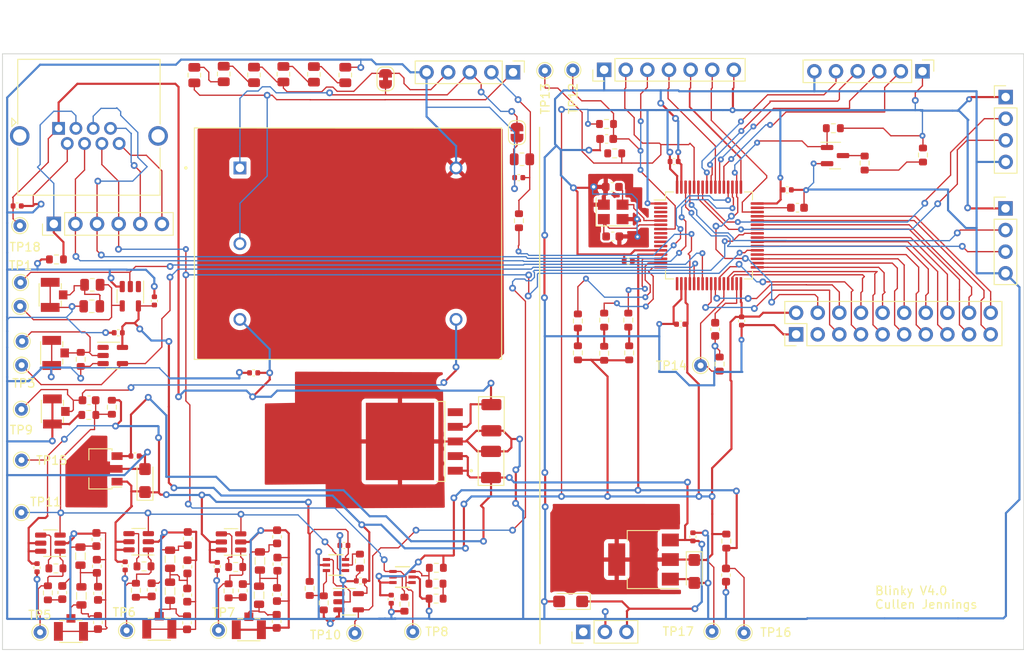
<source format=kicad_pcb>
(kicad_pcb (version 20221018) (generator pcbnew)
  (layers (0 "F.Cu" signal) (31 "B.Cu" power) (34 "B.Paste" user) (35 "F.Paste" user) (36 "B.SilkS" user "B.Silkscreen") (37 "F.SilkS" user "F.Silkscreen") (38 "B.Mask" user) (39 "F.Mask" user) (44 "Edge.Cuts" user))
  (net 0 "")
  (net 1 "+3.3V")
  (net 2 "Net-(C3-Pad1)")
  (net 3 "Net-(C3-Pad2)")
  (net 4 "Net-(C6-Pad1)")
  (net 5 "/HSE_OUT")
  (net 6 "/HSE_IN")
  (net 7 "Net-(C13-Pad1)")
  (net 8 "Net-(C16-Pad2)")
  (net 9 "Net-(C19-Pad1)")
  (net 10 "Net-(C20-Pad1)")
  (net 11 "Net-(C21-Pad2)")
  (net 12 "+3.3VA")
  (net 13 "/LEDM3")
  (net 14 "/LEDM1")
  (net 15 "/LEDM2")
  (net 16 "Net-(J3-Pin_2)")
  (net 17 "EXT_CLK_IN")
  (net 18 "Net-(U10-VCAP_1)")
  (net 19 "Net-(U10-VCAP_2)")
  (net 20 "/BOOT1")
  (net 21 "/COL5")
  (net 22 "/COL4")
  (net 23 "/COL3")
  (net 24 "/COL2")
  (net 25 "/COL1")
  (net 26 "GND")
  (net 27 "/LEDH")
  (net 28 "/ROW4")
  (net 29 "/ROW3")
  (net 30 "/ROW2")
  (net 31 "/ROW1")
  (net 32 "/LEDG")
  (net 33 "/LEDE")
  (net 34 "/LEDD")
  (net 35 "/LEDC")
  (net 36 "/LEDB")
  (net 37 "/SWDIO")
  (net 38 "/SWDCLK")
  (net 39 "/LEDA")
  (net 40 "/LEDF")
  (net 41 "/USB_RX")
  (net 42 "/USB_TX")
  (net 43 "/SCL")
  (net 44 "/SWDTRC")
  (net 45 "/DB1")
  (net 46 "/DB2")
  (net 47 "/DB3")
  (net 48 "/DB4")
  (net 49 "/SDA")
  (net 50 "Net-(D1-K)")
  (net 51 "Net-(Q1-D)")
  (net 52 "/NRST")
  (net 53 "/BOOT0")
  (net 54 "Net-(J3-Pin_1)")
  (net 55 "Net-(ANT1-PadSIG)")
  (net 56 "Net-(J3-Pin_3)")
  (net 57 "+5VA")
  (net 58 "+5V")
  (net 59 "Net-(J3-Pin_4)")
  (net 61 "/GPS_RX1")
  (net 62 "/GPS_TX1")
  (net 63 "/GPS_RX2")
  (net 64 "/GPS_TX2")
  (net 65 "GPS_PPS")
  (net 66 "Net-(ANT3-PadSIG)")
  (net 67 "Net-(ANT4-PadSIG)")
  (net 68 "SYNC_IN")
  (net 69 "SYNC_OUT")
  (net 70 "Net-(JP2-B)")
  (net 71 "Net-(U1--)")
  (net 72 "Net-(R2-Pad2)")
  (net 73 "Net-(R4-Pad1)")
  (net 74 "Net-(R6-Pad2)")
  (net 75 "Net-(R8-Pad1)")
  (net 76 "OSC_ADJ")
  (net 77 "Net-(R12-Pad1)")
  (net 78 "Net-(U5--)")
  (net 79 "/10Mhz2.5V")
  (net 80 "/OCXO_OUT")
  (net 81 "Net-(R10-Pad2)")
  (net 82 "/GPS_EN")
  (net 83 "Net-(U4--)")
  (net 84 "Net-(D2-K)")
  (net 85 "Net-(D3-K)")
  (net 86 "Net-(D4-K)")
  (net 87 "Net-(R13-Pad2)")
  (net 88 "Net-(R14-Pad2)")
  (net 89 "Net-(U6-LE{slash}HYS)")
  (net 90 "Net-(U6-IN+)")
  (net 91 "Net-(U8-LE{slash}HYS)")
  (net 92 "Net-(U8-IN+)")
  (net 93 "Net-(R25-Pad2)")
  (net 94 "+6V")
  (net 97 "Net-(ANT2-PadSIG)")
  (net 98 "Net-(C12-Pad1)")
  (net 99 "Net-(U6-OUT)")
  (net 103 "Net-(ANT5-PadSIG)")
  (footprint "TestPoint:TestPoint_THTPad_D1.5mm_Drill0.7mm" (layer "F.Cu") (at 102.043273 70.190291)
    (fp_text reference "TP18")
    (fp_text value "~")
  )
  (footprint "Capacitor_Tantalum_SMD:CP_EIA-3528-21_Kemet-B" (layer "F.Cu") (at 157.404457 98.253824 90)
    (fp_text reference "C44" hide)
    (fp_text value "33uF")
  )
  (footprint "Resistor_SMD:R_0603_1608Metric" (layer "F.Cu") (at 150.935021 112.261114)
    (fp_text reference "R25" hide)
    (fp_text value "270R")
  )
  (footprint "Resistor_SMD:R_0603_1608Metric" (layer "F.Cu") (at 167.609682 85.139545 -90)
    (fp_text reference "D2" hide)
    (fp_text value "LED" hide)
  )
  (footprint "Capacitor_SMD:C_0603_1608Metric" (layer "F.Cu") (at 171.705376 71.461013)
    (fp_text reference "C29" hide)
    (fp_text value "33pF" hide)
  )
  (footprint "Capacitor_SMD:C_0402_1005Metric" (layer "F.Cu") (at 173.526407 74.366391 180)
    (fp_text reference "C30" hide)
    (fp_text value "100nF")
  )
  (footprint "Resistor_SMD:R_0603_1608Metric" (layer "F.Cu") (at 106.340237 74.160061 180)
    (fp_text reference "R1" hide)
    (fp_text value "100R")
  )
  (footprint "blinky_footprints:U.FL-R-SMT-1" (layer "F.Cu") (at 108.044414 117.867046 180)
    (fp_text reference "ANT3" hide)
    (fp_text value "U.FL-R-SMT-1")
  )
  (footprint "TestPoint:TestPoint_THTPad_D1.5mm_Drill0.7mm" (layer "F.Cu") (at 125.378425 117.727777)
    (fp_text reference "TP7")
    (fp_text value "~")
  )
  (footprint "TestPoint:TestPoint_THTPad_D1.5mm_Drill0.7mm" (layer "F.Cu") (at 102.22406 91.770613)
    (fp_text reference "TP9")
    (fp_text value "~" hide)
  )
  (footprint "Resistor_SMD:R_0805_2012Metric" (layer "F.Cu") (at 133.007606 52.399826 90)
    (fp_text reference "R13" hide)
    (fp_text value "1K5")
  )
  (footprint "Package_TO_SOT_SMD:SOT-23-5" (layer "F.Cu") (at 115.021947 78.489231 -90)
    (fp_text reference "U2" hide)
    (fp_text value "SN74LVC1G14DBV" hide)
  )
  (footprint "Resistor_SMD:R_0805_2012Metric" (layer "F.Cu") (at 110.556368 77.143351 180)
    (fp_text reference "R4" hide)
    (fp_text value "200R" hide)
  )
  (footprint "Resistor_SMD:R_0603_1608Metric" (layer "F.Cu") (at 136.09788 112.823871 -90)
    (fp_text reference "R19" hide)
    (fp_text value "1K0")
  )
  (footprint "Resistor_SMD:R_0805_2012Metric" (layer "F.Cu") (at 136.591991 52.415728 90)
    (fp_text reference "R14" hide)
    (fp_text value "330R")
  )
  (footprint "Jumper:SolderJumper-2_P1.3mm_Bridged_RoundedPad1.0x1.5mm" (layer "F.Cu") (at 145.007436 52.947097 -90)
    (fp_text reference "JP1" hide)
    (fp_text value "SolderJumper_2_Bridged")
  )
  (footprint "Connector_PinHeader_2.54mm:PinHeader_1x06_P2.54mm_Vertical" (layer "F.Cu") (at 106.030654 69.988484 90)
    (fp_text reference "J2" hide)
    (fp_text value "Conn_01x06_Pin" hide)
  )
  (footprint "Capacitor_SMD:C_0805_2012Metric" (layer "F.Cu") (at 110.489678 79.66996)
    (fp_text reference "C4" hide)
    (fp_text value "47pF")
  )
  (footprint "Resistor_SMD:R_0805_2012Metric" (layer "F.Cu") (at 129.554 52.478917 90)
    (fp_text reference "R12" hide)
    (fp_text value "1K5")
  )
  (footprint "Inductor_SMD:L_0805_2012Metric" (layer "F.Cu") (at 130.248355 109.593826 -90)
    (fp_text reference "L5" hide)
    (fp_text value "1uF")
  )
  (footprint "Inductor_SMD:L_0805_2012Metric" (layer "F.Cu") (at 109.161289 109.026618 -90)
    (fp_text reference "L1" hide)
    (fp_text value "1uF")
  )
  (footprint "blinky_footprints:U.FL-R-SMT-1" (layer "F.Cu") (at 105.606502 78.325198 90)
    (fp_text reference "ANT1" hide)
    (fp_text value "U.FL-R-SMT-1")
  )
  (footprint "Resistor_SMD:R_0603_1608Metric" (layer "F.Cu") (at 167.609682 81.393085 90)
    (fp_text reference "R29" hide)
    (fp_text value "100R" hide)
  )
  (footprint "Crystal:Crystal_SMD_3225-4Pin_3.2x2.5mm" (layer "F.Cu") (at 171.756396 68.579117)
    (fp_text reference "Y2" hide)
    (fp_text value "16MHz " hide)
  )
  (footprint "Connector_PinHeader_2.54mm:PinHeader_2x10_P2.54mm_Vertical" (layer "F.Cu") (at 193.24887 82.970222 90)
    (fp_text reference "J9" hide)
    (fp_text value "Conn_02x10_Odd_Even")
  )
  (footprint "Capacitor_SMD:C_0603_1608Metric" (layer "F.Cu") (at 128.239927 113.081267 -90)
    (fp_text reference "C21" hide)
    (fp_text value "1nF" hide)
  )
  (footprint "Capacitor_SMD:C_0603_1608Metric" (layer "F.Cu") (at 111.226372 113.393659 -90)
    (fp_text reference "C8" hide)
    (fp_text value "330pF")
  )
  (footprint "TestPoint:TestPoint_THTPad_D1.5mm_Drill0.7mm" (layer "F.Cu") (at 183.378818 117.860146)
    (fp_text reference "TP17")
    (fp_text value "~")
  )
  (footprint "TestPoint:TestPoint_THTPad_D1.5mm_Drill0.7mm" (layer "F.Cu") (at 102.252326 86.589232)
    (fp_text reference "TP3")
    (fp_text value "~")
  )
  (footprint "Capacitor_SMD:C_0402_1005Metric" (layer "F.Cu") (at 114.414891 110.168181 -90)
    (fp_text reference "C10" hide)
    (fp_text value "100nF")
  )
  (footprint "Capacitor_Tantalum_SMD:CP_EIA-3216-18_Kemet-A" (layer "F.Cu") (at 116.743977 100.149633 90)
    (fp_text reference "C34" hide)
    (fp_text value "10uF")
  )
  (footprint "TestPoint:TestPoint_THTPad_D1.5mm_Drill0.7mm" (layer "F.Cu") (at 102.305821 83.780703)
    (fp_text reference "TP4" hide)
    (fp_text value "~")
  )
  (footprint "Resistor_SMD:R_0603_1608Metric" (layer "F.Cu") (at 116.626288 110.224556)
    (fp_text reference "R6" hide)
    (fp_text value "510R")
  )
  (footprint "Resistor_SMD:R_0603_1608Metric" (layer "F.Cu") (at 160.684744 69.613355 -90)
    (fp_text reference "R24" hide)
    (fp_text value "1K0")
  )
  (footprint "Capacitor_Tantalum_SMD:CP_EIA-3216-18_Kemet-A" (layer "F.Cu") (at 181.283843 110.822275 -90)
    (fp_text reference "C41" hide)
    (fp_text value "10uF")
  )
  (footprint "Capacitor_SMD:C_0603_1608Metric" (layer "F.Cu") (at 107.024467 113.30454 -90)
    (fp_text reference "C3" hide)
    (fp_text value "1nF")
  )
  (footprint "Capacitor_SMD:C_0603_1608Metric" (layer "F.Cu") (at 132.250329 113.5305 -90)
    (fp_text reference "C22" hide)
    (fp_text value "220pF")
  )
  (footprint "TestPoint:TestPoint_THTPad_D1.5mm_Drill0.7mm" (layer "F.Cu") (at 148.208732 117.904565)
    (fp_text reference "TP8")
    (fp_text value "~")
  )
  (footprint "Package_TO_SOT_SMD:SOT-23-5" (layer "F.Cu") (at 112.95892 85.449191)
    (fp_text reference "U3" hide)
    (fp_text value "SN74LVC1G14DBV" hide)
  )
  (footprint "Capacitor_SMD:C_0603_1608Metric" (layer "F.Cu") (at 132.304432 109.966265 90)
    (fp_text reference "C20" hide)
    (fp_text value "330pF")
  )
  (footprint "Connector_PinHeader_2.54mm:PinHeader_1x06_P2.54mm_Vertical" (layer "F.Cu") (at 208.097239 52.056105 -90)
    (fp_text reference "J5" hide)
    (fp_text value "Conn_01x06_Pin" hide)
  )
  (footprint "Capacitor_SMD:C_0402_1005Metric" (layer "F.Cu") (at 179.68491 81.773417 180)
    (fp_text reference "C32" hide)
    (fp_text value "100nF")
  )
  (footprint "Connector_PinHeader_2.54mm:PinHeader_1x04_P2.54mm_Vertical" (layer "F.Cu") (at 217.874951 55.084737)
    (fp_text reference "J6" hide)
    (fp_text value "Conn_01x04_Pin" hide)
  )
  (footprint "Capacitor_Tantalum_SMD:CP_EIA-3528-21_Kemet-B" (layer "F.Cu") (at 157.446218 92.757979 -90)
    (fp_text reference "C42" hide)
    (fp_text value "33uF")
  )
  (footprint "Connector_RJ:RJ45_Amphenol_RJHSE5380" (layer "F.Cu") (at 106.595622 58.759458)
    (fp_text reference "J1" hide)
    (fp_text value "RJ45" hide)
  )
  (footprint "TestPoint:TestPoint_THTPad_D1.5mm_Drill0.7mm" (layer "F.Cu") (at 104.415989 117.968572)
    (fp_text reference "TP5")
    (fp_text value "~")
  )
  (footprint "Resistor_SMD:R_0603_1608Metric" (layer "F.Cu") (at 127.406216 110.299917)
    (fp_text reference "R10" hide)
    (fp_text value "510R")
  )
  (footprint "Resistor_SMD:R_0603_1608Metric" (layer "F.Cu") (at 170.69798 85.190173 -90)
    (fp_text reference "D1" hide)
    (fp_text value "LED" hide)
  )
  (footprint "Capacitor_SMD:C_0603_1608Metric" (layer "F.Cu") (at 193.408514 68.08797 180)
    (fp_text reference "C40" hide)
    (fp_text value "2.2uF")
  )
  (footprint "Resistor_SMD:R_0805_2012Metric" (layer "F.Cu") (at 161.03881 62.395618 180)
    (fp_text reference "R23" hide)
    (fp_text value "22K")
  )
  (footprint "blinky_footprints:U.FL-R-SMT-1" (layer "F.Cu") (at 105.783047 85.148712 90)
    (fp_text reference "ANT2" hide)
    (fp_text value "U.FL-R-SMT-1")
  )
  (footprint "Resistor_SMD:R_0603_1608Metric" (layer "F.Cu") (at 201.304414 62.837763 90)
    (fp_text reference "R34" hide)
    (fp_text value "100R" hide)
  )
  (footprint "TestPoint:TestPoint_THTPad_D1.5mm_Drill0.7mm" (layer "F.Cu") (at 102.068566 79.67418)
    (fp_text reference "TP2" hide)
    (fp_text value "~")
  )
  (footprint "Resistor_SMD:R_0805_2012Metric" (layer "F.Cu") (at 122.541334 52.50528 90)
    (fp_text reference "R9" hide)
    (fp_text value "2R")
  )
  (footprint "Connector_PinHeader_2.54mm:PinHeader_1x07_P2.54mm_Vertical" (layer "F.Cu") (at 170.693578 51.881091 90)
    (fp_text reference "J4" hide)
    (fp_text value "Conn_01x07" hide)
  )
  (footprint "Capacitor_Tantalum_SMD:CP_EIA-3216-18_Kemet-A" (layer "F.Cu") (at 166.760202 114.347997 180)
    (fp_text reference "C43" hide)
    (fp_text value "10uF")
  )
  (footprint "blinky_footprints:SC70_DCK_TEX" (layer "F.Cu") (at 139.183176 110.068632)
    (fp_text reference "U6" hide)
    (fp_text value "TLV3603DCKR")
  )
  (footprint "Jumper:SolderJumper-2_P1.3mm_Bridged_RoundedPad1.0x1.5mm" (layer "F.Cu") (at 160.45341 59.257889 -90)
    (fp_text reference "JP2" hide)
    (fp_text value "SolderJumper_2_Bridged")
  )
  (footprint "Package_TO_SOT_SMD:SOT-223-3_TabPin2" (layer "F.Cu") (at 175.32153 109.427085 180)
    (fp_text reference "U11" hide)
    (fp_text value "AMS1117-3.3" hide)
  )
  (footprint "Capacitor_SMD:C_0402_1005Metric" (layer "F.Cu") (at 181.123859 106.761028 -90)
    (fp_text reference "C39" hide)
    (fp_text value "100nF")
  )
  (footprint "Inductor_SMD:L_0805_2012Metric" (layer "F.Cu") (at 130.145942 113.622068 90)
    (fp_text reference "L6" hide)
    (fp_text value "1uF")
  )
  (footprint "Resistor_SMD:R_0805_2012Metric" (layer "F.Cu") (at 140.280161 52.491772 90)
    (fp_text reference "R17" hide)
    (fp_text value "20R")
  )
  (footprint "Connector_PinHeader_2.54mm:PinHeader_1x04_P2.54mm_Vertical" (layer "F.Cu") (at 217.852615 68.167876)
    (fp_text reference "J7" hide)
    (fp_text value "Conn_01x04_Pin" hide)
  )
  (footprint "Resistor_SMD:R_0603_1608Metric" (layer "F.Cu") (at 112.851121 91.530764 -90)
    (fp_text reference "R15" hide)
    (fp_text value "100R")
  )
  (footprint "Resistor_SMD:R_0603_1608Metric" (layer "F.Cu") (at 170.971531 58.250025)
    (fp_text reference "R27" hide)
    (fp_text value "4K7" hide)
  )
  (footprint "Resistor_SMD:R_0805_2012Metric" (layer "F.Cu") (at 125.99494 52.373463 90)
    (fp_text reference "R8" hide)
    (fp_text value "270R")
  )
  (footprint "Capacitor_SMD:C_0603_1608Metric" (layer "F.Cu") (at 121.772139 106.965532 90)
    (fp_text reference "C12" hide)
    (fp_text value "150pF")
  )
  (footprint "Capacitor_SMD:C_0402_1005Metric" (layer "F.Cu") (at 125.2372 110.237367 -90)
    (fp_text reference "C17" hide)
    (fp_text value "100nF" hide)
  )
  (footprint "blinky_footprints:U.FL-R-SMT-1" (layer "F.Cu") (at 128.946585 117.671201 180)
    (fp_text reference "ANT5" hide)
    (fp_text value "U.FL-R-SMT-1")
  )
  (footprint "Resistor_SMD:R_0603_1608Metric" (layer "F.Cu") (at 150.980111 110.397405 180)
    (fp_text reference "R22" hide)
    (fp_text value "1K0")
  )
  (footprint "Capacitor_SMD:C_0603_1608Metric" (layer "F.Cu") (at 185.012754 111.249755 90)
    (fp_text reference "C37" hide)
    (fp_text value "100nF")
  )
  (footprint "Connector_PinHeader_2.54mm:PinHeader_1x05_P2.54mm_Vertical" (layer "F.Cu") (at 159.986687 52.174474 -90)
    (fp_text reference "J3" hide)
    (fp_text value "Conn_01x05_Pin" hide)
  )
  (footprint "TestPoint:TestPoint_THTPad_D1.5mm_Drill0.7mm" (layer "F.Cu") (at 114.583018 117.758264)
    (fp_text reference "TP6")
    (fp_text value "~")
  )
  (footprint "Capacitor_SMD:C_0603_1608Metric" (layer "F.Cu") (at 121.707084 113.60135 -90)
    (fp_text reference "C15" hide)
    (fp_text value "220pF")
  )
  (footprint "Capacitor_SMD:C_0603_1608Metric" (layer "F.Cu") (at 132.217632 116.687063 90)
    (fp_text reference "C23" hide)
    (fp_text value "150pF")
  )
  (footprint "Package_QFP:LQFP-64_10x10mm_P0.5mm" (layer "F.Cu") (at 183.015261 71.341385)
    (fp_text reference "U10" hide)
    (fp_text value "STM32F405RGTx" hide)
  )
  (footprint "TestPoint:TestPoint_THTPad_D1.5mm_Drill0.7mm" (layer "F.Cu") (at 102.114464 76.874405)
    (fp_text reference "TP1")
    (fp_text value "~")
  )
  (footprint "blinky_footprints:U.FL-R-SMT-1" (layer "F.Cu") (at 118.426039 117.608881 180)
    (fp_text reference "ANT4" hide)
    (fp_text value "U.FL-R-SMT-1")
  )
  (footprint "Resistor_SMD:R_0603_1608Metric" (layer "F.Cu") (at 109.194388 85.907976 -90)
    (fp_text reference "R5" hide)
    (fp_text value "1K0")
  )
  (footprint "Inductor_SMD:L_0805_2012Metric" (layer "F.Cu") (at 119.688114 113.150355 90)
    (fp_text reference "L4" hide)
    (fp_text value "1uF")
  )
  (footprint "Capacitor_SMD:C_0402_1005Metric" (layer "F.Cu") (at 178.918971 62.656294)
    (fp_text reference "C31" hide)
    (fp_text value "100nF")
  )
  (footprint "Capacitor_SMD:C_0603_1608Metric" (layer "F.Cu") (at 132.262697 106.752735 90)
    (fp_text reference "C19" hide)
    (fp_text value "150pF")
  )
  (footprint "Resistor_SMD:R_0603_1608Metric" (layer "F.Cu") (at 141.993941 109.612257 -90)
    (fp_text reference "R18" hide)
    (fp_text value "130K")
  )
  (footprint "Capacitor_SMD:C_0402_1005Metric" (layer "F.Cu") (at 142.058828 111.93407 180)
    (fp_text reference "C46" hide)
    (fp_text value "100nF")
  )
  (footprint "Capacitor_SMD:C_0402_1005Metric" (layer "F.Cu") (at 104.062433 110.384399 -90)
    (fp_text reference "C2" hide)
    (fp_text value "100nF")
  )
  (footprint "Resistor_SMD:R_0603_1608Metric" (layer "F.Cu") (at 173.634396 85.139545 -90)
    (fp_text reference "D3" hide)
    (fp_text value "LED" hide)
  )
  (footprint "Package_TO_SOT_SMD:SOT-23-6" (layer "F.Cu") (at 126.854626 107.358155 180)
    (fp_text reference "U5" hide)
    (fp_text value "ADA4807-1")
  )
  (footprint "Capacitor_SMD:C_0603_1608Metric" (layer "F.Cu") (at 117.525236 112.985082 -90)
    (fp_text reference "C16" hide)
    (fp_text value "1nF")
  )
  (footprint "blinky_footprints:U.FL-R-SMT-1" (layer "F.Cu") (at 105.866604 92.024424 90)
    (fp_text reference "ANT6" hide)
    (fp_text value "U.FL-R-SMT-1")
  )
  (footprint "Resistor_SMD:R_0603_1608Metric" (layer "F.Cu") (at 110.143722 92.436046 180)
    (fp_text reference "R16" hide)
    (fp_text value "100R")
  )
  (footprint "Capacitor_SMD:C_0603_1608Metric" (layer "F.Cu") (at 111.036092 107.069513 90)
    (fp_text reference "C5" hide)
    (fp_text value "150pF")
  )
  (footprint "Capacitor_SMD:C_0603_1608Metric" (layer "F.Cu") (at 171.657302 65.644058 180)
    (fp_text reference "C28" hide)
    (fp_text value "33pF" hide)
  )
  (footprint "blinky_footprints:DPAK172P1054X200-6N" (layer "F.Cu") (at 148.392059 95.55012 180)
    (fp_text reference "U12" hide)
    (fp_text value "BA50DD0WHFP-TR" hide)
  )
  (footprint "blinky_footprints:SC70_DCK_TEX" (layer "F.Cu") (at 147.006379 111.478832 180)
    (fp_text reference "U8" hide)
    (fp_text value "TLV3603DCKR")
  )
  (footprint "Resistor_SMD:R_0603_1608Metric" (layer "F.Cu") (at 115.675842 113.035082 -90)
    (fp_text reference "R7" hide)
    (fp_text value "49R9")
  )
  (footprint "Package_TO_SOT_SMD:SOT-89-3" (layer "F.Cu") (at 111.51088 98.770324 180)
    (fp_text reference "U9" hide)
    (fp_text value "L78L05_SOT89" hide)
  )
  (footprint "Capacitor_SMD:C_0603_1608Metric" (layer "F.Cu") (at 111.085539 110.213201 90)
    (fp_text reference "C6" hide)
    (fp_text value "220pF")
  )
  (footprint "TestPoint:TestPoint_THTPad_D1.5mm_Drill0.7mm" (layer "F.Cu") (at 182.03012 86.62734)
    (fp_text reference "TP14")
    (fp_text value "~")
  )
  (footprint "blinky_footprints:XTAL_AOCJY4A-10.000MHZ-SW" (layer "F.Cu") (at 140.597009 72.30931)
    (fp_text reference "Y1" hide)
    (fp_text value "AOCJY4A-10.000MHZ-SW")
  )
  (footprint "Package_TO_SOT_SMD:SOT-23" (layer "F.Cu") (at 197.825434 61.960255)
    (fp_text reference "Q1" hide)
    (fp_text value "2N7002" hide)
  )
  (footprint "Capacitor_SMD:C_0603_1608Metric" (layer "F.Cu") (at 183.739549 82.37509 90)
    (fp_text reference "C35" hide)
    (fp_text value "2.2uF")
  )
  (footprint "Capacitor_SMD:C_0402_1005Metric" (layer "F.Cu") (at 117.848838 79.033675 90)
    (fp_text reference "C11" hide)
    (fp_text value "100nF" hide)
  )
  (footprint "Capacitor_SMD:C_0402_1005Metric" (layer "F.Cu") (at 113.603673 82.777256 180)
    (fp_text reference "C9" hide)
    (fp_text value "100nF" hide)
  )
  (footprint "Capacitor_SMD:C_0402_1005Metric" (layer "F.Cu") (at 145.677092 114.081101 -90)
    (fp_text reference "C45" hide)
    (fp_text value "100nF")
  )
  (footprint "Capacitor_SMD:C_0402_1005Metric" (layer "F.Cu") (at 129.513018 87.485884 180)
    (fp_text reference "C18" hide)
    (fp_text value "100nF" hide)
  )
  (footprint "TestPoint:TestPoint_THTPad_D1.5mm_Drill0.7mm" (layer "F.Cu") (at 102.230922 97.734287)
    (fp_text reference "TP15")
    (fp_text value "~")
  )
  (footprint "Capacitor_SMD:C_0603_1608Metric" (layer "F.Cu") (at 121.68555 116.852426 90)
    (fp_text reference "C14" hide)
    (fp_text value "150pF")
  )
  (footprint "Resistor_SMD:R_0603_1608Metric" (layer "F.Cu") (at 105.334017 113.338297 -90)
    (fp_text reference "R3" hide)
    (fp_text value "49R9")
  )
  (footprint "Resistor_SMD:R_0603_1608Metric" (layer "F.Cu") (at 126.564443 113.103573 -90)
    (fp_text reference "R11" hide)
    (fp_text value "49R9")
  )
  (footprint "Resistor_SMD:R_0603_1608Metric" (layer "F.Cu") (at 170.69798 81.291829 90)
    (fp_text reference "R30" hide)
    (fp_text value "100R" hide)
  )
  (footprint "Capacitor_SMD:C_0603_1608Metric" (layer "F.Cu") (at 111.216376 116.820459 90)
    (fp_text reference "C7" hide)
    (fp_text value "150pF")
  )
  (footprint "Resistor_SMD:R_0603_1608Metric" (layer "F.Cu") (at 208.154688 61.893875 90)
    (fp_text reference "D4" hide)
    (fp_text value "LED" hide)
  )
  (footprint "Resistor_SMD:R_0603_1608Metric" (layer "F.Cu") (at 171.937887 61.697931 180)
    (fp_text reference "R28" hide)
    (fp_text value "4K7" hide)
  )
  (footprint "Capacitor_SMD:C_0603_1608Metric" (layer "F.Cu") (at 110.174003 90.709987)
    (fp_text reference "C24" hide)
    (fp_text value "100nF" hide)
  )
  (footprint "Resistor_SMD:R_0603_1608Metric" (layer "F.Cu") (at 150.950051 114.019614 180)
    (fp_text reference "R26" hide)
    (fp_text value "22R0")
  )
  (footprint "Capacitor_SMD:C_0603_1608Metric" (layer "F.Cu") (at 170.988438 60.002351 180)
    (fp_text reference "C27" hide)
    (fp_text value "100nF" hide)
  )
  (footprint "Capacitor_SMD:C_0603_1608Metric" (layer "F.Cu") (at 121.728407 110.28151 90)
    (fp_text reference "C13" hide)
    (fp_text value "330pF")
  )
  (footprint "Resistor_SMD:R_0603_1608Metric" (layer "F.Cu") (at 147.228494 114.667989 -90)
    (fp_text reference "R21" hide)
    (fp_text value "130K")
  )
  (footprint "Resistor_SMD:R_0603_1608Metric" (layer "F.Cu") (at 184.265723 86.456663 -90)
    (fp_text reference "R32" hide)
    (fp_text value "4K7")
  )
  (footprint "TestPoint:TestPoint_THTPad_D1.5mm_Drill0.7mm" (layer "F.Cu") (at 102.214555 103.895657)
    (fp_text reference "TP11")
    (fp_text value "~")
  )
  (footprint "Capacitor_SMD:C_0402_1005Metric" (layer "F.Cu") (at 140.115891 107.76974 180)
    (fp_text reference "C25" hide)
    (fp_text value "100nF" hide)
  )
  (footprint "Package_TO_SOT_SMD:SOT-23-6" (layer "F.Cu") (at 116.000729 107.331689 180)
    (fp_text reference "U4" hide)
    (fp_text value "ADA4807-1")
  )
  (footprint "TestPoint:TestPoint_THTPad_D1.5mm_Drill0.7mm" (layer "F.Cu") (at 141.407697 118.072295 90)
    (fp_text reference "TP10")
    (fp_text value "~")
  )
  (footprint "Capacitor_SMD:C_0402_1005Metric" (layer "F.Cu") (at 101.722771 67.879212)
    (fp_text reference "C1" hide)
    (fp_text value "100nF" hide)
  )
  (footprint "TestPoint:TestPoint_THTPad_D1.5mm_Drill0.7mm" (layer "F.Cu") (at 187.133067 118.019298)
    (fp_text reference "TP16")
    (fp_text value "~")
  )
  (footprint "Capacitor_SMD:C_0402_1005Metric" (layer "F.Cu") (at 186.844757 81.396838 -90)
    (fp_text reference "C36" hide)
    (fp_text value "100nF")
  )
  (footprint "Inductor_SMD:L_0805_2012Metric" (layer "F.Cu") (at 119.688337 109.38973 -90)
    (fp_text reference "L3" hide)
    (fp_text value "1uF")
  )
  (footprint "Resistor_SMD:R_0603_1608Metric" (layer "F.Cu") (at 106.278842 110.460963)
    (fp_text reference "R2" hide)
    (fp_text value "510R")
  )
  (footprint "TestPoint:TestPoint_THTPad_D1.5mm_Drill0.7mm" (layer "F.Cu") (at 167.010206 51.909507)
    (fp_text reference "TP12")
    (fp_text value "~")
  )
  (footprint "Capacitor_SMD:C_0402_1005Metric" (layer "F.Cu") (at 115.574646 97.264609 180)
    (fp_text reference "C33" hide)
    (fp_text value "100nF")
  )
  (footprint "TestPoint:TestPoint_THTPad_D1.5mm_Drill0.7mm" (layer "F.Cu") (at 163.728889 51.976473)
    (fp_text reference "TP13")
    (fp_text value "~")
  )
  (footprint "Resistor_SMD:R_0603_1608Metric" (layer "F.Cu") (at 185.046721 107.256786 -90)
    (fp_text reference "FB1" hide)
    (fp_text value "120Ω@100MHz " hide)
  )
  (footprint "Package_TO_SOT_SMD:SOT-23-5" (layer "F.Cu") (at 140.670688 114.383481)
    (fp_text reference "U7" hide)
    (fp_text value "SN74LVC1G14DBV")
  )
  (footprint "Resistor_SMD:R_0603_1608Metric" (layer "F.Cu") (at 173.53314 81.291829 90)
    (fp_text reference "R31" hide)
    (fp_text value "100R" hide)
  )
  (footprint "Capacitor_SMD:C_0402_1005Metric" (layer "F.Cu") (at 192.204598 65.986553)
    (fp_text reference "C38" hide)
    (fp_text value "100nF")
  )
  (footprint "Inductor_SMD:L_0805_2012Metric" (layer "F.Cu") (at 109.271628 113.6976 90)
    (fp_text reference "L2" hide)
    (fp_text value "1uF")
  )
  (footprint "Resistor_SMD:R_0603_1608Metric" (layer "F.Cu") (at 197.625579 58.745132 180)
    (fp_text reference "R33" hide)
    (fp_text value "4K7")
  )
  (footprint "Resistor_SMD:R_0603_1608Metric" (layer "F.Cu") (at 137.750387 114.516684 -90)
    (fp_text reference "R20" hide)
    (fp_text value "1K0")
  )
  (footprint "Connector_PinHeader_2.54mm:PinHeader_1x03_P2.54mm_Vertical" (layer "F.Cu") (at 168.242087 117.921599 90)
    (fp_text reference "J8" hide)
    (fp_text value "Conn_01x03_Pin" hide)
  )
  (footprint "Package_TO_SOT_SMD:SOT-23-6" (layer "F.Cu") (at 105.62875 107.500596 180)
    (fp_text reference "U1" hide)
    (fp_text value "ADA4807-1")
  )
  (footprint "Capacitor_SMD:C_0402_1005Metric" (layer "F.Cu") (at 160.658472 64.550173 180)
    (fp_text reference "C26" hide)
    (fp_text value "100nF")
  )
  (gr_line (start 163.109802 58.643936) (end 163.15633 119.312644) (stroke (width 0.15)) (layer "F.SilkS"))
  (gr_line (start 220 120) (end 100 120) (stroke (width 0.1)) (layer "Edge.Cuts"))
  (gr_line (start 100 50) (end 220 50) (stroke (width 0.1)) (layer "Edge.Cuts"))
  (gr_line (start 220 50) (end 220 120) (stroke (width 0.1)) (layer "Edge.Cuts"))
  (gr_line (start 100 50) (end 100 120) (stroke (width 0.1)) (layer "Edge.Cuts"))
  (gr_text "Blinky V4.0	\nCullen Jennings" (at 202.439073 115.285114) (layer "F.SilkS") (effects (font (size 1 1)) (justify left bottom)))
  (segment (start 185.537894 81.533456) (end 185.537894 88.358062) (width 0.25) (layer "F.Cu") (net 1))
  (segment (start 154.21617 102.905207) (end 154.21617 107.919795) (width 0.25) (layer "F.Cu") (net 1))
  (segment (start 208.097239 53.753341) (end 207.991261 53.859319) (width 0.15) (layer "F.Cu") (net 1))
  (segment (start 178.47153 109.427085) (end 181.238653 109.427085) (width 0.25) (layer "F.Cu") (net 1))
  (segment (start 180.265261 79.232063) (end 180.492336 79.459138) (width 0.25) (layer "F.Cu") (net 1))
  (segment (start 115.525866 81.651805) (end 116.129407 82.255346) (width 0.25) (layer "F.Cu") (net 1))
  (segment (start 191.440403 67.127409) (end 191.429598 67.116604) (width 0.25) (layer "F.Cu") (net 1))
  (segment (start 183.395576 106.419592) (end 183.395576 104.075852) (width 0.25) (layer "F.Cu") (net 1))
  (segment (start 185.82497 56.579848) (end 185.782195 56.622623) (width 0.25) (layer "F.Cu") (net 1))
  (segment (start 178.415626 62.632949) (end 178.438971 62.656294) (width 0.25) (layer "F.Cu") (net 1))
  (segment (start 142.538828 111.93407) (end 143.098511 111.93407) (width 0.25) (layer "F.Cu") (net 1))
  (segment (start 182.720196 109.478893) (end 183.395576 108.803513) (width 0.25) (layer "F.Cu") (net 1))
  (segment (start 114.083673 84.486444) (end 114.09642 84.499191) (width 0.25) (layer "F.Cu") (net 1))
  (segment (start 170.146531 58.250025) (end 168.813979 58.250025) (width 0.15) (layer "F.Cu") (net 1))
  (segment (start 115.971947 79.626731) (end 117.735782 79.626731) (width 0.15) (layer "F.Cu") (net 1))
  (segment (start 178.438971 62.656294) (end 178.438971 63.526484) (width 0.25) (layer "F.Cu") (net 1))
  (segment (start 141.909504 113.332165) (end 141.808188 113.433481) (width 0.15) (layer "F.Cu") (net 1))
  (segment (start 119.551357 83.79546) (end 119.551357 91.471192) (width 0.25) (layer "F.Cu") (net 1))
  (segment (start 191.429598 65.986553) (end 191.429598 64.585202) (width 0.25) (layer "F.Cu") (net 1))
  (segment (start 188.690261 67.591385) (end 190.976427 67.591385) (width 0.25) (layer "F.Cu") (net 1))
  (segment (start 180.265261 77.016385) (end 180.265261 79.232063) (width 0.25) (layer "F.Cu") (net 1))
  (segment (start 180.45991 81.773417) (end 180.45991 87.456315) (width 0.25) (layer "F.Cu") (net 1))
  (segment (start 142.538828 111.93407) (end 142.538828 112.430898) (width 0.15) (layer "F.Cu") (net 1))
  (segment (start 185.933578 53.999362) (end 185.82497 54.10797) (width 0.15) (layer "F.Cu") (net 1))
  (segment (start 208.094216 59.630497) (end 208.094779 59.63106) (width 0.15) (layer "F.Cu") (net 1))
  (segment (start 185.655101 88.475269) (end 185.655101 96.407651) (width 0.25) (layer "F.Cu") (net 1))
  (segment (start 117.735782 79.626731) (end 117.848838 79.513675) (width 0.15) (layer "F.Cu") (net 1))
  (segment (start 183.378818 117.860146) (end 183.581733 117.657231) (width 0.15) (layer "F.Cu") (net 1))
  (segment (start 183.40777 106.431786) (end 183.395576 106.419592) (width 0.25) (layer "F.Cu") (net 1))
  (segment (start 180.45991 87.456315) (end 181.811009 88.807414) (width 0.25) (layer "F.Cu") (net 1))
  (segment (start 186.88212 80.879475) (end 186.844757 80.916838) (width 0.25) (layer "F.Cu") (net 1))
  (segment (start 181.283843 109.472275) (end 181.290461 109.478893) (width 0.25) (layer "F.Cu") (net 1))
  (segment (start 183.581733 117.657231) (end 183.581733 110.34043) (width 0.15) (layer "F.Cu") (net 1))
  (segment (start 213.407565 68.101059) (end 213.474382 68.167876) (width 0.25) (layer "F.Cu") (net 1))
  (segment (start 191.429598 64.585202) (end 191.398543 64.554147) (width 0.25) (layer "F.Cu") (net 1))
  (segment (start 185.537894 88.358062) (end 185.655101 88.475269) (width 0.25) (layer "F.Cu") (net 1))
  (segment (start 183.395576 104.075852) (end 183.395576 102.026632) (width 0.25) (layer "F.Cu") (net 1))
  (segment (start 143.098511 111.93407) (end 143.100274 111.932307) (width 0.25) (layer "F.Cu") (net 1))
  (segment (start 189.376 80.430222) (end 188.926747 80.879475) (width 0.25) (layer "F.Cu") (net 1))
  (segment (start 185.933578 51.881091) (end 185.933578 53.999362) (width 0.15) (layer "F.Cu") (net 1))
  (segment (start 181.238653 109.427085) (end 181.283843 109.472275) (width 0.25) (layer "F.Cu") (net 1))
  (segment (start 154.21617 107.919795) (end 154.399437 108.103062) (width 0.25) (layer "F.Cu") (net 1))
  (segment (start 114.083673 82.777256) (end 114.083673 84.486444) (width 0.25) (layer "F.Cu") (net 1))
  (segment (start 181.811009 101.987884) (end 181.833021 102.009896) (width 0.25) (layer "F.Cu") (net 1))
  (segment (start 178.438971 63.526484) (end 179.275718 64.363231) (width 0.25) (layer "F.Cu") (net 1))
  (segment (start 169.142565 85.964545) (end 171.098394 87.920374) (width 0.25) (layer "F.Cu") (net 1))
  (segment (start 114.083673 82.777256) (end 114.083673 82.055593) (width 0.25) (layer "F.Cu") (net 1))
  (segment (start 172.17153 109.427085) (end 178.47153 109.427085) (width 0.25) (layer "F.Cu") (net 1))
  (segment (start 207.991261 53.859319) (end 207.254186 54.596394) (width 0.15) (layer "F.Cu") (net 1))
  (segment (start 175.826246 67.591385) (end 175.791979 67.557118) (width 0.25) (layer "F.Cu") (net 1))
  (segment (start 170.69798 86.015173) (end 173.583768 86.015173) (width 0.25) (layer "F.Cu") (net 1))
  (segment (start 190.976427 67.591385) (end 191.440403 67.127409) (width 0.25) (layer "F.Cu") (net 1))
  (segment (start 203.490354 58.745132) (end 204.375719 59.630497) (width 0.15) (layer "F.Cu") (net 1))
  (segment (start 165.688041 102.007851) (end 165.685996 102.009896) (width 0.15) (layer "F.Cu") (net 1))
  (segment (start 193.24887 80.430222) (end 189.376 80.430222) (width 0.25) (layer "F.Cu") (net 1))
  (segment (start 169.142565 85.964545) (end 170.647352 85.964545) (width 0.25) (layer "F.Cu") (net 1))
  (segment (start 179.275718 64.363231) (end 179.265261 64.373688) (width 0.25) (layer "F.Cu") (net 1))
  (segment (start 119.551212 91.471337) (end 119.551212 100.406615) (width 0.25) (layer "F.Cu") (net 1))
  (segment (start 208.154688 61.068875) (end 208.154688 59.690969) (width 0.15) (layer "F.Cu") (net 1))
  (segment (start 186.844757 80.916838) (end 186.154512 80.916838) (width 0.25) (layer "F.Cu") (net 1))
  (segment (start 191.429598 67.116604) (end 191.429598 65.986553) (width 0.25) (layer "F.Cu") (net 1))
  (segment (start 181.290461 109.478893) (end 182.720196 109.478893) (width 0.25) (layer "F.Cu") (net 1))
  (segment (start 177.340261 67.591385) (end 175.826246 67.591385) (width 0.25) (layer "F.Cu") (net 1))
  (segment (start 183.37884 98.683912) (end 183.37884 102.009896) (width 0.25) (layer "F.Cu") (net 1))
  (segment (start 115.525866 81.651805) (end 115.98738 81.190291) (width 0.25) (layer "F.Cu") (net 1))
  (segment (start 141.858872 113.382797) (end 141.808188 113.433481) (width 0.15) (layer "F.Cu") (net 1))
  (segment (start 168.813979 58.250025) (end 168.795889 58.231935) (width 0.15) (layer "F.Cu") (net 1))
  (segment (start 183.395576 102.026632) (end 183.37884 102.009896) (width 0.25) (layer "F.Cu") (net 1))
  (segment (start 180.492336 81.740991) (end 180.45991 81.773417) (width 0.25) (layer "F.Cu") (net 1))
  (segment (start 171.098394 87.920374) (end 171.098394 102.007838) (width 0.25) (layer "F.Cu") (net 1))
  (segment (start 186.844757 79.250895) (end 186.844757 80.621838) (width 0.25) (layer "F.Cu") (net 1))
  (segment (start 204.375719 59.630497) (end 208.094216 59.630497) (width 0.15) (layer "F.Cu") (net 1))
  (segment (start 143.100274 106.221732) (end 142.214195 105.335653) (width 0.25) (layer "F.Cu") (net 1))
  (segment (start 208.097239 52.056105) (end 208.097239 53.753341) (width 0.15) (layer "F.Cu") (net 1))
  (segment (start 165.688041 56.541027) (end 165.688041 102.007851) (width 0.15) (layer "F.Cu") (net 1))
  (segment (start 167.609682 85.964545) (end 169.142565 85.964545) (width 0.25) (layer "F.Cu") (net 1))
  (segment (start 119.551212 100.406615) (end 120.147511 101.002914) (width 0.25) (layer "F.Cu") (net 1))
  (segment (start 142.822966 112.715036) (end 142.822966 113.382797) (width 0.15) (layer "F.Cu") (net 1))
  (segment (start 114.083673 82.055593) (end 114.487461 81.651805) (width 0.25) (layer "F.Cu") (net 1))
  (segment (start 142.538828 112.430898) (end 142.822966 112.715036) (width 0.15) (layer "F.Cu") (net 1))
  (segment (start 186.765261 79.171399) (end 186.844757 79.250895) (width 0.25) (layer "F.Cu") (net 1))
  (segment (start 142.822966 113.382797) (end 141.858872 113.382797) (width 0.15) (layer "F.Cu") (net 1))
  (segment (start 143.100274 111.932307) (end 143.100274 106.221732) (width 0.25) (layer "F.Cu") (net 1))
  (segment (start 181.811009 88.807414) (end 181.811009 101.987884) (width 0.25) (layer "F.Cu") (net 1))
  (segment (start 173.583768 86.015173) (end 173.634396 85.964545) (width 0.25) (layer "F.Cu") (net 1))
  (segment (start 115.98738 81.190291) (end 115.98738 79.642164) (width 0.25) (layer "F.Cu") (net 1))
  (segment (start 183.581733 110.34043) (end 182.720196 109.478893) (width 0.15) (layer "F.Cu") (net 1))
  (segment (start 198.450579 58.745132) (end 203.490354 58.745132) (width 0.15) (layer "F.Cu") (net 1))
  (segment (start 171.098394 102.007838) (end 171.096336 102.009896) (width 0.25) (layer "F.Cu") (net 1))
  (segment (start 178.415626 61.557487) (end 178.415626 62.632949) (width 0.25) (layer "F.Cu") (net 1))
  (segment (start 185.655101 96.407651) (end 183.37884 98.683912) (width 0.25) (layer "F.Cu") (net 1))
  (segment (start 208.154688 59.690969) (end 208.094779 59.63106) (width 0.15) (layer "F.Cu") (net 1))
  (segment (start 213.582483 55.340496) (end 213.838242 55.084737) (width 0.25) (layer "F.Cu") (net 1))
  (segment (start 114.487461 81.651805) (end 115.525866 81.651805) (width 0.25) (layer "F.Cu") (net 1))
  (segment (start 186.765261 77.016385) (end 186.765261 79.171399) (width 0.25) (layer "F.Cu") (net 1))
  (segment (start 116.129407 82.255346) (end 116.129407 82.33094) (width 0.25) (layer "F.Cu") (net 1))
  (segment (start 185.046721 106.431786) (end 183.40777 106.431786) (width 0.25) (layer "F.Cu") (net 1))
  (segment (start 183.395576 108.803513) (end 183.395576 106.419592) (width 0.25) (layer "F.Cu") (net 1))
  (segment (start 207.254186 54.596394) (end 207.254186 55.477288) (width 0.15) (layer "F.Cu") (net 1))
  (segment (start 185.82497 54.10797) (end 185.82497 56.579848) (width 0.25) (layer "F.Cu") (net 1))
  (segment (start 179.265261 64.373688) (end 179.265261 65.666385) (width 0.25) (layer "F.Cu") (net 1))
  (segment (start 119.551357 91.471192) (end 119.551212 91.471337) (width 0.25) (layer "F.Cu") (net 1))
  (segment (start 180.492336 79.459138) (end 180.492336 81.740991) (width 0.25) (layer "F.Cu") (net 1))
  (segment (start 115.98738 79.642164) (end 115.971947 79.626731) (width 0.25) (layer "F.Cu") (net 1))
  (segment (start 170.647352 85.964545) (end 170.69798 86.015173) (width 0.25) (layer "F.Cu") (net 1))
  (segment (start 186.154512 80.916838) (end 185.537894 81.533456) (width 0.25) (layer "F.Cu") (net 1))
  (segment (start 213.838242 55.084737) (end 217.874951 55.084737) (width 0.25) (layer "F.Cu") (net 1))
  (segment (start 188.926747 80.879475) (end 186.88212 80.879475) (width 0.25) (layer "F.Cu") (net 1))
  (segment (start 213.474382 68.167876) (end 217.852615 68.167876) (width 0.25) (layer "F.Cu") (net 1))
  (via (at 213.582483 55.340496) (size 0.7) (drill 0.3) (layers "F.Cu" "B.Cu") (net 1))
  (via (at 142.214195 105.335653) (size 0.8) (drill 0.4) (layers "F.Cu" "B.Cu") (net 1))
  (via (at 168.795889 58.231935) (size 0.7) (drill 0.3) (layers "F.Cu" "B.Cu") (net 1))
  (via (at 165.688041 56.541027) (size 0.8) (drill 0.4) (layers "F.Cu" "B.Cu") (net 1))
  (via (at 185.782195 56.622623) (size 0.7) (drill 0.3) (layers "F.Cu" "B.Cu") (net 1))
  (via (at 191.398543 64.554147) (size 0.7) (drill 0.3) (layers "F.Cu" "B.Cu") (net 1))
  (via (at 120.147511 101.002914) (size 0.8) (drill 0.4) (layers "F.Cu" "B.Cu") (net 1))
  (via (at 178.415626 61.557487) (size 0.8) (drill 0.4) (layers "F.Cu" "B.Cu") (net 1))
  (via (at 175.791979 67.557118) (size 0.7) (drill 0.3) (layers "F.Cu" "B.Cu") (net 1))
  (via (at 165.685996 102.009896) (size 0.8) (drill 0.4) (layers "F.Cu" "B.Cu") (net 1))
  (via (at 208.094779 59.63106) (size 0.7) (drill 0.3) (layers "F.Cu" "B.Cu") (net 1))
  (via (at 213.407565 68.101059) (size 0.8) (drill 0.4) (layers "F.Cu" "B.Cu") (net 1))
  (via (at 154.21617 102.905207) (size 0.8) (drill 0.4) (layers "F.Cu" "B.Cu") (net 1))
  (via (at 171.096336 102.009896) (size 0.8) (drill 0.4) (layers "F.Cu" "B.Cu") (net 1))
  (via (at 154.399437 108.103062) (size 0.8) (drill 0.4) (layers "F.Cu" "B.Cu") (net 1))
  (via (at 207.254186 55.477288) (size 0.8) (drill 0.4) (layers "F.Cu" "B.Cu") (net 1))
  (via (at 183.37884 102.009896) (size 0.8) (drill 0.4) (layers "F.Cu" "B.Cu") (net 1))
  (via (at 181.833021 102.009896) (size 0.8) (drill 0.4) (layers "F.Cu" "B.Cu") (net 1))
  (via (at 119.551357 83.79546) (size 0.8) (drill 0.4) (layers "F.Cu" "B.Cu") (net 1))
  (via (at 116.129407 82.33094) (size 0.8) (drill 0.4) (layers "F.Cu" "B.Cu") (net 1))
  (segment (start 191.398543 64.554147) (end 191.398543 56.679596) (width 0.25) (layer "B.Cu") (net 1))
  (segment (start 142.214195 105.335653) (end 144.495433 105.335653) (width 0.25) (layer "B.Cu") (net 1))
  (segment (start 208.114749 56.622623) (end 208.071851 56.579725) (width 0.15) (layer "B.Cu") (net 1))
  (segment (start 120.147511 101.002914) (end 124.815757 101.002914) (width 0.25) (layer "B.Cu") (net 1))
  (segment (start 165.685996 102.009896) (end 161.693528 102.009896) (width 0.25) (layer "B.Cu") (net 1))
  (segment (start 168.77434 56.541027) (end 165.688041 56.541027) (width 0.15) (layer "B.Cu") (net 1))
  (segment (start 208.094779 59.63106) (end 208.094779 56.642593) (width 0.15) (layer "B.Cu") (net 1))
  (segment (start 183.37884 102.009896) (end 181.833021 102.009896) (width 0.25) (layer "B.Cu") (net 1))
  (segment (start 155.111481 102.009896) (end 154.21617 102.905207) (width 0.25) (layer "B.Cu") (net 1))
  (segment (start 191.398543 56.679596) (end 191.34157 56.622623) (width 0.25) (layer "B.Cu") (net 1))
  (segment (start 185.771247 56.611675) (end 185.782195 56.622623) (width 0.25) (layer "B.Cu") (net 1))
  (segment (start 181.833021 102.009896) (end 171.096336 102.009896) (width 0.25) (layer "B.Cu") (net 1))
  (segment (start 144.495433 105.335653) (end 147.262842 108.103062) (width 0.25) (layer "B.Cu") (net 1))
  (segment (start 207.254186 56.616515) (end 207.260294 56.622623) (width 0.15) (layer "B.Cu") (net 1))
  (segment (start 171.096336 102.009896) (end 165.685996 102.009896) (width 0.25) (layer "B.Cu") (net 1))
  (segment (start 212.380736 56.68161) (end 213.477081 57.777955) (width 0.25) (layer "B.Cu") (net 1))
  (segment (start 178.149208 56.611675) (end 176.803326 56.611675) (width 0.25) (layer "B.Cu") (net 1))
  (segment (start 175.791979 56.611675) (end 168.844988 56.611675) (width 0.25) (layer "B.Cu") (net 1))
  (segment (start 125.719123 101.90628) (end 138.784822 101.90628) (width 0.25) (layer "B.Cu") (net 1))
  (segment (start 119.475931 83.720034) (end 119.551357 83.79546) (width 0.15) (layer "B.Cu") (net 1))
  (segment (start 184.632783 56.611675) (end 185.771247 56.611675) (width 0.25) (layer "B.Cu") (net 1))
  (segment (start 207.858101 56.622623) (end 208.114749 56.622623) (width 0.25) (layer "B.Cu") (net 1))
  (segment (start 124.815757 101.002914) (end 125.719123 101.90628) (width 0.25) (layer "B.Cu") (net 1))
  (segment (start 212.241369 56.68161) (end 213.582483 55.340496) (width 0.25) (layer "B.Cu") (net 1))
  (segment (start 175.791979 67.557118) (end 175.791979 56.611675) (width 0.25) (layer "B.Cu") (net 1))
  (segment (start 168.795889 56.660774) (end 168.844988 56.611675) (width 0.15) (layer "B.Cu") (net 1))
  (segment (start 178.149208 61.300609) (end 178.158748 61.300609) (width 0.25) (layer "B.Cu") (net 1))
  (segment (start 207.917088 56.68161) (end 207.858101 56.622623) (width 0.25) (layer "B.Cu") (net 1))
  (segment (start 178.158748 61.300609) (end 178.415626 61.557487) (width 0.25) (layer "B.Cu") (net 1))
  (segment (start 176.803326 56.611675) (end 175.791979 56.611675) (width 0.25) (layer "B.Cu") (net 1))
  (segment (start 168.844988 56.611675) (end 168.77434 56.541027) (width 0.15) (layer "B.Cu") (net 1))
  (segment (start 168.795889 58.231935) (end 168.795889 56.660774) (width 0.15) (layer "B.Cu") (net 1))
  (segment (start 208.094779 56.642593) (end 208.114749 56.622623) (width 0.15) (layer "B.Cu") (net 1))
  (segment (start 138.784822 101.90628) (end 142.214195 105.335653) (width 0.25) (layer "B.Cu") (net 1))
  (segment (start 211.619477 56.68161) (end 207.917088 56.68161) (width 0.25) (layer "B.Cu") (net 1))
  (segment (start 119.450484 83.694587) (end 119.551357 83.79546) (width 0.25) (layer "B.Cu") (net 1))
  (segment (start 178.149208 61.300609) (end 178.149208 56.611675) (width 0.25) (layer "B.Cu") (net 1))
  (segment (start 212.176466 56.68161) (end 212.241369 56.68161) (width 0.25) (layer "B.Cu") (net 1))
  (segment (start 211.619477 56.68161) (end 212.176466 56.68161) (width 0.25) (layer "B.Cu") (net 1))
  (segment (start 191.34157 56.622623) (end 207.260294 56.622623) (width 0.25) (layer "B.Cu") (net 1))
  (segment (start 213.407565 57.847471) (end 213.407565 68.101059) (width 0.25) (layer "B.Cu") (net 1))
  (segment (start 161.693528 102.009896) (end 155.111481 102.009896) (width 0.25) (layer "B.Cu") (net 1))
  (segment (start 178.149208 56.611675) (end 184.632783 56.611675) (width 0.25) (layer "B.Cu") (net 1))
  (segment (start 185.782195 56.622623) (end 191.34157 56.622623) (width 0.25) (layer "B.Cu") (net 1))
  (segment (start 116.129407 82.33094) (end 117.493054 83.694587) (width 0.25) (layer "B.Cu") (net 1))
  (segment (start 117.493054 83.694587) (end 119.450484 83.694587) (width 0.25) (layer "B.Cu") (net 1))
  (segment (start 212.241369 56.68161) (end 212.380736 56.68161) (width 0.25) (layer "B.Cu") (net 1))
  (segment (start 213.477081 57.777955) (end 213.407565 57.847471) (width 0.25) (layer "B.Cu") (net 1))
  (segment (start 147.262842 108.103062) (end 154.399437 108.103062) (width 0.25) (layer "B.Cu") (net 1))
  (segment (start 207.254186 55.477288) (end 207.254186 56.616515) (width 0.15) (layer "B.Cu") (net 1))
  (segment (start 207.260294 56.622623) (end 207.858101 56.622623) (width 0.25) (layer "B.Cu") (net 1))
  (segment (start 107.024467 112.524042) (end 108.01092 111.537589) (width 0.15) (layer "F.Cu") (net 2))
  (segment (start 109.280894 107.844513) (end 109.161289 107.964118) (width 0.15) (layer "F.Cu") (net 2))
  (segment (start 111.036092 107.844513) (end 109.280894 107.844513) (width 0.15) (layer "F.Cu") (net 2))
  (segment (start 108.01092 108.087299) (end 108.134101 107.964118) (width 0.15) (layer "F.Cu") (net 2))
  (segment (start 108.134101 107.964118) (end 109.161289 107.964118) (width 0.15) (layer "F.Cu") (net 2))
  (segment (start 107.024467 112.52954) (end 107.024467 112.524042) (width 0.15) (layer "F.Cu") (net 2))
  (segment (start 108.01092 111.537589) (end 108.01092 108.087299) (width 0.15) (layer "F.Cu") (net 2))
  (segment (start 106.94071 114.163297) (end 107.024467 114.07954) (width 0.15) (layer "F.Cu") (net 3))
  (segment (start 105.334017 114.163297) (end 106.94071 114.163297) (width 0.15) (layer "F.Cu") (net 3))
  (segment (start 109.161289 112.524761) (end 109.271628 112.6351) (width 0.15) (layer "F.Cu") (net 4))
  (segment (start 111.085539 110.988201) (end 111.066943 110.969605) (width 0.15) (layer "F.Cu") (net 4))
  (segment (start 109.161289 110.969605) (end 109.161289 112.524761) (width 0.15) (layer "F.Cu") (net 4))
  (segment (start 111.085539 110.988201) (end 111.085539 112.477826) (width 0.15) (layer "F.Cu") (net 4))
  (segment (start 111.085539 112.477826) (end 111.226372 112.618659) (width 0.15) (layer "F.Cu") (net 4))
  (segment (start 111.066943 110.969605) (end 109.161289 110.969605) (width 0.15) (layer "F.Cu") (net 4))
  (segment (start 109.161289 110.089118) (end 109.161289 110.969605) (width 0.15) (layer "F.Cu") (net 4))
  (segment (start 171.298353 70.499974) (end 174.441467 70.499974) (width 0.15) (layer "F.Cu") (net 5))
  (segment (start 174.441467 70.499974) (end 174.835798 70.105643) (width 0.15) (layer "F.Cu") (net 5))
  (segment (start 170.656396 69.858017) (end 171.298353 70.499974) (width 0.15) (layer "F.Cu") (net 5))
  (segment (start 174.835798 70.105643) (end 177.326003 70.105643) (width 0.15) (layer "F.Cu") (net 5))
  (segment (start 170.656396 69.429117) (end 170.656396 71.187033) (width 0.15) (layer "F.Cu") (net 5))
  (segment (start 170.656396 71.187033) (end 170.930376 71.461013) (width 0.15) (layer "F.Cu") (net 5))
  (segment (start 177.326003 70.105643) (end 177.340261 70.091385) (width 0.15) (layer "F.Cu") (net 5))
  (segment (start 170.656396 69.429117) (end 170.656396 69.858017) (width 0.15) (layer "F.Cu") (net 5))
  (segment (start 175.365795 69.332233) (end 174.182604 68.149042) (width 0.15) (layer "F.Cu") (net 6))
  (segment (start 177.340261 69.591385) (end 175.624947 69.591385) (width 0.15) (layer "F.Cu") (net 6))
  (segment (start 172.856396 66.068152) (end 172.856396 67.729117) (width 0.15) (layer "F.Cu") (net 6))
  (segment (start 174.182604 68.149042) (end 174.182604 67.729117) (width 0.15) (layer "F.Cu") (net 6))
  (segment (start 175.365795 69.591954) (end 175.365795 69.332233) (width 0.15) (layer "F.Cu") (net 6))
  (segment (start 174.182604 67.729117) (end 172.856396 67.729117) (width 0.15) (layer "F.Cu") (net 6))
  (segment (start 175.624947 69.591385) (end 175.624378 69.591954) (width 0.15) (layer "F.Cu") (net 6))
  (segment (start 175.624378 69.591954) (end 175.365795 69.591954) (width 0.15) (layer "F.Cu") (net 6))
  (segment (start 172.432302 65.644058) (end 172.856396 66.068152) (width 0.15) (layer "F.Cu") (net 6))
  (segment (start 119.688114 112.087855) (end 119.688114 111.219221) (width 0.15) (layer "F.Cu") (net 7))
  (segment (start 119.688114 111.219221) (end 120.548752 111.219221) (width 0.15) (layer "F.Cu") (net 7))
  (segment (start 120.548752 111.219221) (end 120.776547 111.447016) (width 0.15) (layer "F.Cu") (net 7))
  (segment (start 119.688114 111.219221) (end 119.688114 110.452453) (width 0.15) (layer "F.Cu") (net 7))
  (segment (start 121.707084 111.077833) (end 121.728407 111.05651) (width 0.15) (layer "F.Cu") (net 7))
  (segment (start 121.650136 111.870065) (end 121.707084 111.927013) (width 0.15) (layer "F.Cu") (net 7))
  (segment (start 121.707084 111.927013) (end 121.707084 111.077833) (width 0.15) (layer "F.Cu") (net 7))
  (segment (start 121.707084 112.82635) (end 121.707084 111.927013) (width 0.15) (layer "F.Cu") (net 7))
  (segment (start 120.776547 111.870065) (end 121.650136 111.870065) (width 0.15) (layer "F.Cu") (net 7))
  (segment (start 120.776547 111.447016) (end 120.776547 111.870065) (width 0.15) (layer "F.Cu") (net 7))
  (segment (start 119.688114 110.452453) (end 119.688337 110.45223) (width 0.15) (layer "F.Cu") (net 7))
  (segment (start 117.425236 113.860082) (end 117.525236 113.760082) (width 0.25) (layer "F.Cu") (net 8))
  (segment (start 115.675842 113.860082) (end 117.425236 113.860082) (width 0.25) (layer "F.Cu") (net 8))
  (segment (start 129.069592 112.273455) (end 129.069592 108.793767) (width 0.15) (layer "F.Cu") (net 9))
  (segment (start 131.317784 107.696268) (end 132.094164 107.696268) (width 0.15) (layer "F.Cu") (net 9))
  (segment (start 131.317784 108.419706) (end 131.317784 107.696268) (width 0.15) (layer "F.Cu") (net 9))
  (segment (start 129.069592 108.793767) (end 129.332033 108.531326) (width 0.15) (layer "F.Cu") (net 9))
  (segment (start 129.332033 108.531326) (end 130.248355 108.531326) (width 0.15) (layer "F.Cu") (net 9))
  (segment (start 128.239927 112.306267) (end 129.03678 112.306267) (width 0.15) (layer "F.Cu") (net 9))
  (segment (start 130.248355 108.531326) (end 131.206164 108.531326) (width 0.15) (layer "F.Cu") (net 9))
  (segment (start 129.03678 112.306267) (end 129.069592 112.273455) (width 0.15) (layer "F.Cu") (net 9))
  (segment (start 132.094164 107.696268) (end 132.262697 107.527735) (width 0.15) (layer "F.Cu") (net 9))
  (segment (start 131.206164 108.531326) (end 131.317784 108.419706) (width 0.15) (layer "F.Cu") (net 9))
  (segment (start 130.248355 112.457155) (end 130.145942 112.559568) (width 0.15) (layer "F.Cu") (net 10))
  (segment (start 132.304432 112.701397) (end 132.250329 112.7555) (width 0.15) (layer "F.Cu") (net 10))
  (segment (start 132.304432 110.741265) (end 132.304432 111.679872) (width 0.15) (layer "F.Cu") (net 10))
  (segment (start 130.248355 111.64229) (end 132.26685 111.64229) (width 0.15) (layer "F.Cu") (net 10))
  (segment (start 132.304432 111.679872) (end 132.304432 112.701397) (width 0.15) (layer "F.Cu") (net 10))
  (segment (start 130.248355 111.64229) (end 130.248355 112.457155) (width 0.15) (layer "F.Cu") (net 10))
  (segment (start 130.248355 110.656326) (end 130.248355 111.64229) (width 0.15) (layer "F.Cu") (net 10))
  (segment (start 132.26685 111.64229) (end 132.304432 111.679872) (width 0.15) (layer "F.Cu") (net 10))
  (segment (start 126.564443 113.928573) (end 128.167621 113.928573) (width 0.15) (layer "F.Cu") (net 11))
  (segment (start 128.167621 113.928573) (end 128.239927 113.856267) (width 0.15) (layer "F.Cu") (net 11))
  (segment (start 174.006407 74.366391) (end 174.686493 74.366391) (width 0.25) (layer "F.Cu") (net 12))
  (segment (start 153.035587 102.18271) (end 153.035587 108.899042) (width 0.25) (layer "F.Cu") (net 12))
  (segment (start 174.698387 101.25763) (end 174.671121 101.284896) (width 0.25) (layer "F.Cu") (net 12))
  (segment (start 177.340261 73.591385) (end 174.698387 73.591385) (width 0.25) (layer "F.Cu") (net 12))
  (segment (start 185.046721 110.440788) (end 185.012754 110.474755) (width 0.25) (layer "F.Cu") (net 12))
  (segment (start 186.063895 110.474755) (end 185.012754 110.474755) (width 0.15) (layer "F.Cu") (net 12))
  (segment (start 174.686493 74.366391) (end 174.698387 74.378285) (width 0.25) (layer "F.Cu") (net 12))
  (segment (start 174.698387 74.378285) (end 174.698387 101.25763) (width 0.25) (layer "F.Cu") (net 12))
  (segment (start 149.61864 108.957861) (end 151.805111 108.957861) (width 0.25) (layer "F.Cu") (net 12))
  (segment (start 186.272934 101.411489) (end 186.232655 101.37121) (width 0.25) (layer "F.Cu") (net 12))
  (segment (start 145.882429 112.128831) (end 144.406889 112.128831) (width 0.25) (layer "F.Cu") (net 12))
  (segment (start 144.379937 113.617621) (end 145.660572 113.617621) (width 0.25) (layer "F.Cu") (net 12))
  (segment (start 185.046721 108.081786) (end 185.046721 110.440788) (width 0.25) (layer "F.Cu") (net 12))
  (segment (start 187.133067 111.543927) (end 186.063895 110.474755) (width 0.15) (layer "F.Cu") (net 12))
  (segment (start 187.133067 118.019298) (end 187.133067 111.543927) (width 0.15) (layer "F.Cu") (net 12))
  (segment (start 153.035587 108.899042) (end 153.004938 108.929691) (width 0.25) (layer "F.Cu") (net 12))
  (segment (start 144.379937 112.101879) (end 144.379937 113.617621) (width 0.25) (layer "F.Cu") (net 12))
  (segment (start 144.390584 112.091232) (end 144.379937 112.101879) (width 0.25) (layer "F.Cu") (net 12))
  (segment (start 185.055601 108.072906) (end 186.272934 108.072906) (width 0.25) (layer "F.Cu") (net 12))
  (segment (start 144.406889 112.128831) (end 144.379937 112.101879) (width 0.25) (layer "F.Cu") (net 12))
  (segment (start 148.855183 109.721318) (end 149.61864 108.957861) (width 0.25) (layer "F.Cu") (net 12))
  (segment (start 151.805111 108.957861) (end 151.805111 110.397405) (width 0.25) (layer "F.Cu") (net 12))
  (segment (start 152.976768 108.957861) (end 151.805111 108.957861) (width 0.25) (layer "F.Cu") (net 12))
  (segment (start 153.004938 108.929691) (end 152.976768 108.957861) (width 0.25) (layer "F.Cu") (net 12))
  (segment (start 144.239414 111.940062) (end 144.239414 111.381176) (width 0.25) (layer "F.Cu") (net 12))
  (segment (start 144.390584 112.091232) (end 144.239414 111.940062) (width 0.25) (layer "F.Cu") (net 12))
  (segment (start 145.660572 113.617621) (end 145.677092 113.601101) (width 0.25) (layer "F.Cu") (net 12))
  (segment (start 186.272934 108.072906) (end 186.272934 101.411489) (width 0.25) (layer "F.Cu") (net 12))
  (segment (start 174.698387 73.591385) (end 174.698387 74.378285) (width 0.25) (layer "F.Cu") (net 12))
  (via (at 144.239414 111.381176) (size 0.8) (drill 0.4) (layers "F.Cu" "B.Cu") (net 12))
  (via (at 153.035587 102.18271) (size 0.8) (drill 0.4) (layers "F.Cu" "B.Cu") (net 12))
  (via (at 186.232655 101.37121) (size 0.8) (drill 0.4) (layers "F.Cu" "B.Cu") (net 12))
  (via (at 174.671121 101.284896) (size 0.8) (drill 0.4) (layers "F.Cu" "B.Cu") (net 12))
  (via (at 148.855183 109.721318) (size 0.8) (drill 0.4) (layers "F.Cu" "B.Cu") (net 12))
  (segment (start 153.933401 101.284896) (end 153.035587 102.18271) (width 0.25) (layer "B.Cu") (net 12))
  (segment (start 186.146341 101.284896) (end 174.671121 101.284896) (width 0.25) (layer "B.Cu") (net 12))
  (segment (start 144.239414 111.381176) (end 147.195325 111.381176) (width 0.25) (layer "B.Cu") (net 12))
  (segment (start 186.232655 101.37121) (end 186.146341 101.284896) (width 0.25) (layer "B.Cu") (net 12))
  (segment (start 147.195325 111.381176) (end 148.855183 109.721318) (width 0.25) (layer "B.Cu") (net 12))
  (segment (start 174.671121 101.284896) (end 153.933401 101.284896) (width 0.25) (layer "B.Cu") (net 12))
  (segment (start 173.53314 80.466829) (end 173.53314 77.792793) (width 0.15) (layer "F.Cu") (net 13))
  (segment (start 175.29702 74.091385) (end 175.166156 74.222249) (width 0.15) (layer "F.Cu") (net 13))
  (segment (start 175.166156 74.222249) (end 175.166156 77.296193) (width 0.15) (layer "F.Cu") (net 13))
  (segment (start 175.166156 77.296193) (end 175.481661 77.611698) (width 0.15) (layer "F.Cu") (net 13))
  (segment (start 173.53314 77.792793) (end 173.56431 77.761623) (width 0.15) (layer "F.Cu") (net 13))
  (segment (start 177.340261 74.091385) (end 175.29702 74.091385) (width 0.15) (layer "F.Cu") (net 13))
  (via (at 175.481661 77.611698) (size 0.7) (drill 0.3) (layers "F.Cu" "B.Cu") (net 13))
  (via (at 173.56431 77.761623) (size 0.7) (drill 0.3) (layers "F.Cu" "B.Cu") (net 13))
  (segment (start 175.481661 77.611698) (end 173.714235 77.611698) (width 0.15) (layer "B.Cu") (net 13))
  (segment (start 173.714235 77.611698) (end 173.56431 77.761623) (width 0.15) (layer "B.Cu") (net 13))
  (segment (start 176.106661 78.024599) (end 175.53214 78.59912) (width 0.15) (layer "F.Cu") (net 14))
  (segment (start 175.886067 74.591385) (end 175.516156 74.961296) (width 0.15) (layer "F.Cu") (net 14))
  (segment (start 167.609682 80.568085) (end 167.609682 77.365299) (width 0.15) (layer "F.Cu") (net 14))
  (segment (start 175.516156 74.961296) (end 175.516156 76.587162) (width 0.15) (layer "F.Cu") (net 14))
  (segment (start 177.340261 74.591385) (end 175.886067 74.591385) (width 0.15) (layer "F.Cu") (net 14))
  (segment (start 167.609682 77.365299) (end 168.557144 76.417837) (width 0.15) (layer "F.Cu") (net 14))
  (segment (start 176.106661 77.177667) (end 176.106661 78.024599) (width 0.15) (layer "F.Cu") (net 14))
  (segment (start 175.516156 76.587162) (end 176.106661 77.177667) (width 0.15) (layer "F.Cu") (net 14))
  (via (at 175.53214 78.59912) (size 0.7) (drill 0.3) (layers "F.Cu" "B.Cu") (net 14))
  (via (at 168.557144 76.417837) (size 0.7) (drill 0.3) (layers "F.Cu" "B.Cu") (net 14))
  (segment (start 170.738427 78.59912) (end 168.557144 76.417837) (width 0.15) (layer "B.Cu") (net 14))
  (segment (start 175.53214 78.59912) (end 170.738427 78.59912) (width 0.15) (layer "B.Cu") (net 14))
  (segment (start 172.187332 79.303637) (end 170.69798 79.303637) (width 0.15) (layer "F.Cu") (net 15))
  (segment (start 177.340261 75.091385) (end 176.434076 75.091385) (width 0.15) (layer "F.Cu") (net 15))
  (segment (start 175.920301 75.60516) (end 176.456661 76.14152) (width 0.15) (layer "F.Cu") (net 15))
  (segment (start 176.434076 75.091385) (end 175.920301 75.60516) (width 0.15) (layer "F.Cu") (net 15))
  (segment (start 170.69798 80.466829) (end 170.69798 79.303637) (width 0.15) (layer "F.Cu") (net 15))
  (segment (start 176.456661 78.824306) (end 175.590659 79.690308) (width 0.15) (layer "F.Cu") (net 15))
  (segment (start 176.456661 76.14152) (end 176.456661 78.824306) (width 0.15) (layer "F.Cu") (net 15))
  (via (at 172.187332 79.303637) (size 0.7) (drill 0.3) (layers "F.Cu" "B.Cu") (net 15))
  (via (at 175.590659 79.690308) (size 0.7) (drill 0.3) (layers "F.Cu" "B.Cu") (net 15))
  (segment (start 172.574003 79.690308) (end 172.187332 79.303637) (width 0.15) (layer "B.Cu") (net 15))
  (segment (start 175.590659 79.690308) (end 172.574003 79.690308) (width 0.15) (layer "B.Cu") (net 15))
  (segment (start 161.95131 62.395618) (end 161.95131 64.540963) (width 0.15) (layer "F.Cu") (net 16))
  (segment (start 161.95131 62.395618) (end 162.024071 62.322857) (width 0.15) (layer "F.Cu") (net 16))
  (segment (start 161.138472 64.550173) (end 161.9421 64.550173) (width 0.15) (layer "F.Cu") (net 16))
  (segment (start 161.95131 64.540963) (end 161.95131 65.938847) (width 0.15) (layer "F.Cu") (net 16))
  (segment (start 160.663029 67.227128) (end 160.684744 67.248843) (width 0.15) (layer "F.Cu") (net 16))
  (segment (start 161.95131 65.938847) (end 160.663029 67.227128) (width 0.15) (layer "F.Cu") (net 16))
  (segment (start 162.024071 62.322857) (end 162.024071 56.834315) (width 0.15) (layer "F.Cu") (net 16))
  (segment (start 160.684744 67.248843) (end 160.684744 68.788355) (width 0.15) (layer "F.Cu") (net 16))
  (segment (start 161.9421 64.550173) (end 161.95131 64.540963) (width 0.15) (layer "F.Cu") (net 16))
  (segment (start 162.024071 56.834315) (end 160.581051 55.391295) (width 0.15) (layer "F.Cu") (net 16))
  (via (at 160.581051 55.391295) (size 0.8) (drill 0.4) (layers "F.Cu" "B.Cu") (net 16))
  (segment (start 160.581051 55.308838) (end 157.446687 52.174474) (width 0.15) (layer "B.Cu") (net 16))
  (segment (start 160.581051 55.391295) (end 160.581051 55.308838) (width 0.15) (layer "B.Cu") (net 16))
  (segment (start 187.019284 71.268285) (end 187.196184 71.091385) (width 0.15) (layer "F.Cu") (net 17))
  (segment (start 143.500274 114.884615) (end 143.051408 115.333481) (width 0.15) (layer "F.Cu") (net 17))
  (segment (start 185.791528 72.021711) (end 186.544954 71.268285) (width 0.15) (layer "F.Cu") (net 17))
  (segment (start 146.515978 108.049849) (end 148.588526 105.977301) (width 0.15) (layer "F.Cu") (net 17))
  (segment (start 186.544954 71.268285) (end 187.019284 71.268285) (width 0.15) (layer "F.Cu") (net 17))
  (segment (start 144.441653 108.049849) (end 146.515978 108.049849) (width 0.15) (layer "F.Cu") (net 17))
  (segment (start 141.808188 115.333481) (end 141.808188 116.286558) (width 0.15) (layer "F.Cu") (net 17))
  (segment (start 159.935313 105.978559) (end 161.447901 104.465971) (width 0.15) (layer "F.Cu") (net 17))
  (segment (start 161.447901 104.465971) (end 161.447901 79.083986) (width 0.15) (layer "F.Cu") (net 17))
  (segment (start 187.196184 71.091385) (end 188.690261 71.091385) (width 0.15) (layer "F.Cu") (net 17))
  (segment (start 143.500274 114.884615) (end 143.500274 108.991228) (width 0.15) (layer "F.Cu") (net 17))
  (segment (start 159.931963 77.568048) (end 159.931963 77.534574) (width 0.15) (layer "F.Cu") (net 17))
  (segment (start 184.866869 72.021711) (end 185.791528 72.021711) (width 0.15) (layer "F.Cu") (net 17))
  (segment (start 143.500274 108.991228) (end 144.441653 108.049849) (width 0.15) (layer "F.Cu") (net 17))
  (segment (start 161.447901 79.083986) (end 159.931963 77.568048) (width 0.15) (layer "F.Cu") (net 17))
  (segment (start 143.051408 115.333481) (end 141.808188 115.333481) (width 0.15) (layer "F.Cu") (net 17))
  (segment (start 141.407697 116.687049) (end 141.407697 118.072295) (width 0.15) (layer "F.Cu") (net 17))
  (segment (start 141.808188 116.286558) (end 141.407697 116.687049) (width 0.15) (layer "F.Cu") (net 17))
  (via (at 148.588526 105.977301) (size 0.8) (drill 0.4) (layers "F.Cu" "B.Cu") (net 17))
  (via (at 159.935313 105.978559) (size 0.8) (drill 0.4) (layers "F.Cu" "B.Cu") (net 17))
  (via (at 159.931963 77.534574) (size 0.8) (drill 0.4) (layers "F.Cu" "B.Cu") (net 17))
  (via (at 184.866869 72.021711) (size 0.7) (drill 0.3) (layers "F.Cu" "B.Cu") (net 17))
  (segment (start 148.588526 105.977301) (end 159.934055 105.977301) (width 0.15) (layer "B.Cu") (net 17))
  (segment (start 159.931963 76.772378) (end 160.240782 76.463559) (width 0.15) (layer "B.Cu") (net 17))
  (segment (start 161.350846 76.463559) (end 161.552073 76.664786) (width 0.15) (layer "B.Cu") (net 17))
  (segment (start 161.552073 76.664786) (end 162.111263 76.664786) (width 0.15) (layer "B.Cu") (net 17))
  (segment (start 183.231421 75.443337) (end 184.863713 73.811045) (width 0.15) (layer "B.Cu") (net 17))
  (segment (start 159.934055 105.977301) (end 159.935313 105.978559) (width 0.15) (layer "B.Cu") (net 17))
  (segment (start 184.863713 73.811045) (end 184.863713 72.024867) (width 0.15) (layer "B.Cu") (net 17))
  (segment (start 162.506668 76.269381) (end 162.506668 75.710191) (width 0.15) (layer "B.Cu") (net 17))
  (segment (start 162.506668 75.710191) (end 162.370559 75.574082) (width 0.15) (layer "B.Cu") (net 17))
  (segment (start 160.240782 76.463559) (end 161.350846 76.463559) (width 0.15) (layer "B.Cu") (net 17))
  (segment (start 162.111263 76.664786) (end 162.506668 76.269381) (width 0.15) (layer "B.Cu") (net 17))
  (segment (start 159.931963 77.534574) (end 159.931963 76.772378) (width 0.15) (layer "B.Cu") (net 17))
  (segment (start 184.863713 72.024867) (end 184.866869 72.021711) (width 0.15) (layer "B.Cu") (net 17))
  (segment (start 162.370559 75.574082) (end 162.501304 75.443337) (width 0.15) (layer "B.Cu") (net 17))
  (segment (start 162.501304 75.443337) (end 183.231421 75.443337) (width 0.15) (layer "B.Cu") (net 17))
  (segment (start 186.233853 79.315304) (end 184.944941 79.315304) (width 0.15) (layer "F.Cu") (net 18))
  (segment (start 184.944941 79.315304) (end 183.739549 80.520696) (width 0.15) (layer "F.Cu") (net 18))
  (segment (start 186.265261 79.283896) (end 186.233853 79.315304) (width 0.15) (layer "F.Cu") (net 18))
  (segment (start 186.265261 77.016385) (end 186.265261 79.283896) (width 0.15) (layer "F.Cu") (net 18))
  (segment (start 183.739549 80.520696) (end 183.739549 81.60009) (width 0.15) (layer "F.Cu") (net 18))
  (segment (start 192.630099 68.091385) (end 192.633514 68.08797) (width 0.15) (layer "F.Cu") (net 19))
  (segment (start 188.690261 68.091385) (end 192.630099 68.091385) (width 0.15) (layer "F.Cu") (net 19))
  (segment (start 182.666266 86.62734) (end 182.03012 86.62734) (width 0.15) (layer "F.Cu") (net 20))
  (segment (start 184.765261 78.548562) (end 184.756465 78.557358) (width 0.15) (layer "F.Cu") (net 20))
  (segment (start 184.265723 87.281663) (end 183.320589 87.281663) (width 0.15) (layer "F.Cu") (net 20))
  (segment (start 184.756465 78.557358) (end 184.756465 78.939047) (width 0.15) (layer "F.Cu") (net 20))
  (segment (start 183.320589 87.281663) (end 182.666266 86.62734) (width 0.15) (layer "F.Cu") (net 20))
  (segment (start 182.03012 81.665392) (end 182.03012 86.62734) (width 0.15) (layer "F.Cu") (net 20))
  (segment (start 184.756465 78.939047) (end 182.03012 81.665392) (width 0.15) (layer "F.Cu") (net 20))
  (segment (start 184.765261 77.016385) (end 184.765261 78.548562) (width 0.15) (layer "F.Cu") (net 20))
  (segment (start 194.45643 77.148294) (end 194.45643 77.153955) (width 0.15) (layer "F.Cu") (net 21))
  (segment (start 183.765261 78.554141) (end 183.935786 78.724666) (width 0.15) (layer "F.Cu") (net 21))
  (segment (start 187.614414 78.753784) (end 188.604134 78.753784) (width 0.15) (layer "F.Cu") (net 21))
  (segment (start 198.32887 77.992937) (end 198.32887 80.430222) (width 0.15) (layer "F.Cu") (net 21))
  (segment (start 194.45643 77.153955) (end 194.45714 77.154665) (width 0.15) (layer "F.Cu") (net 21))
  (segment (start 197.490598 77.154665) (end 198.32887 77.992937) (width 0.15) (layer "F.Cu") (net 21))
  (segment (start 190.209624 77.148294) (end 194.45643 77.148294) (width 0.15) (layer "F.Cu") (net 21))
  (segment (start 194.45714 77.154665) (end 197.490598 77.154665) (width 0.15) (layer "F.Cu") (net 21))
  (segment (start 188.604134 78.753784) (end 190.209624 77.148294) (width 0.15) (layer "F.Cu") (net 21))
  (segment (start 183.765261 77.016385) (end 183.765261 78.554141) (width 0.15) (layer "F.Cu") (net 21))
  (via (at 187.614414 78.753784) (size 0.8) (drill 0.4) (layers "F.Cu" "B.Cu") (net 21))
  (via (at 183.935786 78.724666) (size 0.8) (drill 0.4) (layers "F.Cu" "B.Cu") (net 21))
  (segment (start 187.585296 78.724666) (end 187.614414 78.753784) (width 0.15) (layer "B.Cu") (net 21))
  (segment (start 183.935786 78.724666) (end 187.585296 78.724666) (width 0.15) (layer "B.Cu") (net 21))
  (segment (start 198.954593 76.798294) (end 199.939523 77.783224) (width 0.15) (layer "F.Cu") (net 22))
  (segment (start 199.74387 81.845222) (end 200.86887 82.970222) (width 0.15) (layer "F.Cu") (net 22))
  (segment (start 185.494752 75.016919) (end 186.265939 75.016919) (width 0.15) (layer "F.Cu") (net 22))
  (segment (start 189.339414 76.798294) (end 198.954593 76.798294) (width 0.15) (layer "F.Cu") (net 22))
  (segment (start 199.939523 77.783224) (end 199.74387 77.978877) (width 0.15) (layer "F.Cu") (net 22))
  (segment (start 184.265261 76.24641) (end 185.494752 75.016919) (width 0.15) (layer "F.Cu") (net 22))
  (segment (start 184.265261 77.016385) (end 184.265261 76.24641) (width 0.15) (layer "F.Cu") (net 22))
  (segment (start 186.265939 75.016919) (end 186.553877 74.728981) (width 0.15) (layer "F.Cu") (net 22))
  (segment (start 199.74387 77.978877) (end 199.74387 81.845222) (width 0.15) (layer "F.Cu") (net 22))
  (via (at 189.339414 76.798294) (size 0.8) (drill 0.4) (layers "F.Cu" "B.Cu") (net 22))
  (via (at 186.553877 74.728981) (size 0.8) (drill 0.4) (layers "F.Cu" "B.Cu") (net 22))
  (segment (start 188.62319 76.798294) (end 189.339414 76.798294) (width 0.15) (layer "B.Cu") (net 22))
  (segment (start 186.553877 74.728981) (end 188.62319 76.798294) (width 0.15) (layer "B.Cu") (net 22))
  (segment (start 183.265261 77.016385) (end 183.260786 77.02086) (width 0.15) (layer "F.Cu") (net 23))
  (segment (start 197.184288 77.796928) (end 197.184288 81.82564) (width 0.15) (layer "F.Cu") (net 23))
  (segment (start 197.158856 77.771496) (end 197.184288 77.796928) (width 0.15) (layer "F.Cu") (net 23))
  (segment (start 197.184288 81.82564) (end 198.32887 82.970222) (width 0.15) (layer "F.Cu") (net 23))
  (segment (start 183.260786 79.157012) (end 182.61575 79.802048) (width 0.15) (layer "F.Cu") (net 23))
  (segment (start 188.342375 79.928228) (end 190.499107 77.771496) (width 0.15) (layer "F.Cu") (net 23))
  (segment (start 190.499107 77.771496) (end 197.158856 77.771496) (width 0.15) (layer "F.Cu") (net 23))
  (segment (start 183.260786 77.02086) (end 183.260786 79.157012) (width 0.15) (layer "F.Cu") (net 23))
  (via (at 188.342375 79.928228) (size 0.8) (drill 0.4) (layers "F.Cu" "B.Cu") (net 23))
  (via (at 182.61575 79.802048) (size 0.8) (drill 0.4) (layers "F.Cu" "B.Cu") (net 23))
  (segment (start 182.61575 79.802048) (end 188.216195 79.802048) (width 0.15) (layer "B.Cu") (net 23))
  (segment (start 188.216195 79.802048) (end 188.342375 79.928228) (width 0.15) (layer "B.Cu") (net 23))
  (segment (start 202.497744 75.860762) (end 202.497744 78.185088) (width 0.15) (layer "F.Cu") (net 24))
  (segment (start 202.768925 75.589581) (end 202.497744 75.860762) (width 0.15) (layer "F.Cu") (net 24))
  (segment (start 202.497744 78.185088) (end 202.28387 78.398962) (width 0.15) (layer "F.Cu") (net 24))
  (segment (start 202.28387 78.398962) (end 202.28387 81.845222) (width 0.15) (layer "F.Cu") (net 24))
  (segment (start 185.265261 76.24641) (end 185.92209 75.589581) (width 0.15) (layer "F.Cu") (net 24))
  (segment (start 185.265261 77.016385) (end 185.265261 76.24641) (width 0.15) (layer "F.Cu") (net 24))
  (segment (start 202.28387 81.845222) (end 203.40887 82.970222) (width 0.15) (layer "F.Cu") (net 24))
  (segment (start 185.92209 75.589581) (end 202.768925 75.589581) (width 0.15) (layer "F.Cu") (net 24))
  (segment (start 201.049798 77.883558) (end 200.86887 78.064486) (width 0.15) (layer "F.Cu") (net 25))
  (segment (start 185.765261 77.016385) (end 185.765261 76.24641) (width 0.15) (layer "F.Cu") (net 25))
  (segment (start 201.049798 76.396235) (end 201.049798 77.883558) (width 0.15) (layer "F.Cu") (net 25))
  (segment (start 185.765261 76.24641) (end 186.045286 75.966385) (width 0.15) (layer "F.Cu") (net 25))
  (segment (start 201.271315 76.174718) (end 201.049798 76.396235) (width 0.15) (layer "F.Cu") (net 25))
  (segment (start 200.86887 78.064486) (end 200.86887 80.430222) (width 0.15) (layer "F.Cu") (net 25))
  (segment (start 201.062982 75.966385) (end 201.271315 76.174718) (width 0.15) (layer "F.Cu") (net 25))
  (segment (start 186.045286 75.966385) (end 201.062982 75.966385) (width 0.15) (layer "F.Cu") (net 25))
  (segment (start 186.844757 82.171838) (end 186.844757 83.593453) (width 0.25) (layer "F.Cu") (net 26))
  (segment (start 149.332927 114.019614) (end 150.125051 114.019614) (width 0.25) (layer "F.Cu") (net 26))
  (segment (start 138.059226 110.068632) (end 137.177652 110.068632) (width 0.25) (layer "F.Cu") (net 26))
  (segment (start 174.553069 69.429117) (end 174.565932 69.416254) (width 0.15) (layer "F.Cu") (net 26))
  (segment (start 178.858259 79.731485) (end 179.765261 78.824483) (width 0.25) (layer "F.Cu") (net 26))
  (segment (start 129.033018 87.485884) (end 127.880526 87.485884) (width 0.25) (layer "F.Cu") (net 26))
  (segment (start 158.826124 94.295479) (end 159.792685 95.26204) (width 0.25) (layer "F.Cu") (net 26))
  (segment (start 110.944789 117.867046) (end 111.216376 117.595459) (width 0.15) (layer "F.Cu") (net 26))
  (segment (start 109.194388 86.732976) (end 109.194388 88.120356) (width 0.15) (layer "F.Cu") (net 26))
  (segment (start 138.512352 116.949707) (end 139.329983 116.132076) (width 0.25) (layer "F.Cu") (net 26))
  (segment (start 102.202771 67.879212) (end 103.577205 67.879212) (width 0.25) (layer "F.Cu") (net 26))
  (segment (start 116.743977 97.097342) (end 117.036662 96.804657) (width 0.25) (layer "F.Cu") (net 26))
  (segment (start 194.183514 66.255229) (end 194.422717 66.016026) (width 0.15) (layer "F.Cu") (net 26))
  (segment (start 174.278741 73.091385) (end 173.794496 73.57563) (width 0.25) (layer "F.Cu") (net 26))
  (segment (start 179.765261 65.666385) (end 179.765261 63.022584) (width 0.25) (layer "F.Cu") (net 26))
  (segment (start 122.649539 114.37635) (end 122.683976 114.341913) (width 0.15) (layer "F.Cu") (net 26))
  (segment (start 132.250329 114.3055) (end 133.590033 114.3055) (width 0.15) (layer "F.Cu") (net 26))
  (segment (start 104.580886 74.160061) (end 104.112871 74.628076) (width 0.25) (layer "F.Cu") (net 26))
  (segment (start 112.293428 117.454259) (end 112.115446 117.276277) (width 0.15) (layer "F.Cu") (net 26))
  (segment (start 104.057719 111.746334) (end 104.057719 110.869113) (width 0.25) (layer "F.Cu") (net 26))
  (segment (start 118.319654 107.335571) (end 119.029114 106.626111) (width 0.25) (layer "F.Cu") (net 26))
  (segment (start 141.993941 110.995345) (end 141.991605 110.997681) (width 0.15) (layer "F.Cu") (net 26))
  (segment (start 105.783047 86.623712) (end 105.783047 83.673712) (width 0.15) (layer "F.Cu") (net 26))
  (segment (start 133.636315 109.198316) (end 133.636315 114.259218) (width 0.25) (layer "F.Cu") (net 26))
  (segment (start 160.317637 102.793502) (end 160.292229 102.81891) (width 0.25) (layer "F.Cu") (net 26))
  (segment (start 106.76625 107.500596) (end 107.709908 107.500596) (width 0.25) (layer "F.Cu") (net 26))
  (segment (start 173.046407 74.366391) (end 173.046407 73.57563) (width 0.25) (layer "F.Cu") (net 26))
  (segment (start 112.115446 109.404736) (end 112.115446 106.295739) (width 0.15) (layer "F.Cu") (net 26))
  (segment (start 195.331319 62.910255) (end 195.308837 62.887773) (width 0.15) (layer "F.Cu") (net 26))
  (segment (start 105.728908 86.677851) (end 105.783047 86.623712) (width 0.25) (layer "F.Cu") (net 26))
  (segment (start 104.057719 110.869113) (end 104.062433 110.864399) (width 0.25) (layer "F.Cu") (net 26))
  (segment (start 167.080502 65.746261) (end 169.341401 65.746261) (width 0.25) (layer "F.Cu") (net 26))
  (segment (start 153.202059 95.55012) (end 146.702059 95.55012) (width 0.25) (layer "F.Cu") (net 26))
  (segment (start 137.750387 115.341684) (end 137.750387 116.187742) (width 0.25) (layer "F.Cu") (net 26))
  (segment (start 108.204346 79.657291) (end 108.170073 79.691564) (width 0.15) (layer "F.Cu") (net 26))
  (segment (start 117.848838 77.343235) (end 117.837763 77.33216) (width 0.25) (layer "F.Cu") (net 26))
  (segment (start 168.906744 61.325458) (end 170.206087 61.325458) (width 0.25) (layer "F.Cu") (net 26))
  (segment (start 121.716583 106.246088) (end 121.772139 106.190532) (width 0.25) (layer "F.Cu") (net 26))
  (segment (start 169.473076 65.644058) (end 169.45834 65.629322) (width 0.15) (layer "F.Cu") (net 26))
  (segment (start 140.280161 51.579272) (end 142.070331 51.579272) (width 0.15) (layer "F.Cu") (net 26))
  (segment (start 191.75935 82.970222) (end 190.665966 81.876838) (width 0.25) (layer "F.Cu") (net 26))
  (segment (start 178.47153 111.727085) (end 180.838653 111.727085) (width 0.25) (layer "F.Cu") (net 26))
  (segment (start 163.765494 103.226262) (end 163.765494 99.244334) (width 0.25) (layer "F.Cu") (net 26))
  (segment (start 106.569414 117.867046) (end 109.519414 117.867046) (width 0.15) (layer "F.Cu") (net 26))
  (segment (start 105.606502 76.850198) (end 105.606502 79.800198) (width 0.15) (layer "F.Cu") (net 26))
  (segment (start 122.755131 109.479665) (end 122.715497 109.519299) (width 0.25) (layer "F.Cu") (net 26))
  (segment (start 118.315772 107.331689) (end 118.319654 107.335571) (width 0.25) (layer "F.Cu") (net 26))
  (segment (start 148.780173 111.478832) (end 149.053161 111.75182) (width 0.25) (layer "F.Cu") (net 26))
  (segment (start 157.446218 94.295479) (end 158.826124 94.295479) (width 0.25) (layer "F.Cu") (net 26))
  (segment (start 170.839967 117.555027) (end 170.839967 115.558029) (width 0.25) (layer "F.Cu") (net 26))
  (segment (start 133.590033 114.3055) (end 133.636315 114.259218) (width 0.15) (layer "F.Cu") (net 26))
  (segment (start 142.070331 51.579272) (end 142.101284 51.610225) (width 0.15) (layer "F.Cu") (net 26))
  (segment (start 109.519414 117.867046) (end 110.944789 117.867046) (width 0.15) (layer "F.Cu") (net 26))
  (segment (start 150.125051 115.455639) (end 150.131435 115.462023) (width 0.25) (layer "F.Cu") (net 26))
  (segment (start 132.262697 105.977735) (end 133.254856 105.977735) (width 0.25) (layer "F.Cu") (net 26))
  (segment (start 109.194388 88.120356) (end 109.191025 88.123719) (width 0.15) (layer "F.Cu") (net 26))
  (segment (start 117.138229 107.331689) (end 118.315772 107.331689) (width 0.25) (layer "F.Cu") (net 26))
  (segment (start 174.615192 71.501594) (end 172.520957 71.501594) (width 0.15) (layer "F.Cu") (net 26))
  (segment (start 132.249574 117.430121) (end 132.217632 117.462063) (width 0.25) (layer "F.Cu") (net 26))
  (segment (start 163.680501 71.350136) (end 163.711879 71.318758) (width 0.25) (layer "F.Cu") (net 26))
  (segment (start 170.882302 65.644058) (end 170.656396 65.869964) (width 0.15) (layer "F.Cu") (net 26))
  (segment (start 116.951039 117.608881) (end 119.901039 117.608881) (width 0.15) (layer "F.Cu") (net 26))
  (segment (start 139.329983 116.132076) (end 139.542791 116.132076) (width 0.25) (layer "F.Cu") (net 26))
  (segment (start 133.636315 114.259218) (end 133.636315 117.430121) (width 0.25) (layer "F.Cu") (net 26))
  (segment (start 112.756265 76.348996) (end 112.756265 76.747118) (width 0.25) (layer "F.Cu") (net 26))
  (segment (start 170.839967 115.558029) (end 170.823485 115.541547) (width 0.25) (layer "F.Cu") (net 26))
  (segment (start 130.421585 117.671201) (end 127.471585 117.671201) (width 0.25) (layer "F.Cu") (net 26))
  (segment (start 119.029114 106.626111) (end 119.029114 106.246088) (width 0.25) (layer "F.Cu") (net 26))
  (segment (start 109.194388 86.732976) (end 110.284953 86.732976) (width 0.15) (layer "F.Cu") (net 26))
  (segment (start 112.115446 117.276277) (end 112.115446 114.162444) (width 0.15) (layer "F.Cu") (net 26))
  (segment (start 185.012754 113.258996) (end 184.9988 113.27295) (width 0.25) (layer "F.Cu") (net 26))
  (segment (start 192.979598 65.986553) (end 194.393244 65.986553) (width 0.25) (layer "F.Cu") (net 26))
  (segment (start 121.68555 117.627426) (end 122.66082 117.627426) (width 0.15) (layer "F.Cu") (net 26))
  (segment (start 121.667005 117.608881) (end 121.68555 117.627426) (width 0.15) (layer "F.Cu") (net 26))
  (segment (start 119.029114 106.246088) (end 121.716583 106.246088) (width 0.25) (layer "F.Cu") (net 26))
  (segment (start 104.535471 67.660339) (end 103.796078 67.660339) (width 0.25) (layer "F.Cu") (net 26))
  (segment (start 155.776734 96.703271) (end 154.528555 95.455092) (width 0.25) (layer "F.Cu") (net 26))
  (segment (start 122.715497 109.519299) (end 122.702708 109.50651) (width 0.15) (layer "F.Cu") (net 26))
  (segment (start 112.134993 82.777256) (end 112.119515 82.761778) (width 0.25) (layer "F.Cu") (net 26))
  (segment (start 155.680957 94.30269) (end 157.293682 94.30269) (width 0.25) (layer "F.Cu") (net 26))
  (segment (start 172.856396 69.429117) (end 174.553069 69.429117) (width 0.15) (layer "F.Cu") (net 26))
  (segment (start 160.178472 64.550173) (end 160.178472 65.835172) (width 0.15) (layer "F.Cu") (net 26))
  (segment (start 125.2372 111.819557) (end 125.165899 111.890858) (width 0.15) (layer "F.Cu") (net 26))
  (segment (start 145.677092 114.561101) (end 145.677092 115.56898) (width 0.25) (layer "F.Cu") (net 26))
  (segment (start 153.202059 95.55012) (end 154.433527 95.55012) (width 0.25) (layer "F.Cu") (net 26))
  (segment (start 109.495218 79.66996) (end 109.482549 79.657291) (width 0.15) (layer "F.Cu") (net 26))
  (segment (start 113.360878 77.351731) (end 114.071947 77.351731) (width 0.25) (layer "F.Cu") (net 26))
  (segment (start 110.945566 106.385039) (end 111.036092 106.294513) (width 0.25) (layer "F.Cu") (net 26))
  (segment (start 179.765261 78.824483) (end 179.765261 77.016385) (width 0.25) (layer "F.Cu") (net 26))
  (segment (start 184.265723 84.888197) (end 183.718821 84.341295) (width 0.15) (layer "F.Cu") (net 26))
  (segment (start 170.213438 60.002351) (end 170.213438 61.318107) (width 0.15) (layer "F.Cu") (net 26))
  (segment (start 145.677092 115.56898) (end 145.694175 115.586063) (width 0.25) (layer "F.Cu") (net 26))
  (segment (start 121.707084 114.37635) (end 122.649539 114.37635) (width 0.15) (layer "F.Cu") (net 26))
  (segment (start 141.931793 110.997681) (end 141.578828 111.350646) (width 0.15) (layer "F.Cu") (net 26))
  (segment (start 130.630723 117.462063) (end 130.421585 117.671201) (width 0.25) (layer "F.Cu") (net 26))
  (segment (start 112.152228 117.595459) (end 112.293428 117.454259) (width 0.15) (layer "F.Cu") (net 26))
  (segment (start 145.786611 115.493627) (end 145.694175 115.586063) (width 0.25) (layer "F.Cu") (net 26))
  (segment (start 170.882302 65.644058) (end 169.473076 65.644058) (width 0.15) (layer "F.Cu") (net 26))
  (segment (start 148.130329 111.478832) (end 148.780173 111.478832) (width 0.25) (layer "F.Cu") (net 26))
  (segment (start 179.765261 63.022584) (end 179.398971 62.656294) (width 0.25) (layer "F.Cu") (net 26))
  (segment (start 178.90991 81.771262) (end 178.858259 81.719611) (width 0.25) (layer "F.Cu") (net 26))
  (segment (start 108.061439 79.800198) (end 108.170073 79.691564) (width 0.15) (layer "F.Cu") (net 26))
  (segment (start 116.743977 98.799633) (end 116.743977 97.275602) (width 0.25) (layer "F.Cu") (net 26))
  (segment (start 110.618738 86.399191) (end 111.82142 86.399191) (width 0.15) (layer "F.Cu") (net 26))
  (segment (start 108.392302 106.385039) (end 110.945566 106.385039) (width 0.25) (layer "F.Cu") (net 26))
  (segment (start 149.32852 114.024021) (end 149.332927 114.019614) (width 0.25) (layer "F.Cu") (net 26))
  (segment (start 133.254856 105.977735) (end 133.636315 106.359194) (width 0.25) (layer "F.Cu") (net 26))
  (segment (start 122.683976 109.55082) (end 122.715497 109.519299) (width 0.15) (layer "F.Cu") (net 26))
  (segment (start 105.728908 87.958088) (end 105.728908 86.677851) (width 0.25) (layer "F.Cu") (net 26))
  (segment (start 107.709908 107.500596) (end 108.392302 106.818202) (width 0.25) (layer "F.Cu") (net 26))
  (segment (start 183.739549 84.320567) (end 183.718821 84.341295) (width 0.15) (layer "F.Cu") (net 26))
  (segment (start 112.115446 106.295739) (end 111.037318 106.295739) (width 0.15) (layer "F.Cu") (net 26))
  (segment (start 111.216376 117.595459) (end 112.152228 117.595459) (width 0.15) (layer "F.Cu") (net 26))
  (segment (start 181.123859 106.281028) (end 182.552945 106.281028) (width 0.25) (layer "F.Cu") (net 26))
  (segment (start 116.054646 97.264609) (end 116.732984 97.264609) (width 0.25) (layer "F.Cu") (net 26))
  (segment (start 122.755131 106.165364) (end 122.755131 109.479665) (width 0.25) (layer "F.Cu") (net 26))
  (segment (start 113.123673 82.777256) (end 112.134993 82.777256) (width 0.25) (layer "F.Cu") (net 26))
  (segment (start 133.629264 109.191265) (end 133.636315 109.198316) (width 0.15) (layer "F.Cu") (net 26))
  (segment (start 103.61426 66.624725) (end 107.611622 62.627363) (width 0.15) (layer "F.Cu") (net 26))
  (segment (start 125.2372 110.717367) (end 125.2372 111.819557) (width 0.15) (layer "F.Cu") (net 26))
  (segment (start 132.217632 117.462063) (end 130.630723 117.462063) (width 0.25) (layer "F.Cu") (net 26))
  (segment (start 170.274615 61.393986) (end 170.206087 61.325458) (width 0.15) (layer "F.Cu") (net 26))
  (segment (start 109.539678 79.66996) (end 109.495218 79.66996) (width 0.15) (layer "F.Cu") (net 26))
  (segment (start 163.687411 114.347997) (end 163.668861 114.366547) (width 0.25) (layer "F.Cu") (net 26))
  (segment (start 121.797307 106.165364) (end 122.755131 106.165364) (width 0.25) (layer "F.Cu") (net 26))
  (segment (start 140.02972 111.850011) (end 140.144337 111.964628) (width 0.25) (layer "F.Cu") (net 26))
  (segment (start 105.866604 93.499424) (end 105.866604 90.549424) (width 0.25) (layer "F.Cu") (net 26))
  (segment (start 119.901039 117.608881) (end 121.667005 117.608881) (width 0.15) (layer "F.Cu") (net 26))
  (segment (start 157.195699 96.703271) (end 155.776734 96.703271) (width 0.25) (layer "F.Cu") (net 26))
  (segment (start 105.606502 79.800198) (end 108.061439 79.800198) (width 0.15) (layer "F.Cu") (net 26))
  (segment (start 193.24887 82.970222) (end 191.75935 82.970222) (width 0.25) (layer "F.Cu") (net 26))
  (segment (start 103.796078 67.660339) (end 103.61426 67.842157) (width 0.25) (layer "F.Cu") (net 26))
  (segment (start 178.858259 81.719611) (end 178.858259 79.731485) (width 0.25) (layer "F.Cu") (net 26))
  (segment (start 183.739549 83.15009) (end 183.739549 84.320567) (width 0.15) (layer "F.Cu") (net 26))
  (segment (start 194.393244 65.986553) (end 194.422717 66.016026) (width 0.25) (layer "F.Cu") (net 26))
  (segment (start 112.081981 109.438201) (end 112.115446 109.404736) (width 0.15) (layer "F.Cu") (net 26))
  (segment (start 182.893096 112.172275) (end 182.906733 112.185912) (width 0.25) (layer "F.Cu") (net 26))
  (segment (start 160.317637 98.880675) (end 160.317637 102.793502) (width 0.25) (layer "F.Cu") (net 26))
  (segment (start 179.082347 57.596737) (end 179.082347 57.539624) (width 0.25) (layer "F.Cu") (net 26))
  (segment (start 179.082347 57.539624) (end 177.346076 55.803353) (width 0.25) (layer "F.Cu") (net 26))
  (segment (start 170.656396 65.869964) (end 170.656396 67.729117) (width 0.15) (layer "F.Cu") (net 26))
  (segment (start 109.482549 79.657291) (end 108.204346 79.657291) (width 0.15) (layer "F.Cu") (net 26))
  (segment (start 140.144337 111.964628) (end 141.54827 111.964628) (width 0.25) (layer "F.Cu") (net 26))
  (segment (start 150.125051 114.019614) (end 150.125051 115.455639) (width 0.25) (layer "F.Cu") (net 26))
  (segment (start 139.635891 107.76974) (end 139.635891 106.600101) (width 0.25) (layer "F.Cu") (net 26))
  (segment (start 186.844757 83.593453) (end 186.83033 83.60788) (width 0.25) (layer "F.Cu") (net 26))
  (segment (start 112.756265 76.747118) (end 113.360878 77.351731) (width 0.25) (layer "F.Cu") (net 26))
  (segment (start 180.838653 111.727085) (end 181.283843 112.172275) (width 0.25) (layer "F.Cu") (net 26))
  (segment (start 154.528555 95.455092) (end 155.680957 94.30269) (width 0.25) (layer "F.Cu") (net 26))
  (segment (start 137.159132 110.050112) (end 137.159132 108.502524) (width 0.25) (layer "F.Cu") (net 26))
  (segment (start 141.54827 111.964628) (end 141.578828 111.93407) (width 0.25) (layer "F.Cu") (net 26))
  (segment (start 170.213438 61.318107) (end 170.206087 61.325458) (width 0.15) (layer "F.Cu") (net 26))
  (segment (start 112.109231 114.168659) (end 112.115446 114.162444) (width 0.15) (layer "F.Cu") (net 26))
  (segment (start 133.636315 117.430121) (end 132.249574 117.430121) (width 0.25) (layer "F.Cu") (net 26))
  (segment (start 182.552945 106.281028) (end 182.583196 106.311279) (width 0.25) (layer "F.Cu") (net 26))
  (segment (start 181.283843 112.172275) (end 182.893096 112.172275) (width 0.25) (layer "F.Cu") (net 26))
  (segment (start 159.340742 96.716324) (end 159.792685 96.264381) (width 0.25) (layer "F.Cu") (net 26))
  (segment (start 108.392302 106.818202) (end 108.392302 106.385039) (width 0.15) (layer "F.Cu") (net 26))
  (segment (start 111.085539 109.438201) (end 112.081981 109.438201) (width 0.15) (layer "F.Cu") (net 26))
  (segment (start 103.61426 67.842157) (end 103.61426 66.624725) (width 0.15) (layer "F.Cu") (net 26))
  (segment (start 121.772139 106.190532) (end 121.797307 106.165364) (width 0.25) (layer "F.Cu") (net 26))
  (segment (start 196.887934 62.910255) (end 195.331319 62.910255) (width 0.15) (layer "F.Cu") (net 26))
  (segment (start 105.859365 95.491231) (end 105.859365 93.506663) (width 0.25) (layer "F.Cu") (net 26))
  (segment (start 178.879437 81.742944) (end 178.90991 81.773417) (width 0.25) (layer "F.Cu") (net 26))
  (segment (start 111.037318 106.295739) (end 111.036092 106.294513) (width 0.15) (layer "F.Cu") (net 26))
  (segment (start 116.732984 97.264609) (end 116.743977 97.275602) (width 0.25) (layer "F.Cu") (net 26))
  (segment (start 114.414891 111.629417) (end 114.37937 111.664938) (width 0.15) (layer "F.Cu") (net 26))
  (segment (start 130.3483 106.016326) (end 132.224106 106.016326) (width 0.25) (layer "F.Cu") (net 26))
  (segment (start 107.857402 93.524433) (end 107.832393 93.499424) (width 0.25) (layer "F.Cu") (net 26))
  (segment (start 107.611622 62.627363) (end 107.611622 60.539458) (width 0.15) (layer "F.Cu") (net 26))
  (segment (start 184.265723 85.631663) (end 184.265723 84.888197) (width 0.15) (layer "F.Cu") (net 26))
  (segment (start 141.991605 110.997681) (end 141.931793 110.997681) (width 0.15) (layer "F.Cu") (net 26))
  (segment (start 160.178472 65.835172) (end 160.163744 65.8499) (width 0.15) (layer "F.Cu") (net 26))
  (segment (start 141.993941 110.437257) (end 141.993941 110.995345) (width 0.15) (layer "F.Cu") (net 26))
  (segment (start 163.765494 99.244334) (end 163.725675 99.204515) (width 0.25) (layer "F.Cu") (net 26))
  (segment (start 141.578828 111.350646) (end 141.578828 111.93407) (width 0.15) (layer "F.Cu") (net 26))
  (segment (start 167.564714 66.230473) (end 167.080502 65.746261) (width 0.25) (layer "F.Cu") (net 26))
  (segment (start 159.792685 95.26204) (end 160.769308 95.26204) (width 0.25) (layer "F.Cu") (net 26))
  (segment (start 107.832393 93.499424) (end 105.866604 93.499424) (width 0.25) (layer "F.Cu") (net 26))
  (segment (start 132.224106 106.016326) (end 132.262697 105.977735) (width 0.25) (layer "F.Cu") (net 26))
  (segment (start 177.340261 73.091385) (end 174.278741 73.091385) (width 0.25) (layer "F.Cu") (net 26))
  (segment (start 122.683976 117.60427) (end 122.683976 114.341913) (width 0.15) (layer "F.Cu") (net 26))
  (segment (start 172.520957 71.501594) (end 172.480376 71.461013) (width 0.15) (layer "F.Cu") (net 26))
  (segment (start 137.750387 116.187742) (end 138.512352 116.949707) (width 0.25) (layer "F.Cu") (net 26))
  (segment (start 112.115446 114.162444) (end 112.115446 109.404736) (width 0.15) (layer "F.Cu") (net 26))
  (segment (start 127.992126 107.358155) (end 129.006471 107.358155) (width 0.25) (layer "F.Cu") (net 26))
  (segment (start 159.792685 96.264381) (end 159.792685 95.26204) (width 0.25) (layer "F.Cu") (net 26))
  (segment (start 137.177652 110.068632) (end 137.159132 110.050112) (width 0.25) (layer "F.Cu") (net 26))
  (segment (start 163.680501 78.661289) (end 163.680501 71.350136) (width 0.25) (layer "F.Cu") (net 26))
  (segment (start 113.37338 98.770324) (end 116.714668 98.770324) (width 0.25) (layer "F.Cu") (net 26))
  (segment (start 165.410202 114.347997) (end 163.687411 114.347997) (width 0.25) (layer "F.Cu") (net 26))
  (segment (start 122.683976 114.341913) (end 122.683976 109.55082) (width 0.15) (layer "F.Cu") (net 26))
  (segment (start 173.046407 73.57563) (end 167.564714 73.57563) (width 0.25) (layer "F.Cu") (net 26))
  (segment (start 117.848838 78.553675) (end 117.848838 77.343235) (width 0.25) (layer "F.Cu") (net 26))
  (segment (start 194.183514 68.08797) (end 194.183514 66.255229) (width 0.15) (layer "F.Cu") (net 26))
  (segment (start 139.542791 115.343084) (end 139.533188 115.333481) (width 0.25) (layer "F.Cu") (net 26))
  (segment (start 105.515237 74.160061) (end 104.580886 74.160061) (width 0.25) (layer "F.Cu") (net 26))
  (segment (start 149.053161 111.75182) (end 149.053161 113.748662) (width 0.25) (layer "F.Cu") (net 26))
  (segment (start 147.026626 115.493627) (end 145.786611 115.493627) (width 0.25) (layer "F.Cu") (net 26))
  (segment (start 179.398971 61.552389) (end 179.398971 62.656294) (width 0.25) (layer "F.Cu") (net 26))
  (segment (start 154.433527 95.55012) (end 154.528555 95.455092) (width 0.25) (layer "F.Cu") (net 26))
  (segment (start 109.318722 92.436046) (end 108.945789 92.436046) (width 0.25) (layer "F.Cu") (net 26))
  (segment (start 122.702708 109.50651) (end 121.728407 109.50651) (width 0.15) (layer "F.Cu") (net 26))
  (segment (start 105.859365 93.506663) (end 105.866604 93.499424) (width 0.25) (layer "F.Cu") (net 26))
  (segment (start 157.404457 96.716324) (end 159.340742 96.716324) (width 0.25) (layer "F.Cu") (net 26))
  (segment (start 139.542791 116.132076) (end 139.542791 115.343084) (width 0.25) (layer "F.Cu") (net 26))
  (segment (start 116.743977 97.275602) (end 116.743977 97.097342) (width 0.25) (layer "F.Cu") (net 26))
  (segment (start 108.945789 92.436046) (end 107.857402 93.524433) (width 0.25) (layer "F.Cu") (net 26))
  (segment (start 149.053161 113.748662) (end 149.32852 114.024021) (width 0.25) (layer "F.Cu") (net 26))
  (segment (start 177.171895 81.742944) (end 178.879437 81.742944) (width 0.25) (layer "F.Cu") (net 26))
  (segment (start 111.226372 114.168659) (end 112.109231 114.168659) (width 0.15) (layer "F.Cu") (net 26))
  (segment (start 169.341401 65.746261) (end 169.45834 65.629322) (width 0.25) (layer "F.Cu") (net 26))
  (segment (start 133.636315 106.359194) (end 133.636315 109.198316) (width 0.25) (layer "F.Cu") (net 26))
  (segment (start 167.564714 73.57563) (end 167.564714 66.230473) (width 0.25) (layer "F.Cu") (net 26))
  (segment (start 178.90991 81.773417) (end 178.90991 81.771262) (width 0.25) (layer "F.Cu") (net 26))
  (segment (start 173.794496 73.57563) (end 173.046407 73.57563) (width 0.25) (layer "F.Cu") (net 26))
  (segment (start 114.414891 110.648181) (end 114.414891 111.629417) (width 0.15) (layer "F.Cu") (net 26))
  (segment (start 190.665966 81.876838) (end 186.844757 81.876838) (width 0.25) (layer "F.Cu") (net 26))
  (segment (start 129.006471 107.358155) (end 130.3483 106.016326) (width 0.25) (layer "F.Cu") (net 26))
  (segment (start 160.769308 95.26204) (end 160.769309 95.262039) (width 0.25) (layer "F.Cu") (net 26))
  (segment (start 122.66082 117.627426) (end 122.683976 117.60427) (width 0.15) (layer "F.Cu") (net 26))
  (segment (start 185.012754 112.024755) (end 185.012754 113.258996) (width 0.25) (layer "F.Cu") (net 26))
  (segment (start 110.284953 86.732976) (end 110.618738 86.399191) (width 0.15) (layer "F.Cu") (net 26))
  (segment (start 132.304432 109.191265) (end 133.629264 109.191265) (width 0.15) (layer "F.Cu") (net 26))
  (segment (start 139.635891 106.600101) (end 139.6427 106.593292) (width 0.25) (layer "F.Cu") (net 26))
  (segment (start 157.308125 94.288247) (end 157.293682 94.30269) (width 0.25) (layer "F.Cu") (net 26))
  (via (at 174.565932 69.416254) (size 0.7) (drill 0.3) (layers "F.Cu" "B.Cu") (net 26))
  (via (at 163.711879 71.318758) (size 0.8) (drill 0.4) (layers "F.Cu" "B.Cu") (net 26))
  (via (at 112.119515 82.761778) (size 0.8) (drill 0.4) (layers "F.Cu" "B.Cu") (net 26))
  (via (at 163.725675 99.204515) (size 0.8) (drill 0.4) (layers "F.Cu" "B.Cu") (net 26))
  (via (at 160.769309 95.262039) (size 0.8) (drill 0.4) (layers "F.Cu" "B.Cu") (net 26))
  (via (at 160.292229 102.81891) (size 0.8) (drill 0.4) (layers "F.Cu" "B.Cu") (net 26))
  (via (at 179.398971 61.552389) (size 0.7) (drill 0.3) (layers "F.Cu" "B.Cu") (net 26))
  (via (at 127.834382 87.43974) (size 0.8) (drill 0.4) (layers "F.Cu" "B.Cu") (net 26))
  (via (at 114.37937 111.664938) (size 0.8) (drill 0.4) (layers "F.Cu" "B.Cu") (net 26))
  (via (at 105.728908 87.958088) (size 0.8) (drill 0.4) (layers "F.Cu" "B.Cu") (net 26))
  (via (at 125.165899 111.890858) (size 0.8) (drill 0.4) (layers "F.Cu" "B.Cu") (net 26))
  (via (at 160.163744 65.8499) (size 0.8) (drill 0.4) (layers "F.Cu" "B.Cu") (net 26))
  (via (at 138.512352 116.949707) (size 0.8) (drill 0.4) (layers "F.Cu" "B.Cu") (net 26))
  (via (at 163.668861 114.366547) (size 0.8) (drill 0.4) (layers "F.Cu" "B.Cu") (net 26))
  (via (at 183.718821 84.341295) (size 0.8) (drill 0.4) (layers "F.Cu" "B.Cu") (net 26))
  (via (at 130.3483 106.016326) (size 0.8) (drill 0.4) (layers "F.Cu" "B.Cu") (net 26))
  (via (at 182.583196 106.311279) (size 0.8) (drill 0.4) (layers "F.Cu" "B.Cu") (net 26))
  (via (at 108.170073 79.691564) (size 0.8) (drill 0.4) (layers "F.Cu" "B.Cu") (net 26))
  (via (at 179.082347 57.596737) (size 0.8) (drill 0.4) (layers "F.Cu" "B.Cu") (net 26))
  (via (at 160.317637 98.880675) (size 0.8) (drill 0.4) (layers "F.Cu" "B.Cu") (net 26))
  (via (at 195.308837 62.887773) (size 0.7) (drill 0.3) (layers "F.Cu" "B.Cu") (net 26))
  (via (at 117.036662 96.804657) (size 0.8) (drill 0.4) (layers "F.Cu" "B.Cu") (net 26))
  (via (at 168.906744 61.325458) (size 0.8) (drill 0.4) (layers "F.Cu" "B.Cu") (net 26))
  (via (at 140.02972 111.850011) (size 0.8) (drill 0.4) (layers "F.Cu" "B.Cu") (net 26))
  (via (at 104.057719 111.746334) (size 0.8) (drill 0.4) (layers "F.Cu" "B.Cu") (net 26))
  (via (at 139.6427 106.593292) (size 0.8) (drill 0.4) (layers "F.Cu" "B.Cu") (net 26))
  (via (at 137.159132 108.502524) (size 0.8) (drill 0.4) (layers "F.Cu" "B.Cu") (net 26))
  (via (at 104.112871 74.628076) (size 0.8) (drill 0.4) (layers "F.Cu" "B.Cu") (net 26))
  (via (at 105.859365 95.491231) (size 0.8) (drill 0.4) (layers "F.Cu" "B.Cu") (net 26))
  (via (at 150.131435 115.462023) (size 0.8) (drill 0.4) (layers "F.Cu" "B.Cu") (net 26))
  (via (at 170.823485 115.541547) (size 0.8) (drill 0.4) (layers "F.Cu" "B.Cu") (net 26))
  (via (at 119.029114 106.246088) (size 0.8) (drill 0.4) (layers "F.Cu" "B.Cu") (net 26))
  (via (at 142.101284 51.610225) (size 0.8) (drill 0.4) (layers "F.Cu" "B.Cu") (net 26))
  (via (at 163.680501 78.661289) (size 0.8) (drill 0.4) (layers "F.Cu" "B.Cu") (net 26))
  (via (at 169.45834 65.629322) (size 0.8) (drill 0.4) (layers "F.Cu" "B.Cu") (net 26))
  (via (at 109.191025 88.123719) (size 0.8) (drill 0.4) (layers "F.Cu" "B.Cu") (net 26))
  (via (at 112.756265 76.348996) (size 0.8) (drill 0.4) (layers "F.Cu" "B.Cu") (net 26))
  (via (at 182.906733 112.185912) (size 0.8) (drill 0.4) (layers "F.Cu" "B.Cu") (net 26))
  (via (at 186.83033 83.60788) (size 0.7) (drill 0.3) (layers "F.Cu" "B.Cu") (net 26))
  (via (at 167.080502 65.746261) (size 0.8) (drill 0.4) (layers "F.Cu" "B.Cu") (net 26))
  (via (at 194.422717 66.016026) (size 0.7) (drill 0.3) (layers "F.Cu" "B.Cu") (net 26))
  (via (at 108.392302 106.385039) (size 0.8) (drill 0.4) (layers "F.Cu" "B.Cu") (net 26))
  (via (at 177.346076 55.803353) (size 0.8) (drill 0.4) (layers "F.Cu" "B.Cu") (net 26))
  (via (at 117.837763 77.33216) (size 0.8) (drill 0.4) (layers "F.Cu" "B.Cu") (net 26))
  (via (at 145.694175 115.586063) (size 0.8) (drill 0.4) (layers "F.Cu" "B.Cu") (net 26))
  (via (at 163.765494 103.226262) (size 0.8) (drill 0.4) (layers "F.Cu" "B.Cu") (net 26))
  (via (at 104.535471 67.660339) (size 0.8) (drill 0.4) (layers "F.Cu" "B.Cu") (net 26))
  (via (at 174.615192 71.501594) (size 0.7) (drill 0.3) (layers "F.Cu" "B.Cu") (net 26))
  (via (at 177.171895 81.742944) (size 0.7) (drill 0.3) (layers "F.Cu" "B.Cu") (net 26))
  (via (at 184.9988 113.27295) (size 0.8) (drill 0.4) (layers "F.Cu" "B.Cu") (net 26))
  (segment (start 177.174214 81.745263) (end 177.174214 83.219154) (width 0.25) (layer "B.Cu") (net 26))
  (segment (start 177.346076 55.803353) (end 177.346076 54.307311) (width 0.25) (layer "B.Cu") (net 26))
  (segment (start 179.398971 61.552389) (end 179.398971 57.913361) (width 0.25) (layer "B.Cu") (net 26))
  (segment (start 163.725675 99.204515) (end 163.725675 83.18527) (width 0.25) (layer "B.Cu") (net 26))
  (segment (start 174.565932 71.452334) (end 174.615192 71.501594) (width 0.15) (layer "B.Cu") (net 26))
  (segment (start 174.565932 69.416254) (end 174.565932 71.452334) (width 0.15) (layer "B.Cu") (net 26))
  (segment (start 214.455389 70.45606) (end 214.455389 62.681393) (width 0.25) (layer "B.Cu") (net 26))
  (segment (start 217.902989 103.969274) (end 217.902989 116.04486) (width 0.25) (layer "B.Cu") (net 26))
  (segment (start 145.773818 116.372027) (end 150.087399 116.372027) (width 0.25) (layer "B.Cu") (net 26))
  (segment (start 109.191025 88.055721) (end 109.191025 88.123719) (width 0.15) (layer "B.Cu") (net 26))
  (segment (start 194.510431 116.40858) (end 194.583173 116.335838) (width 0.25) (layer "B.Cu") (net 26))
  (segment (start 105.727501 86.868466) (end 104.506228 86.868466) (width 0.25) (layer "B.Cu") (net 26))
  (segment (start 177.171895 81.742944) (end 177.174214 81.745263) (width 0.25) (layer "B.Cu") (net 26))
  (segment (start 182.917079 116.40858) (end 185.043629 116.40858) (width 0.25) (layer "B.Cu") (net 26))
  (segment (start 150.131435 115.462023) (end 150.131435 116.327991) (width 0.25) (layer "B.Cu") (net 26))
  (segment (start 166.188711 64.849911) (end 166.188711 64.85447) (width 0.25) (layer "B.Cu") (net 26))
  (segment (start 163.725675 83.18527) (end 177.14033 83.18527) (width 0.25) (layer "B.Cu") (net 26))
  (segment (start 166.747763 54.300261) (end 165.936151 54.300261) (width 0.25) (layer "B.Cu") (net 26))
  (segment (start 125.166784 116.40858) (end 118.636507 116.40858) (width 0.25) (layer "B.Cu") (net 26))
  (segment (start 213.196384 70.471343) (end 214.440106 70.471343) (width 0.25) (layer "B.Cu") (net 26))
  (segment (start 129.169631 116.40858) (end 126.420721 116.40858) (width 0.25) (layer "B.Cu") (net 26))
  (segment (start 139.677201 107.036114) (end 139.677201 111.497492) (width 0.25) (layer "B.Cu") (net 26))
  (segment (start 144.409637 116.390909) (end 146.187526 116.390909) (width 0.25) (layer "B.Cu") (net 26))
  (segment (start 170.693578 54.25947) (end 170.652787 54.300261) (width 0.25) (layer "B.Cu") (net 26))
  (segment (start 103.553306 68.642504) (end 104.535471 67.660339) (width 0.25) (layer "B.Cu") (net 26))
  (segment (start 163.725675 78.706463) (end 163.680501 78.661289) (width 0.25) (layer "B.Cu") (net 26))
  (segment (start 184.9988 113.27295) (end 184.9988 116.363751) (width 0.25) (layer "B.Cu") (net 26))
  (segment (start 126.420721 116.40858) (end 125.166784 116.40858) (width 0.25) (layer "B.Cu") (net 26))
  (segment (start 142.084592 50.685826) (end 143.361946 50.685826) (width 0.25) (layer "B.Cu") (net 26))
  (segment (start 108.343588 106.385039) (end 107.974445 106.754182) (width 0.25) (layer "B.Cu") (net 26))
  (segment (start 138.483114 116.920469) (end 138.512352 116.949707) (width 0.25) (layer "B.Cu") (net 26))
  (segment (start 100.550622 68.642504) (end 103.553306 68.642504) (width 0.25) (layer "B.Cu") (net 26))
  (segment (start 107.974445 116.400868) (end 104.205736 116.400868) (width 0.25) (layer "B.Cu") (net 26))
  (segment (start 180.700587 88.949877) (end 183.626743 88.949877) (width 0.25) (layer "B.Cu") (net 26))
  (segment (start 144.385571 116.414975) (end 144.409637 116.390909) (width 0.15) (layer "B.Cu") (net 26))
  (segment (start 104.205736 116.400868) (end 100.580879 116.400868) (width 0.25) (layer "B.Cu") (net 26))
  (segment (start 100.550622 82.600817) (end 100.550622 81.262904) (width 0.25) (layer "B.Cu") (net 26))
  (segment (start 108.170073 79.691564) (end 108.170073 80.29967) (width 0.15) (layer "B.Cu") (net 26))
  (segment (start 217.852615 75.787876) (end 214.510666 75.787876) (width 0.25) (layer "B.Cu") (net 26))
  (segment (start 108.170073 80.29967) (end 107.496122 80.973621) (width 0.15) (layer "B.Cu") (net 26))
  (segment (start 118.636507 116.40858) (end 114.41526 116.40858) (width 0.25) (layer "B.Cu") (net 26))
  (segment (start 183.626743 87.431659) (end 183.675854 87.382548) (width 0.25) (layer "B.Cu") (net 26))
  (segment (start 163.668861 114.366547) (end 163.668861 116.342984) (width 0.25) (layer "B.Cu") (net 26))
  (segment (start 163.668861 116.342984) (end 163.603265 116.40858) (width 0.25) (layer "B.Cu") (net 26))
  (segment (start 182.917079 112.196258) (end 182.917079 116.40858) (width 0.25) (layer "B.Cu") (net 26))
  (segment (start 166.188711 64.85447) (end 167.080502 65.746261) (width 0.25) (layer "B.Cu") (net 26))
  (segment (start 100.550622 99.507723) (end 114.333596 99.507723) (width 0.25) (layer "B.Cu") (net 26))
  (segment (start 166.754432 54.30693) (end 166.747763 54.300261) (width 0.25) (layer "B.Cu") (net 26))
  (segment (start 163.725675 83.18527) (end 163.725675 78.706463) (width 0.25) (layer "B.Cu") (net 26))
  (segment (start 160.163744 59.221132) (end 157.224559 56.281947) (width 0.15) (layer "B.Cu") (net 26))
  (segment (start 142.101284 51.610225) (end 142.101284 50.702518) (width 0.15) (layer "B.Cu") (net 26))
  (segment (start 195.397239 54.393516) (end 195.388068 54.402687) (width 0.25) (layer "B.Cu") (net 26))
  (segment (start 183.718821 84.341295) (end 183.718821 87.339581) (width 0.15) (layer "B.Cu") (net 26))
  (segment (start 182.906733 112.185912) (end 182.917079 112.196258) (width 0.25) (layer "B.Cu") (net 26))
  (segment (start 107.974445 116.400868) (end 107.982157 116.40858) (width 0.25) (layer "B.Cu") (net 26))
  (segment (start 160.292229 102.81891) (end 161.178973 103.705654) (width 0.25) (layer "B.Cu") (net 26))
  (segment (start 147.933711 52.174474) (end 149.826687 52.174474) (width 0.25) (layer "B.Cu") (net 26))
  (segment (start 173.941972 66.477075) (end 169.344373 66.477075) (width 0.15) (layer "B.Cu") (net 26))
  (segment (start 163.765494 114.269914) (end 163.765494 103.226262) (width 0.25) (layer "B.Cu") (net 26))
  (segment (start 100.550622 80.914868) (end 100.550622 75.353805) (width 0.25) (layer "B.Cu") (net 26))
  (segment (start 163.711879 71.318758) (end 163.711879 62.167771) (width 0.25) (layer "B.Cu") (net 26))
  (segment (start 125.165899 116.407695) (end 125.166784 116.40858) (width 0.25) (layer "B.Cu") (net 26))
  (segment (start 117.837763 77.33216) (end 117.837763 76.359243) (width 0.25) (layer "B.Cu") (net 26))
  (segment (start 153.297009 60.85135) (end 153.301966 60.846393) (width 0.25) (layer "B.Cu") (net 26))
  (segment (start 100.567181 88.466071) (end 100.550622 88.48263) (width 0.25) (layer "B.Cu") (net 26))
  (segment (start 114.6073 75.375617) (end 114.585488 75.353805) (width 0.25) (layer "B.Cu") (net 26))
  (segment (start 214.455389 62.681393) (end 214.455389 54.402687) (width 0.25) (layer "B.Cu") (net 26))
  (segment (start 118.636507 106.638695) (end 119.029114 106.246088) (width 0.25) (layer "B.Cu") (net 26))
  (segment (start 104.413946 51.281809) (end 120.383169 51.281809) (width 0.25) (layer "B.Cu") (net 26))
  (segment (start 117.837763 76.359243) (end 116.854137 75.375617) (width 0.25) (layer "B.Cu") (net 26))
  (segment (start 100.550622 84.5) (end 100.550622 82.600817) (width 0.25) (layer "B.Cu") (net 26))
  (segment (start 104.112871 74.628076) (end 104.112871 75.353805) (width 0.25) (layer "B.Cu") (net 26))
  (segment (start 114.585488 75.353805) (end 112.60772 75.353805) (width 0.25) (layer "B.Cu") (net 26))
  (segment (start 100.550622 75.353805) (end 100.550622 73.363993) (width 0.25) (layer "B.Cu") (net 26))
  (segment (start 157.224559 56.281947) (end 149.826687 56.281947) (width 0.15) (layer "B.Cu") (net 26))
  (segment (start 114.41526 111.700828) (end 114.37937 111.664938) (width 0.25) (layer "B.Cu") (net 26))
  (segment (start 144.978034 116.372027) (end 145.773818 116.372027) (width 0.25) (layer "B.Cu") (net 26))
  (segment (start 194.583173 116.335838) (end 194.550198 116.335838) (width 0.25) (layer "B.Cu") (net 26))
  (segment (start 214.478733 62.704737) (end 214.455389 62.681393) (width 0.25) (layer "B.Cu") (net 26))
  (segment (start 195.388068 54.402687) (end 179.511499 54.402687) (width 0.25) (layer "B.Cu") (net 26))
  (segment (start 212.28021 116.335838) (end 203.649398 116.335838) (width 0.25) (layer "B.Cu") (net 26))
  (segment (start 100.550622 87.976965) (end 100.550622 88.48263) (width 0.25) (layer "B.Cu") (net 26))
  (segment (start 112.60772 75.353805) (end 104.112871 75.353805) (width 0.25) (layer "B.Cu") (net 26))
  (segment (start 179.409073 54.300261) (end 177.353126 54.300261) (width 0.25) (layer "B.Cu") (net 26))
  (segment (start 150.212024 116.40858) (end 150.131435 116.327991) (width 0.25) (layer "B.Cu") (net 26))
  (segment (start 144.942514 116.336507) (end 144.978034 116.372027) (width 0.25) (layer "B.Cu") (net 26))
  (segment (start 170.835651 116.40858) (end 182.917079 116.40858) (width 0.25) (layer "B.Cu") (net 26))
  (segment (start 137.159132 116.389971) (end 137.16007 116.390909) (width 0.25) (layer "B.Cu") (net 26))
  (segment (start 120.383169 51.281809) (end 120.979152 50.685826) (width 0.25) (layer "B.Cu") (net 26))
  (segment (start 139.6427 106.593292) (end 139.6427 107.001613) (width 0.25) (layer "B.Cu") (net 26))
  (segment (start 184.9988 116.363751) (end 185.043629 116.40858) (width 0.25) (layer "B.Cu") (net 26))
  (segment (start 144.206979 116.372027) (end 144.978034 116.372027) (width 0.25) (layer "B.Cu") (net 26))
  (segment (start 140.078339 116.390909) (end 140.02972 116.34229) (width 0.25) (layer "B.Cu") (net 26))
  (segment (start 129.175075 107.130567) (end 129.175075 116.403136) (width 0.25) (layer "B.Cu") (net 26))
  (segment (start 177.14033 83.18527) (end 177.174214 83.219154) (width 0.25) (layer "B.Cu") (net 26))
  (segment (start 160.769309 98.429003) (end 160.769309 95.262039) (width 0.25) (layer "B.Cu") (net 26))
  (segment (start 170.652787 54.300261) (end 166.927229 54.300261) (width 0.25) (layer "B.Cu") (net 26))
  (segment (start 164.923997 60.617166) (end 165.093241 60.786409) (width 0.25) (layer "B.Cu") (net 26))
  (segment (start 137.159132 108.502524) (end 137.159132 116.389971) (width 0.25) (layer "B.Cu") (net 26))
  (segment (start 217.874951 62.704737) (end 214.478733 62.704737) (width 0.25) (layer "B.Cu") (net 26))
  (segment (start 161.178973 103.705654) (end 161.178973 116.383516) (width 0.25) (layer "B.Cu") (net 26))
  (segment (start 114.333596 99.507723) (end 117.036662 96.804657) (width 0.25) (layer "B.Cu") (net 26))
  (segment (start 169.344373 65.743289) (end 169.45834 65.629322) (width 0.15) (layer "B.Cu") (net 26))
  (segment (start 219.495416 77.430677) (end 217.852615 75.787876) (width 0.25) (layer "B.Cu") (net 26))
  (segment (start 104.057719 116.252851) (end 104.205736 116.400868) (width 0.25) (layer "B.Cu") (net 26))
  (segment (start 219.495416 92.201165) (end 219.495416 77.430677) (width 0.25) (layer "B.Cu") (net 26))
  (segment (start 138.483114 116.390909) (end 138.483114 116.920469) (width 0.25) (layer "B.Cu") (net 26))
  (segment (start 118.464223 86.970388) (end 119.6303 88.136465) (width 0.15) (layer "B.Cu") (net 26))
  (segment (start 100.550622 69.885116) (end 100.550622 68.642504) (width 0.25) (layer "B.Cu") (net 26))
  (segment (start 203.649398 116.335838) (end 194.583173 116.335838) (width 0.25) (layer "B.Cu") (net 26))
  (segment (start 119.6303 88.136465) (end 127.834382 88.136465) (width 0.25) (layer "B.Cu") (net 26))
  (segment (start 165.611419 61.304588) (end 168.891028 61.304588) (width 0.25) (layer "B.Cu") (net 26))
  (segment (start 163.603265 116.40858) (end 170.835651 116.40858) (width 0.25) (layer "B.Cu") (net 26))
  (segment (start 107.496122 80.973621) (end 100.839905 80.973621) (width 0.15) (layer "B.Cu") (net 26))
  (segment (start 169.344373 66.477075) (end 169.344373 65.743289) (width 0.15) (layer "B.Cu") (net 26))
  (segment (start 195.308837 65.129906) (end 194.422717 66.016026) (width 0.15) (layer "B.Cu") (net 26))
  (segment (start 108.392302 106.385039) (end 108.343588 106.385039) (width 0.25) (layer "B.Cu") (net 26))
  (segment (start 211.102398 68.377357) (end 213.196384 70.471343) (width 0.25) (layer "B.Cu") (net 26))
  (segment (start 164.923997 55.312415) (end 164.923997 60.617166) (width 0.25) (layer "B.Cu") (net 26))
  (segment (start 183.718821 87.339581) (end 183.675854 87.382548) (width 0.15) (layer "B.Cu") (net 26))
  (segment (start 118.636507 116.40858) (end 118.636507 106.638695) (width 0.25) (layer "B.Cu") (net 26))
  (segment (start 104.057719 111.746334) (end 104.057719 116.252851) (width 0.25) (layer "B.Cu") (net 26))
  (segment (start 125.165899 111.890858) (end 125.165899 116.407695) (width 0.25) (layer "B.Cu") (net 26))
  (segment (start 140.02972 116.34229) (end 140.02972 111.850011) (width 0.25) (layer "B.Cu") (net 26))
  (segment (start 144.272582 116.306424) (end 144.206979 116.372027) (width 0.15) (layer "B.Cu") (net 26))
  (segment (start 214.440106 70.471343) (end 214.455389 70.45606) (width 0.25) (layer "B.Cu") (net 26))
  (segment (start 214.455389 75.732599) (end 214.455389 70.45606) (width 0.25) (layer "B.Cu") (net 26))
  (segment (start 138.916907 116.390909) (end 137.16007 116.390909) (width 0.25) (layer "B.Cu") (net 26))
  (segment (start 112.60772 76.200451) (end 112.756265 76.348996) (width 0.25) (layer "B.Cu") (net 26))
  (segment (start 100.550622 99.507723) (end 100.550622 95.53919) (width 0.25) (layer "B.Cu") (net 26))
  (segment (start 141.443685 116.40858) (end 129.169631 116.40858) (width 0.25) (layer "B.Cu") (net 26))
  (segment (start 179.133258 87.382548) (end 180.700587 88.949877) (width 0.25) (layer "B.Cu") (net 26))
  (segment (start 160.163744 65.8499) (end 160.163744 59.221132) (width 0.15) (layer "B.Cu") (net 26))
  (segment (start 182.583196 106.311279) (end 182.906733 106.634816) (width 0.25) (layer "B.Cu") (net 26))
  (segment (start 194.491443 65.9473) (end 211.102398 65.9473) (width 0.25) (layer "B.Cu") (net 26))
  (segment (start 211.102398 65.9473) (end 211.102398 68.377357) (width 0.25) (layer "B.Cu") (net 26))
  (segment (start 100.550622 55.145133) (end 104.413946 51.281809) (width 0.25) (layer "B.Cu") (net 26))
  (segment (start 146.988167 51.22893) (end 147.933711 52.174474) (width 0.25) (layer "B.Cu") (net 26))
  (segment (start 107.496122 80.973621) (end 109.284279 82.761778) (width 0.15) (layer "B.Cu") (net 26))
  (segment (start 170.823485 116.396414) (end 170.835651 116.40858) (width 0.25) (layer "B.Cu") (net 26))
  (segment (start 168.906744 61.320304) (end 168.906744 61.325458) (width 0.25) (layer "B.Cu") (net 26))
  (segment (start 129.175075 116.403136) (end 129.169631 116.40858) (width 0.25) (layer "B.Cu") (net 26))
  (segment (start 217.902989 116.04486) (end 217.612011 116.335838) (width 0.25) (layer "B.Cu") (net 26))
  (segment (start 120.979152 50.685826) (end 142.084592 50.685826) (width 0.25) (layer "B.Cu") (net 26))
  (segment (start 163.668861 114.366547) (end 163.765494 114.269914) (width 0.25) (layer "B.Cu") (net 26))
  (segment (start 174.565932 67.101035) (end 173.941972 66.477075) (width 0.15) (layer "B.Cu") (net 26))
  (segment (start 100.550622 68.642504) (end 100.550622 55.145133) (width 0.25) (layer "B.Cu") (net 26))
  (segment (start 130.289316 106.016326) (end 129.175075 107.130567) (width 0.25) (layer "B.Cu") (net 26))
  (segment (start 170.823485 115.541547) (end 170.823485 116.396414) (width 0.25) (layer "B.Cu") (net 26))
  (segment (start 108.00377 86.868466) (end 109.191025 88.055721) (width 0.15) (layer "B.Cu") (net 26))
  (segment (start 194.422717 66.016026) (end 194.491443 65.9473) (width 0.25) (layer "B.Cu") (net 26))
  (segment (start 104.506228 86.868466) (end 104.506228 87.045949) (width 0.25) (layer "B.Cu") (net 26))
  (segment (start 100.550622 95.53919) (end 100.550622 88.48263) (width 0.25) (layer "B.Cu") (net 26))
  (segment (start 217.612011 116.335838) (end 212.28021 116.335838) (width 0.25) (layer "B.Cu") (net 26))
  (segment (start 108.00377 86.868466) (end 105.727501 86.868466) (width 0.25) (layer "B.Cu") (net 26))
  (segment (start 108.033491 86.898187) (end 118.464223 86.898187) (width 0.15) (layer "B.Cu") (net 26))
  (segment (start 116.854137 75.375617) (end 114.6073 75.375617) (width 0.25) (layer "B.Cu") (net 26))
  (segment (start 177.353126 54.300261) (end 170.652787 54.300261) (width 0.25) (layer "B.Cu") (net 26))
  (segment (start 139.725437 116.390909) (end 140.078339 116.390909) (width 0.25) (layer "B.Cu") (net 26))
  (segment (start 100.550622 95.53919) (end 105.811406 95.53919) (width 0.25) (layer "B.Cu") (net 26))
  (segment (start 104.506228 87.045949) (end 103.086106 88.466071) (width 0.25) (layer "B.Cu") (net 26))
  (segment (start 165.936151 54.300261) (end 164.923997 55.312415) (width 0.25) (layer "B.Cu") (net 26))
  (segment (start 100.839905 80.973621) (end 100.550622 81.262904) (width 0.15) (layer "B.Cu") (net 26))
  (segment (start 177.346076 54.307311) (end 177.353126 54.300261) (width 0.25) (layer "B.Cu") (net 26))
  (segment (start 219.495416 92.201165) (end 219.495416 102.376847) (width 0.25) (layer "B.Cu") (net 26))
  (segment (start 179.511499 54.402687) (end 179.409073 54.300261) (width 0.25) (layer "B.Cu") (net 26))
  (segment (start 105.727501 86.868466) (end 105.727501 87.956681) (width 0.25) (layer "B.Cu") (net 26))
  (segment (start 179.398971 57.913361) (end 179.082347 57.596737) (width 0.25) (layer "B.Cu") (net 26))
  (segment (start 165.611419 61.304588) (end 165.611419 64.272619) (width 0.25) (layer "B.Cu") (net 26))
  (segment (start 186.919404 87.382548) (end 183.675854 87.382548) (width 0.25) (layer "B.Cu") (net 26))
  (segment (start 174.565932 69.416254) (end 174.565932 67.101035) (width 0.15) (layer "B.Cu") (net 26))
  (segment (start 168.891028 61.304588) (end 168.906744 61.320304) (width 0.25) (layer "B.Cu") (net 26))
  (segment (start 100.550622 73.363993) (end 100.550622 69.885116) (width 0.25) (layer "B.Cu") (net 26))
  (segment (start 149.826687 56.281947) (end 149.826687 57.371114) (width 0.25) (layer "B.Cu") (net 26))
  (segment (start 105.727501 87.956681) (end 105.728908 87.958088) (width 0.25) (layer "B.Cu") (net 26))
  (segment (start 163.711879 62.167771) (end 165.093241 60.786409) (width 0.25) (layer "B.Cu") (net 26))
  (segment (start 170.693578 51.881091) (end 170.693578 54.25947) (width 0.25) (layer "B.Cu") (net 26))
  (segment (start 149.826687 52.174474) (end 149.826687 56.281947) (width 0.25) (layer "B.Cu") (net 26))
  (segment (start 186.83033 87.293474) (end 186.919404 87.382548) (width 0.25) (layer "B.Cu") (net 26))
  (segment (start 103.086106 88.466071) (end 100.567181 88.466071) (width 0.25) (layer "B.Cu") (net 26))
  (segment (start 182.906733 106.634816) (end 182.906733 112.185912) (width 0.25) (layer "B.Cu") (net 26))
  (segment (start 118.464223 86.898187) (end 118.464223 86.970388) (width 0.15) (layer "B.Cu") (net 26))
  (segment (start 163.603265 116.40858) (end 150.212024 116.40858) (width 0.25) (layer "B.Cu") (net 26))
  (segment (start 160.317637 98.880675) (end 160.769309 98.429003) (width 0.25) (layer "B.Cu") (net 26))
  (segment (start 108.00377 86.868466) (end 108.033491 86.898187) (width 0.15) (layer "B.Cu") (net 26))
  (segment (start 177.174214 83.219154) (end 177.174214 87.382548) (width 0.25) (layer "B.Cu") (net 26))
  (segment (start 145.694175 115.586063) (end 145.694175 116.292384) (width 0.25) (layer "B.Cu") (net 26))
  (segment (start 140.078339 116.390909) (end 144.409637 116.390909) (width 0.25) (layer "B.Cu") (net 26))
  (segment (start 186.83033 83.60788) (end 186.83033 87.293474) (width 0.25) (layer "B.Cu") (net 26))
  (segment (start 109.284279 82.761778) (end 112.119515 82.761778) (width 0.15) (layer "B.Cu") (net 26))
  (segment (start 104.112871 75.353805) (end 100.550622 75.353805) (width 0.25) (layer "B.Cu") (net 26))
  (segment (start 138.916907 116.390909) (end 139.725437 116.390909) (width 0.25) (layer "B.Cu") (net 26))
  (segment (start 100.550622 116.370611) (end 100.550622 99.507723) (width 0.25) (layer "B.Cu") (net 26))
  (segment (start 127.834382 87.43974) (end 127.834382 88.136465) (width 0.25) (layer "B.Cu") (net 26))
  (segment (start 100.550622 87.976965) (end 100.550622 84.5) (width 0.25) (layer "B.Cu") (net 26))
  (segment (start 166.927229 54.300261) (end 166.747763 54.300261) (width 0.25) (layer "B.Cu") (net 26))
  (segment (start 130.3483 106.016326) (end 130.289316 106.016326) (width 0.25) (layer "B.Cu") (net 26))
  (segment (start 100.550622 81.262904) (end 100.550622 80.914868) (width 0.25) (layer "B.Cu") (net 26))
  (segment (start 138.483114 116.390909) (end 138.916907 116.390909) (width 0.25) (layer "B.Cu") (net 26))
  (segment (start 146.121097 116.32448) (end 146.187526 116.390909) (width 0.25) (layer "B.Cu") (net 26))
  (segment (start 100.580879 116.400868) (end 100.550622 116.370611) (width 0.25) (layer "B.Cu") (net 26))
  (segment (start 112.60772 75.353805) (end 112.60772 76.200451) (width 0.25) (layer "B.Cu") (net 26))
  (segment (start 145.694175 116.292384) (end 145.773818 116.372027) (width 0.25) (layer "B.Cu") (net 26))
  (segment (start 165.093241 60.786409) (end 165.611419 61.304588) (width 0.25) (layer "B.Cu") (net 26))
  (segment (start 143.361946 50.685826) (end 143.90505 51.22893) (width 0.25) (layer "B.Cu") (net 26))
  (segment (start 195.308837 62.887773) (end 195.308837 65.129906) (width 0.15) (layer "B.Cu") (net 26))
  (segment (start 139.677201 111.497492) (end 140.02972 111.850011) (width 0.25) (layer "B.Cu") (net 26))
  (segment (start 165.611419 64.272619) (end 166.188711 64.849911) (width 0.25) (layer "B.Cu") (net 26))
  (segment (start 107.982157 116.40858) (end 114.41526 116.40858) (width 0.25) (layer "B.Cu") (net 26))
  (segment (start 149.826687 57.371114) (end 153.301966 60.846393) (width 0.25) (layer "B.Cu") (net 26))
  (segment (start 139.6427 107.001613) (end 139.677201 107.036114) (width 0.25) (layer "B.Cu") (net 26))
  (segment (start 143.90505 51.22893) (end 146.988167 51.22893) (width 0.25) (layer "B.Cu") (net 26))
  (segment (start 183.626743 88.949877) (end 183.626743 87.431659) (width 0.25) (layer "B.Cu") (net 26))
  (segment (start 114.41526 116.40858) (end 114.41526 111.700828) (width 0.25) (layer "B.Cu") (net 26))
  (segment (start 150.131435 116.327991) (end 150.087399 116.372027) (width 0.25) (layer "B.Cu") (net 26))
  (segment (start 185.043629 116.40858) (end 194.510431 116.40858) (width 0.25) (layer "B.Cu") (net 26))
  (segment (start 214.455389 54.402687) (end 195.388068 54.402687) (width 0.25) (layer "B.Cu") (net 26))
  (segment (start 219.495416 102.376847) (end 217.902989 103.969274) (width 0.25) (layer "B.Cu") (net 26))
  (segment (start 105.811406 95.53919) (end 105.859365 95.491231) (width 0.25) (layer "B.Cu") (net 26))
  (segment (start 177.174214 87.382548) (end 179.133258 87.382548) (width 0.25) (layer "B.Cu") (net 26))
  (segment (start 142.101284 50.702518) (end 142.084592 50.685826) (width 0.15) (layer "B.Cu") (net 26))
  (segment (start 153.297009 63.40931) (end 153.297009 60.85135) (width 0.25) (layer "B.Cu") (net 26))
  (segment (start 214.510666 75.787876) (end 214.455389 75.732599) (width 0.25) (layer "B.Cu") (net 26))
  (segment (start 107.974445 106.754182) (end 107.974445 116.400868) (width 0.25) (layer "B.Cu") (net 26))
  (segment (start 195.397239 52.056105) (end 195.397239 54.393516) (width 0.25) (layer "B.Cu") (net 26))
  (segment (start 203.40887 78.305329) (end 203.703875 78.010324) (width 0.15) (layer "F.Cu") (net 27))
  (segment (start 203.40887 80.430222) (end 203.40887 78.305329) (width 0.15) (layer "F.Cu") (net 27))
  (segment (start 202.947965 75.091385) (end 203.589024 75.732444) (width 0.15) (layer "F.Cu") (net 27))
  (segment (start 189.921739 75.091385) (end 202.947965 75.091385) (width 0.15) (layer "F.Cu") (net 27))
  (segment (start 203.589024 75.732444) (end 203.589024 77.895473) (width 0.15) (layer "F.Cu") (net 27))
  (segment (start 203.589024 77.895473) (end 203.703875 78.010324) (width 0.15) (layer "F.Cu") (net 27))
  (segment (start 188.690261 75.091385) (end 189.921739 75.091385) (width 0.15) (layer "F.Cu") (net 27))
  (segment (start 207.646463 75.069593) (end 207.646463 77.92151) (width 0.15) (layer "F.Cu") (net 28))
  (segment (start 206.168255 73.591385) (end 207.646463 75.069593) (width 0.15) (layer "F.Cu") (net 28))
  (segment (start 207.36387 81.845222) (end 208.48887 82.970222) (width 0.15) (layer "F.Cu") (net 28))
  (segment (start 207.36387 78.204103) (end 207.36387 81.845222) (width 0.15) (layer "F.Cu") (net 28))
  (segment (start 207.646463 77.92151) (end 207.36387 78.204103) (width 0.15) (layer "F.Cu") (net 28))
  (segment (start 188.690261 73.591385) (end 206.168255 73.591385) (width 0.15) (layer "F.Cu") (net 28))
  (segment (start 208.783343 75.285535) (end 208.783343 78.103518) (width 0.15) (layer "F.Cu") (net 29))
  (segment (start 188.690261 72.591385) (end 206.089193 72.591385) (width 0.15) (layer "F.Cu") (net 29))
  (segment (start 208.48887 78.397991) (end 208.48887 80.430222) (width 0.15) (layer "F.Cu") (net 29))
  (segment (start 206.089193 72.591385) (end 208.783343 75.285535) (width 0.15) (layer "F.Cu") (net 29))
  (segment (start 208.783343 78.103518) (end 208.48887 78.397991) (width 0.15) (layer "F.Cu") (net 29))
  (segment (start 189.460236 72.091385) (end 189.470639 72.080982) (width 0.15) (layer "F.Cu") (net 30))
  (segment (start 206.376548 72.080982) (end 209.880152 75.584586) (width 0.15) (layer "F.Cu") (net 30))
  (segment (start 189.470639 72.080982) (end 206.376548 72.080982) (width 0.15) (layer "F.Cu") (net 30))
  (segment (start 209.880152 81.821504) (end 211.02887 82.970222) (width 0.15) (layer "F.Cu") (net 30))
  (segment (start 209.880152 75.584586) (end 209.880152 81.821504) (width 0.15) (layer "F.Cu") (net 30))
  (segment (start 188.690261 72.091385) (end 189.460236 72.091385) (width 0.15) (layer "F.Cu") (net 30))
  (segment (start 188.690261 71.591385) (end 206.71056 71.591385) (width 0.15) (layer "F.Cu") (net 31))
  (segment (start 206.71056 71.591385) (end 211.02887 75.909695) (width 0.15) (layer "F.Cu") (net 31))
  (segment (start 211.02887 75.909695) (end 211.02887 80.430222) (width 0.15) (layer "F.Cu") (net 31))
  (segment (start 205.143977 75.182676) (end 205.143977 77.564395) (width 0.15) (layer "F.Cu") (net 32))
  (segment (start 188.690261 74.591385) (end 204.552686 74.591385) (width 0.15) (layer "F.Cu") (net 32))
  (segment (start 204.82387 81.845222) (end 205.94887 82.970222) (width 0.15) (layer "F.Cu") (net 32))
  (segment (start 204.552686 74.591385) (end 205.143977 75.182676) (width 0.15) (layer "F.Cu") (net 32))
  (segment (start 204.82387 77.884502) (end 204.82387 81.845222) (width 0.15) (layer "F.Cu") (net 32))
  (segment (start 205.143977 77.564395) (end 204.82387 77.884502) (width 0.15) (layer "F.Cu") (net 32))
  (segment (start 212.44387 81.845222) (end 212.44387 77.705642) (width 0.15) (layer "F.Cu") (net 33))
  (segment (start 212.44387 77.705642) (end 212.448075 77.701437) (width 0.15) (layer "F.Cu") (net 33))
  (segment (start 213.56887 82.970222) (end 212.44387 81.845222) (width 0.15) (layer "F.Cu") (net 33))
  (segment (start 212.448075 76.535414) (end 206.504046 70.591385) (width 0.15) (layer "F.Cu") (net 33))
  (segment (start 212.448075 77.701437) (end 212.448075 76.535414) (width 0.15) (layer "F.Cu") (net 33))
  (segment (start 206.504046 70.591385) (end 188.690261 70.591385) (width 0.15) (layer "F.Cu") (net 33))
  (segment (start 213.867806 77.424453) (end 213.867806 78.310484) (width 0.15) (layer "F.Cu") (net 34))
  (segment (start 213.56887 78.60942) (end 213.56887 80.430222) (width 0.15) (layer "F.Cu") (net 34))
  (segment (start 188.690261 70.091385) (end 206.534738 70.091385) (width 0.15) (layer "F.Cu") (net 34))
  (segment (start 213.867806 78.310484) (end 213.56887 78.60942) (width 0.15) (layer "F.Cu") (net 34))
  (segment (start 206.534738 70.091385) (end 213.867806 77.424453) (width 0.15) (layer "F.Cu") (net 34))
  (segment (start 207.118034 69.591385) (end 215.326463 77.799814) (width 0.15) (layer "F.Cu") (net 35))
  (segment (start 214.98387 81.845222) (end 216.10887 82.970222) (width 0.15) (layer "F.Cu") (net 35))
  (segment (start 188.690261 69.591385) (end 207.118034 69.591385) (width 0.15) (layer "F.Cu") (net 35))
  (segment (start 215.326463 78.648135) (end 214.98387 78.990728) (width 0.15) (layer "F.Cu") (net 35))
  (segment (start 215.326463 77.799814) (end 215.326463 78.648135) (width 0.15) (layer "F.Cu") (net 35))
  (segment (start 214.98387 78.990728) (end 214.98387 81.845222) (width 0.15) (layer "F.Cu") (net 35))
  (segment (start 188.690261 69.091385) (end 207.244142 69.091385) (width 0.15) (layer "F.Cu") (net 36))
  (segment (start 207.244142 69.091385) (end 216.10887 77.956113) (width 0.15) (layer "F.Cu") (net 36))
  (segment (start 216.10887 80.430222) (end 216.10887 78.813988) (width 0.15) (layer "F.Cu") (net 36))
  (segment (start 216.10887 77.956113) (end 216.10887 78.813988) (width 0.15) (layer "F.Cu") (net 36))
  (segment (start 183.28497 57.815233) (end 189.791928 64.322191) (width 0.15) (layer "F.Cu") (net 37))
  (segment (start 189.791928 64.576151) (end 186.929966 67.438113) (width 0.15) (layer "F.Cu") (net 37))
  (segment (start 183.28497 54.10797) (end 183.28497 57.815233) (width 0.15) (layer "F.Cu") (net 37))
  (segment (start 183.393578 51.881091) (end 183.393578 53.999362) (width 0.15) (layer "F.Cu") (net 37))
  (segment (start 189.791928 64.322191) (end 189.791928 64.576151) (width 0.15) (layer "F.Cu") (net 37))
  (segment (start 186.929966 67.438113) (end 186.929966 68.598396) (width 0.15) (layer "F.Cu") (net 37))
  (segment (start 186.929966 68.598396) (end 186.936977 68.591385) (width 0.15) (layer "F.Cu") (net 37))
  (segment (start 186.936977 68.591385) (end 188.690261 68.591385) (width 0.15) (layer "F.Cu") (net 37))
  (segment (start 183.393578 53.999362) (end 183.28497 54.10797) (width 0.15) (layer "F.Cu") (net 37))
  (segment (start 186.765261 62.441355) (end 186.731139 62.407233) (width 0.15) (layer "F.Cu") (net 38))
  (segment (start 180.74497 54.10797) (end 180.74497 56.248788) (width 0.2) (layer "F.Cu") (net 38))
  (segment (start 180.853578 51.881091) (end 180.853578 53.999362) (width 0.15) (layer "F.Cu") (net 38))
  (segment (start 186.765261 65.666385) (end 186.765261 62.441355) (width 0.15) (layer "F.Cu") (net 38))
  (segment (start 180.74497 56.248788) (end 181.926275 57.430093) (width 0.2) (layer "F.Cu") (net 38))
  (segment (start 180.853578 53.999362) (end 180.74497 54.10797) (width 0.15) (layer "F.Cu") (net 38))
  (segment (start 186.731139 62.234957) (end 186.731139 62.407233) (width 0.2) (layer "F.Cu") (net 38))
  (segment (start 181.926275 57.430093) (end 186.731139 62.234957) (width 0.2) (layer "F.Cu") (net 38))
  (segment (start 187.284988 74.047301) (end 184.893756 74.047301) (width 0.15) (layer "F.Cu") (net 39))
  (segment (start 183.835691 72.989236) (end 183.835691 70.251466) (width 0.15) (layer "F.Cu") (net 39))
  (segment (start 196.887934 60.97599) (end 196.820452 60.908508) (width 0.15) (layer "F.Cu") (net 39))
  (segment (start 184.893756 74.047301) (end 183.835691 72.989236) (width 0.15) (layer "F.Cu") (net 39))
  (segment (start 196.887934 58.832487) (end 196.887934 61.010255) (width 0.15) (layer "F.Cu") (net 39))
  (segment (start 195.460906 78.291782) (end 191.267887 78.291782) (width 0.15) (layer "F.Cu") (net 39))
  (segment (start 195.78887 80.430222) (end 195.78887 78.619746) (width 0.15) (layer "F.Cu") (net 39))
  (segment (start 191.267887 78.291782) (end 190.377478 79.182191) (width 0.15) (layer "F.Cu") (net 39))
  (segment (start 186.390839 68.640009) (end 186.390839 66.918051) (width 0.15) (layer "F.Cu") (net 39))
  (segment (start 186.390839 66.918051) (end 186.265261 66.792473) (width 0.15) (layer "F.Cu") (net 39))
  (segment (start 186.265261 64.186406) (end 186.046224 63.967369) (width 0.15) (layer "F.Cu") (net 39))
  (segment (start 186.265261 65.666385) (end 186.265261 64.186406) (width 0.15) (layer "F.Cu") (net 39))
  (segment (start 193.946099 60.243115) (end 188.870289 60.243115) (width 0.15) (layer "F.Cu") (net 39))
  (segment (start 196.820452 60.908508) (end 194.611492 60.908508) (width 0.15) (layer "F.Cu") (net 39))
  (segment (start 196.800579 58.745132) (end 196.887934 58.832487) (width 0.15) (layer "F.Cu") (net 39))
  (segment (start 196.887934 61.010255) (end 196.887934 60.97599) (width 0.15) (layer "F.Cu") (net 39))
  (segment (start 185.950803 69.080045) (end 186.390839 68.640009) (width 0.15) (layer "F.Cu") (net 39))
  (segment (start 195.78887 78.619746) (end 195.460906 78.291782) (width 0.15) (layer "F.Cu") (net 39))
  (segment (start 188.870289 60.243115) (end 188.669815 60.443589) (width 0.15) (layer "F.Cu") (net 39))
  (segment (start 186.265261 66.792473) (end 186.265261 65.666385) (width 0.15) (layer "F.Cu") (net 39))
  (segment (start 194.611492 60.908508) (end 193.946099 60.243115) (width 0.15) (layer "F.Cu") (net 39))
  (via (at 188.669815 60.443589) (size 0.7) (drill 0.3) (layers "F.Cu" "B.Cu") (net 39))
  (via (at 186.046224 63.967369) (size 0.7) (drill 0.3) (layers "F.Cu" "B.Cu") (net 39))
  (via (at 185.644918 69.080045) (size 0.8) (drill 0.4) (layers "F.Cu" "B.Cu") (net 39))
  (via (at 183.835691 70.251466) (size 0.8) (drill 0.4) (layers "F.Cu" "B.Cu") (net 39))
  (via (at 190.377478 79.182191) (size 0.8) (drill 0.4) (layers "F.Cu" "B.Cu") (net 39))
  (via (at 187.284988 74.047301) (size 0.8) (drill 0.4) (layers "F.Cu" "B.Cu") (net 39))
  (segment (start 186.046224 63.06718) (end 186.046224 63.967369) (width 0.15) (layer "B.Cu") (net 39))
  (segment (start 183.835691 70.251466) (end 184.473497 70.251466) (width 0.15) (layer "B.Cu") (net 39))
  (segment (start 184.473497 70.251466) (end 185.644918 69.080045) (width 0.15) (layer "B.Cu") (net 39))
  (segment (start 190.377478 76.881763) (end 187.543016 74.047301) (width 0.15) (layer "B.Cu") (net 39))
  (segment (start 187.543016 74.047301) (end 187.284988 74.047301) (width 0.15) (layer "B.Cu") (net 39))
  (segment (start 190.377478 79.182191) (end 190.377478 76.881763) (width 0.15) (layer "B.Cu") (net 39))
  (segment (start 188.669815 60.443589) (end 186.046224 63.06718) (width 0.15) (layer "B.Cu") (net 39))
  (segment (start 188.690261 74.091385) (end 190.071469 74.091385) (width 0.15) (layer "F.Cu") (net 40))
  (segment (start 205.222012 74.091385) (end 205.942645 74.812017) (width 0.15) (layer "F.Cu") (net 40))
  (segment (start 190.071469 74.091385) (end 205.222012 74.091385) (width 0.15) (layer "F.Cu") (net 40))
  (segment (start 205.94887 80.430222) (end 205.94887 74.818242) (width 0.15) (layer "F.Cu") (net 40))
  (segment (start 205.94887 74.818242) (end 205.942645 74.812017) (width 0.15) (layer "F.Cu") (net 40))
  (segment (start 208.368675 67.295407) (end 208.368675 67.557277) (width 0.15) (layer "F.Cu") (net 41))
  (segment (start 215.368827 57.624737) (end 211.403052 61.590512) (width 0.15) (layer "F.Cu") (net 41))
  (segment (start 182.265261 67.013278) (end 185.018528 69.766545) (width 0.15) (layer "F.Cu") (net 41))
  (segment (start 182.265261 65.666385) (end 182.265261 67.013278) (width 0.15) (layer "F.Cu") (net 41))
  (segment (start 211.403052 64.26103) (end 208.368675 67.295407) (width 0.15) (layer "F.Cu") (net 41))
  (segment (start 217.874951 57.624737) (end 215.368827 57.624737) (width 0.15) (layer "F.Cu") (net 41))
  (segment (start 211.403052 61.590512) (end 211.403052 64.26103) (width 0.15) (layer "F.Cu") (net 41))
  (segment (start 185.018528 69.766545) (end 186.400963 69.766545) (width 0.15) (layer "F.Cu") (net 41))
  (via (at 186.400963 69.766545) (size 0.7) (drill 0.3) (layers "F.Cu" "B.Cu") (net 41))
  (via (at 208.368675 67.557277) (size 0.8) (drill 0.4) (layers "F.Cu" "B.Cu") (net 41))
  (segment (start 206.344676 69.766545) (end 186.400963 69.766545) (width 0.15) (layer "B.Cu") (net 41))
  (segment (start 208.368675 67.742546) (end 206.344676 69.766545) (width 0.15) (layer "B.Cu") (net 41))
  (segment (start 208.368675 67.557277) (end 208.368675 67.742546) (width 0.15) (layer "B.Cu") (net 41))
  (segment (start 181.765261 67.059407) (end 185.334555 70.628701) (width 0.15) (layer "F.Cu") (net 42))
  (segment (start 213.323801 60.164737) (end 212.193854 61.294684) (width 0.15) (layer "F.Cu") (net 42))
  (segment (start 217.874951 60.164737) (end 213.323801 60.164737) (width 0.15) (layer "F.Cu") (net 42))
  (segment (start 212.193854 65.313471) (end 209.888962 67.618363) (width 0.15) (layer "F.Cu") (net 42))
  (segment (start 185.334555 70.628701) (end 186.774984 70.628701) (width 0.15) (layer "F.Cu") (net 42))
  (segment (start 212.193854 61.294684) (end 212.193854 65.313471) (width 0.15) (layer "F.Cu") (net 42))
  (segment (start 181.765261 65.666385) (end 181.765261 67.059407) (width 0.15) (layer "F.Cu") (net 42))
  (via (at 209.888962 67.618363) (size 0.8) (drill 0.4) (layers "F.Cu" "B.Cu") (net 42))
  (via (at 186.774984 70.628701) (size 0.7) (drill 0.3) (layers "F.Cu" "B.Cu") (net 42))
  (segment (start 206.878624 70.628701) (end 186.774984 70.628701) (width 0.15) (layer "B.Cu") (net 42))
  (segment (start 209.888962 67.618363) (end 206.878624 70.628701) (width 0.15) (layer "B.Cu") (net 42))
  (segment (start 180.765261 65.666385) (end 180.765261 67.565084) (width 0.15) (layer "F.Cu") (net 43))
  (segment (start 212.52566 70.707876) (end 212.18941 71.044126) (width 0.15) (layer "F.Cu") (net 43))
  (segment (start 217.852615 70.707876) (end 212.52566 70.707876) (width 0.15) (layer "F.Cu") (net 43))
  (segment (start 180.765261 67.565084) (end 180.964187 67.76401) (width 0.15) (layer "F.Cu") (net 43))
  (via (at 212.18941 71.044126) (size 0.8) (drill 0.4) (layers "F.Cu" "B.Cu") (net 43))
  (via (at 180.964187 67.76401) (size 0.7) (drill 0.3) (layers "F.Cu" "B.Cu") (net 43))
  (segment (start 212.18941 71.044126) (end 211.277492 71.956044) (width 0.15) (layer "B.Cu") (net 43))
  (segment (start 211.277492 71.956044) (end 192.121896 71.956044) (width 0.15) (layer "B.Cu") (net 43))
  (segment (start 181.574587 68.37441) (end 180.964187 67.76401) (width 0.15) (layer "B.Cu") (net 43))
  (segment (start 185.841869 71.617853) (end 185.270727 71.046711) (width 0.15) (layer "B.Cu") (net 43))
  (segment (start 185.270727 71.046711) (end 183.677047 71.046711) (width 0.15) (layer "B.Cu") (net 43))
  (segment (start 183.677047 71.046711) (end 181.574587 68.944251) (width 0.15) (layer "B.Cu") (net 43))
  (segment (start 181.574587 68.944251) (end 181.574587 68.37441) (width 0.15) (layer "B.Cu") (net 43))
  (segment (start 185.841869 71.944257) (end 185.841869 71.617853) (width 0.15) (layer "B.Cu") (net 43))
  (segment (start 192.121896 71.956044) (end 192.110109 71.944257) (width 0.15) (layer "B.Cu") (net 43))
  (segment (start 192.110109 71.944257) (end 185.841869 71.944257) (width 0.15) (layer "B.Cu") (net 43))
  (segment (start 178.313578 51.881091) (end 178.313578 53.999362) (width 0.15) (layer "F.Cu") (net 44))
  (segment (start 178.20497 55.26729) (end 178.20497 54.10797) (width 0.15) (layer "F.Cu") (net 44))
  (segment (start 183.765261 65.666385) (end 183.765261 60.827581) (width 0.15) (layer "F.Cu") (net 44))
  (segment (start 183.765261 60.827581) (end 178.20497 55.26729) (width 0.15) (layer "F.Cu") (net 44))
  (segment (start 178.313578 53.999362) (end 178.20497 54.10797) (width 0.15) (layer "F.Cu") (net 44))
  (segment (start 197.937239 52.056105) (end 197.937239 53.399351) (width 0.15) (layer "F.Cu") (net 45))
  (segment (start 186.771723 57.950302) (end 189.901194 54.820831) (width 0.15) (layer "F.Cu") (net 45))
  (segment (start 189.901194 54.820831) (end 196.515759 54.820831) (width 0.15) (layer "F.Cu") (net 45))
  (segment (start 197.937239 53.399351) (end 196.515759 54.820831) (width 0.15) (layer "F.Cu") (net 45))
  (segment (start 182.765261 65.666385) (end 182.765261 63.954443) (width 0.15) (layer "F.Cu") (net 45))
  (segment (start 182.765261 63.954443) (end 182.757488 63.94667) (width 0.15) (layer "F.Cu") (net 45))
  (via (at 186.771723 57.950302) (size 0.7) (drill 0.3) (layers "F.Cu" "B.Cu") (net 45))
  (via (at 182.757488 63.94667) (size 0.7) (drill 0.3) (layers "F.Cu" "B.Cu") (net 45))
  (segment (start 182.195367 62.600398) (end 182.195367 63.384549) (width 0.15) (layer "B.Cu") (net 45))
  (segment (start 182.195367 63.384549) (end 182.757488 63.94667) (width 0.15) (layer "B.Cu") (net 45))
  (segment (start 186.771723 57.950302) (end 186.771723 58.024042) (width 0.15) (layer "B.Cu") (net 45))
  (segment (start 186.771723 58.024042) (end 182.195367 62.600398) (width 0.15) (layer "B.Cu") (net 45))
  (segment (start 183.265261 64.322781) (end 183.382488 64.205554) (width 0.15) (layer "F.Cu") (net 46))
  (segment (start 186.813258 59.073374) (end 190.189199 55.697433) (width 0.15) (layer "F.Cu") (net 46))
  (segment (start 198.131441 55.560834) (end 198.33634 55.355935) (width 0.15) (layer "F.Cu") (net 46))
  (segment (start 183.265261 65.666385) (end 183.265261 64.322781) (width 0.15) (layer "F.Cu") (net 46))
  (segment (start 200.477239 52.056105) (end 198.33634 54.197004) (width 0.15) (layer "F.Cu") (net 46))
  (segment (start 190.189199 55.560834) (end 198.131441 55.560834) (width 0.15) (layer "F.Cu") (net 46))
  (segment (start 183.382488 63.499826) (end 183.382488 63.274001) (width 0.15) (layer "F.Cu") (net 46))
  (segment (start 198.33634 54.197004) (end 198.33634 55.355935) (width 0.15) (layer "F.Cu") (net 46))
  (segment (start 183.382488 63.274001) (end 183.140761 63.032274) (width 0.15) (layer "F.Cu") (net 46))
  (segment (start 190.189199 55.697433) (end 190.189199 55.560834) (width 0.15) (layer "F.Cu") (net 46))
  (segment (start 183.382488 64.205554) (end 183.382488 63.499826) (width 0.15) (layer "F.Cu") (net 46))
  (via (at 186.813258 59.073374) (size 0.7) (drill 0.3) (layers "F.Cu" "B.Cu") (net 46))
  (via (at 183.140761 63.032274) (size 0.7) (drill 0.3) (layers "F.Cu" "B.Cu") (net 46))
  (segment (start 183.140761 63.032274) (end 183.140761 62.745871) (width 0.15) (layer "B.Cu") (net 46))
  (segment (start 183.140761 62.745871) (end 186.813258 59.073374) (width 0.15) (layer "B.Cu") (net 46))
  (segment (start 190.605413 56.417078) (end 199.509203 56.417078) (width 0.15) (layer "F.Cu") (net 47))
  (segment (start 184.265261 62.550428) (end 184.405891 62.409798) (width 0.15) (layer "F.Cu") (net 47))
  (segment (start 199.509203 56.417078) (end 199.531243 56.395038) (width 0.15) (layer "F.Cu") (net 47))
  (segment (start 203.017239 52.056105) (end 199.531243 55.542101) (width 0.15) (layer "F.Cu") (net 47))
  (segment (start 188.483767 58.538724) (end 190.605413 56.417078) (width 0.15) (layer "F.Cu") (net 47))
  (segment (start 199.531243 55.542101) (end 199.531243 56.395038) (width 0.15) (layer "F.Cu") (net 47))
  (segment (start 184.265261 65.666385) (end 184.265261 62.550428) (width 0.15) (layer "F.Cu") (net 47))
  (segment (start 188.231085 58.538724) (end 188.483767 58.538724) (width 0.15) (layer "F.Cu") (net 47))
  (via (at 184.405891 62.409798) (size 0.7) (drill 0.3) (layers "F.Cu" "B.Cu") (net 47))
  (via (at 188.231085 58.538724) (size 0.7) (drill 0.3) (layers "F.Cu" "B.Cu") (net 47))
  (segment (start 184.405891 62.409798) (end 184.405891 62.363918) (width 0.15) (layer "B.Cu") (net 47))
  (segment (start 184.405891 62.363918) (end 188.231085 58.538724) (width 0.15) (layer "B.Cu") (net 47))
  (segment (start 192.06962 56.837341) (end 203.653755 56.837341) (width 0.15) (layer "F.Cu") (net 48))
  (segment (start 184.765261 63.230045) (end 185.626007 62.369299) (width 0.15) (layer "F.Cu") (net 48))
  (segment (start 184.765261 65.666385) (end 184.765261 63.230045) (width 0.15) (layer "F.Cu") (net 48))
  (segment (start 190.553724 58.353237) (end 192.06962 56.837341) (width 0.15) (layer "F.Cu") (net 48))
  (segment (start 203.653755 56.837341) (end 203.653755 53.959589) (width 0.15) (layer "F.Cu") (net 48))
  (segment (start 190.189731 58.353237) (end 190.553724 58.353237) (width 0.15) (layer "F.Cu") (net 48))
  (segment (start 203.653755 53.959589) (end 205.557239 52.056105) (width 0.15) (layer "F.Cu") (net 48))
  (via (at 185.626007 62.369299) (size 0.7) (drill 0.3) (layers "F.Cu" "B.Cu") (net 48))
  (via (at 190.189731 58.353237) (size 0.7) (drill 0.3) (layers "F.Cu" "B.Cu") (net 48))
  (segment (start 185.664078 62.369299) (end 189.219082 58.814295) (width 0.15) (layer "B.Cu") (net 48))
  (segment (start 189.219082 58.814295) (end 189.68014 58.353237) (width 0.15) (layer "B.Cu") (net 48))
  (segment (start 189.68014 58.353237) (end 190.189731 58.353237) (width 0.15) (layer "B.Cu") (net 48))
  (segment (start 185.626007 62.369299) (end 185.664078 62.369299) (width 0.15) (layer "B.Cu") (net 48))
  (segment (start 213.400239 73.247876) (end 212.774855 72.622492) (width 0.15) (layer "F.Cu") (net 49))
  (segment (start 180.265261 65.666385) (end 180.265261 67.997498) (width 0.15) (layer "F.Cu") (net 49))
  (segment (start 217.852615 73.247876) (end 213.400239 73.247876) (width 0.15) (layer "F.Cu") (net 49))
  (segment (start 180.265261 67.997498) (end 180.949587 68.681824) (width 0.15) (layer "F.Cu") (net 49))
  (via (at 180.949587 68.681824) (size 0.7) (drill 0.3) (layers "F.Cu" "B.Cu") (net 49))
  (via (at 212.774855 72.622492) (size 0.8) (drill 0.4) (layers "F.Cu" "B.Cu") (net 49))
  (segment (start 185.213713 72.558751) (end 185.491869 72.280595) (width 0.15) (layer "B.Cu") (net 49))
  (segment (start 185.491869 71.762827) (end 185.125753 71.396711) (width 0.15) (layer "B.Cu") (net 49))
  (segment (start 185.491869 72.280595) (end 185.491869 71.762827) (width 0.15) (layer "B.Cu") (net 49))
  (segment (start 191.369963 72.622492) (end 191.356247 72.636208) (width 0.15) (layer "B.Cu") (net 49))
  (segment (start 185.213713 72.636208) (end 185.213713 72.558751) (width 0.15) (layer "B.Cu") (net 49))
  (segment (start 212.774855 72.622492) (end 191.369963 72.622492) (width 0.15) (layer "B.Cu") (net 49))
  (segment (start 185.125753 71.396711) (end 183.290842 71.396711) (width 0.15) (layer "B.Cu") (net 49))
  (segment (start 191.356247 72.636208) (end 185.213713 72.636208) (width 0.15) (layer "B.Cu") (net 49))
  (segment (start 183.290842 71.396711) (end 180.949587 69.055456) (width 0.15) (layer "B.Cu") (net 49))
  (segment (start 180.949587 69.055456) (end 180.949587 68.681824) (width 0.15) (layer "B.Cu") (net 49))
  (segment (start 170.69798 84.365173) (end 170.69798 82.116829) (width 0.25) (layer "F.Cu") (net 50))
  (segment (start 201.251906 61.960255) (end 201.304414 62.012763) (width 0.15) (layer "F.Cu") (net 51))
  (segment (start 198.762934 61.960255) (end 201.251906 61.960255) (width 0.15) (layer "F.Cu") (net 51))
  (segment (start 173.592311 60.002351) (end 174.971107 61.381147) (width 0.15) (layer "F.Cu") (net 52))
  (segment (start 179.041078 70.555822) (end 179.005515 70.591385) (width 0.15) (layer "F.Cu") (net 52))
  (segment (start 174.971107 63.787763) (end 179.041078 67.857734) (width 0.15) (layer "F.Cu") (net 52))
  (segment (start 168.060914 55.524748) (end 167.010206 54.47404) (width 0.15) (layer "F.Cu") (net 52))
  (segment (start 171.796531 57.008794) (end 170.312485 55.524748) (width 0.15) (layer "F.Cu") (net 52))
  (segment (start 174.971107 61.381147) (end 174.971107 61.387957) (width 0.15) (layer "F.Cu") (net 52))
  (segment (start 171.796531 59.969258) (end 171.763438 60.002351) (width 0.15) (layer "F.Cu") (net 52))
  (segment (start 171.796531 58.250025) (end 171.796531 57.008794) (width 0.15) (layer "F.Cu") (net 52))
  (segment (start 171.763438 60.002351) (end 173.592311 60.002351) (width 0.15) (layer "F.Cu") (net 52))
  (segment (start 179.041078 67.857734) (end 179.041078 70.555822) (width 0.15) (layer "F.Cu") (net 52))
  (segment (start 175.773578 51.881091) (end 175.773578 53.936567) (width 0.15) (layer "F.Cu") (net 52))
  (segment (start 179.005515 70.591385) (end 177.340261 70.591385) (width 0.15) (layer "F.Cu") (net 52))
  (segment (start 175.626634 54.083511) (end 174.994518 54.715627) (width 0.15) (layer "F.Cu") (net 52))
  (segment (start 170.312485 55.524748) (end 168.060914 55.524748) (width 0.15) (layer "F.Cu") (net 52))
  (segment (start 174.994518 54.715627) (end 174.994518 57.923027) (width 0.15) (layer "F.Cu") (net 52))
  (segment (start 175.773578 53.936567) (end 175.626634 54.083511) (width 0.15) (layer "F.Cu") (net 52))
  (segment (start 171.796531 58.250025) (end 171.796531 59.969258) (width 0.15) (layer "F.Cu") (net 52))
  (segment (start 174.971107 63.635479) (end 174.971107 63.787763) (width 0.15) (layer "F.Cu") (net 52))
  (segment (start 167.010206 54.47404) (end 167.010206 51.909507) (width 0.15) (layer "F.Cu") (net 52))
  (via (at 174.971107 61.387957) (size 0.7) (drill 0.3) (layers "F.Cu" "B.Cu") (net 52))
  (via (at 174.971107 63.635479) (size 0.7) (drill 0.3) (layers "F.Cu" "B.Cu") (net 52))
  (via (at 174.994518 57.923027) (size 0.7) (drill 0.3) (layers "F.Cu" "B.Cu") (net 52))
  (segment (start 174.971107 61.387957) (end 174.971107 63.635479) (width 0.15) (layer "B.Cu") (net 52))
  (segment (start 174.994518 57.923027) (end 174.994518 61.364546) (width 0.15) (layer "B.Cu") (net 52))
  (segment (start 174.994518 61.364546) (end 174.971107 61.387957) (width 0.15) (layer "B.Cu") (net 52))
  (segment (start 173.233578 51.881091) (end 173.233578 53.999362) (width 0.15) (layer "F.Cu") (net 53))
  (segment (start 177.357292 60.668842) (end 180.632562 60.668842) (width 0.15) (layer "F.Cu") (net 53))
  (segment (start 181.265261 61.006271) (end 181.265261 65.666385) (width 0.15) (layer "F.Cu") (net 53))
  (segment (start 177.357292 61.857997) (end 177.357292 60.668842) (width 0.15) (layer "F.Cu") (net 53))
  (segment (start 172.762887 62.826718) (end 172.775651 62.839482) (width 0.15) (layer "F.Cu") (net 53))
  (segment (start 173.904438 62.839482) (end 176.375807 62.839482) (width 0.15) (layer "F.Cu") (net 53))
  (segment (start 180.632562 60.668842) (end 180.780197 60.521207) (width 0.15) (layer "F.Cu") (net 53))
  (segment (start 175.205224 60.498313) (end 177.186763 60.498313) (width 0.15) (layer "F.Cu") (net 53))
  (segment (start 168.104161 61.47747) (end 169.466173 62.839482) (width 0.15) (layer "F.Cu") (net 53))
  (segment (start 163.804427 54.027022) (end 163.728889 53.951484) (width 0.15) (layer "F.Cu") (net 53))
  (segment (start 168.104161 56.886962) (end 165.244221 54.027022) (width 0.15) (layer "F.Cu") (net 53))
  (segment (start 174.221933 57.501617) (end 174.221933 59.515022) (width 0.15) (layer "F.Cu") (net 53))
  (segment (start 177.186763 60.498313) (end 177.357292 60.668842) (width 0.15) (layer "F.Cu") (net 53))
  (segment (start 172.762887 61.697931) (end 172.762887 62.826718) (width 0.15) (layer "F.Cu") (net 53))
  (segment (start 180.780197 60.521207) (end 181.265261 61.006271) (width 0.15) (layer "F.Cu") (net 53))
  (segment (start 173.12497 56.404654) (end 174.221933 57.501617) (width 0.15) (layer "F.Cu") (net 53))
  (segment (start 172.775651 62.839482) (end 173.904438 62.839482) (width 0.15) (layer "F.Cu") (net 53))
  (segment (start 163.728889 53.951484) (end 163.728889 51.976473) (width 0.15) (layer "F.Cu") (net 53))
  (segment (start 173.233578 53.999362) (end 173.12497 54.10797) (width 0.15) (layer "F.Cu") (net 53))
  (segment (start 168.104161 56.886962) (end 168.104161 61.47747) (width 0.15) (layer "F.Cu") (net 53))
  (segment (start 169.466173 62.839482) (end 172.775651 62.839482) (width 0.15) (layer "F.Cu") (net 53))
  (segment (start 173.12497 54.10797) (end 173.12497 56.404654) (width 0.15) (layer "F.Cu") (net 53))
  (segment (start 176.375807 62.839482) (end 177.357292 61.857997) (width 0.15) (layer "F.Cu") (net 53))
  (segment (start 165.244221 54.027022) (end 163.804427 54.027022) (width 0.15) (layer "F.Cu") (net 53))
  (segment (start 174.221933 59.515022) (end 175.205224 60.498313) (width 0.15) (layer "F.Cu") (net 53))
  (segment (start 144.97801 55.392385) (end 156.768776 55.392385) (width 0.15) (layer "F.Cu") (net 54))
  (segment (start 122.541334 53.41778) (end 122.541334 54.241374) (width 0.15) (layer "F.Cu") (net 54))
  (segment (start 136.173486 55.399488) (end 144.970907 55.399488) (width 0.15) (layer "F.Cu") (net 54))
  (segment (start 156.768776 55.392385) (end 159.986687 52.174474) (width 0.15) (layer "F.Cu") (net 54))
  (segment (start 136.1645 55.390502) (end 136.173486 55.399488) (width 0.15) (layer "F.Cu") (net 54))
  (segment (start 131.100415 54.868555) (end 131.692142 54.868555) (width 0.15) (layer "F.Cu") (net 54))
  (segment (start 123.168515 54.868555) (end 131.100415 54.868555) (width 0.15) (layer "F.Cu") (net 54))
  (segment (start 122.541334 54.241374) (end 123.168515 54.868555) (width 0.15) (layer "F.Cu") (net 54))
  (segment (start 131.692142 54.868555) (end 132.214089 55.390502) (width 0.15) (layer "F.Cu") (net 54))
  (segment (start 132.214089 55.390502) (end 136.1645 55.390502) (width 0.15) (layer "F.Cu") (net 54))
  (segment (start 144.970907 55.399488) (end 144.97801 55.392385) (width 0.15) (layer "F.Cu") (net 54))
  (via (at 131.100415 54.868555) (size 0.8) (drill 0.4) (layers "F.Cu" "B.Cu") (net 54))
  (segment (start 127.897009 72.30931) (end 127.897009 69.727951) (width 0.15) (layer "B.Cu") (net 54))
  (segment (start 131.102705 64.359343) (end 131.102705 54.870845) (width 0.15) (layer "B.Cu") (net 54))
  (segment (start 127.901966 67.560082) (end 131.102705 64.359343) (width 0.15) (layer "B.Cu") (net 54))
  (segment (start 131.102705 54.870845) (end 131.100415 54.868555) (width 0.15) (layer "B.Cu") (net 54))
  (segment (start 127.901966 69.722994) (end 127.901966 67.560082) (width 0.15) (layer "B.Cu") (net 54))
  (segment (start 108.418933 77.255767) (end 109.531452 77.255767) (width 0.15) (layer "F.Cu") (net 55))
  (segment (start 109.663236 78.265035) (end 111.336133 78.265035) (width 0.15) (layer "F.Cu") (net 55))
  (segment (start 109.663236 77.162719) (end 109.663236 78.265035) (width 0.15) (layer "F.Cu") (net 55))
  (segment (start 108.418933 77.822617) (end 108.418933 77.255767) (width 0.15) (layer "F.Cu") (net 55))
  (segment (start 107.916352 78.325198) (end 108.418933 77.822617) (width 0.15) (layer "F.Cu") (net 55))
  (segment (start 111.439678 78.438002) (end 111.439678 79.66996) (width 0.15) (layer "F.Cu") (net 55))
  (segment (start 111.336133 78.265035) (end 111.474389 78.403291) (width 0.15) (layer "F.Cu") (net 55))
  (segment (start 109.531452 77.255767) (end 109.643868 77.143351) (width 0.15) (layer "F.Cu") (net 55))
  (segment (start 111.474389 78.403291) (end 111.439678 78.438002) (width 0.15) (layer "F.Cu") (net 55))
  (segment (start 107.131502 78.325198) (end 107.916352 78.325198) (width 0.15) (layer "F.Cu") (net 55))
  (segment (start 109.643868 77.143351) (end 109.663236 77.162719) (width 0.15) (layer "F.Cu") (net 55))
  (segment (start 156.242057 53.509844) (end 154.906687 52.174474) (width 0.15) (layer "F.Cu") (net 56))
  (segment (start 145.077125 54.824274) (end 138.673387 54.824274) (width 0.15) (layer "F.Cu") (net 56))
  (segment (start 154.906687 52.174474) (end 152.256887 54.824274) (width 0.15) (layer "F.Cu") (net 56))
  (segment (start 160.45341 58.607889) (end 160.45341 57.386943) (width 0.15) (layer "F.Cu") (net 56))
  (segment (start 152.256887 54.824274) (end 145.077125 54.824274) (width 0.15) (layer "F.Cu") (net 56))
  (segment (start 160.45341 57.386943) (end 159.834264 56.767797) (width 0.15) (layer "F.Cu") (net 56))
  (segment (start 145.007436 53.597097) (end 145.007436 54.754585) (width 0.15) (layer "F.Cu") (net 56))
  (segment (start 156.242057 54.489812) (end 156.242057 53.509844) (width 0.15) (layer "F.Cu") (net 56))
  (segment (start 145.007436 54.754585) (end 145.077125 54.824274) (width 0.15) (layer "F.Cu") (net 56))
  (segment (start 138.673387 54.824274) (end 138.434317 54.585204) (width 0.15) (layer "F.Cu") (net 56))
  (via (at 156.242057 54.489812) (size 0.8) (drill 0.4) (layers "F.Cu" "B.Cu") (net 56))
  (via (at 159.834264 56.767797) (size 0.8) (drill 0.4) (layers "F.Cu" "B.Cu") (net 56))
  (via (at 138.434317 54.585204) (size 0.8) (drill 0.4) (layers "F.Cu" "B.Cu") (net 56))
  (segment (start 132.159756 54.585204) (end 131.452689 53.878137) (width 0.15) (layer "B.Cu") (net 56))
  (segment (start 127.901966 60.846393) (end 127.901966 55.226197) (width 0.15) (layer "B.Cu") (net 56))
  (segment (start 127.897009 60.85135) (end 127.901966 60.846393) (width 0.15) (layer "B.Cu") (net 56))
  (segment (start 127.897009 63.40931) (end 127.897009 60.85135) (width 0.15) (layer "B.Cu") (net 56))
  (segment (start 130.535255 53.878137) (end 130.037954 54.375438) (width 0.15) (layer "B.Cu") (net 56))
  (segment (start 158.550876 56.767797) (end 156.272891 54.489812) (width 0.15) (layer "B.Cu") (net 56))
  (segment (start 130.037954 54.375438) (end 128.752725 54.375438) (width 0.15) (layer "B.Cu") (net 56))
  (segment (start 128.752725 54.375438) (end 127.901966 55.226197) (width 0.15) (layer "B.Cu") (net 56))
  (segment (start 159.834264 56.767797) (end 158.550876 56.767797) (width 0.15) (layer "B.Cu") (net 56))
  (segment (start 156.272891 54.489812) (end 156.242057 54.489812) (width 0.15) (layer "B.Cu") (net 56))
  (segment (start 131.452689 53.878137) (end 130.535255 53.878137) (width 0.15) (layer "B.Cu") (net 56))
  (segment (start 138.434317 54.585204) (end 132.159756 54.585204) (width 0.15) (layer "B.Cu") (net 56))
  (segment (start 140.632965 108.754052) (end 140.632965 107.806814) (width 0.15) (layer "F.Cu") (net 57))
  (segment (start 140.307126 109.079891) (end 140.307126 109.418633) (width 0.15) (layer "F.Cu") (net 57))
  (segment (start 114.414891 109.688181) (end 113.525991 109.688181) (width 0.25) (layer "F.Cu") (net 57))
  (segment (start 124.443265 109.757367) (end 124.366518 109.68062) (width 0.25) (layer "F.Cu") (net 57))
  (segment (start 140.334338 105.891483) (end 136.646561 105.891483) (width 0.15) (layer "F.Cu") (net 57))
  (segment (start 113.28533 108.167727) (end 113.28533 107.233887) (width 0.25) (layer "F.Cu") (net 57))
  (segment (start 118.577157 101.800991) (end 118.305506 101.52934) (width 0.25) (layer "F.Cu") (net 57))
  (segment (start 103.076942 107.476731) (end 103.072774 107.480899) (width 0.25) (layer "F.Cu") (net 57))
  (segment (start 124.376075 107.358155) (end 124.366518 107.367712) (width 0.25) (layer "F.Cu") (net 57))
  (segment (start 113.924353 93.105425) (end 113.28533 93.744448) (width 0.25) (layer "F.Cu") (net 57))
  (segment (start 103.072774 108.459507) (end 103.072774 108.209133) (width 0.25) (layer "F.Cu") (net 57))
  (segment (start 114.863229 107.331689) (end 113.383132 107.331689) (width 0.25) (layer "F.Cu") (net 57))
  (segment (start 140.595891 107.76974) (end 140.595891 106.153036) (width 0.15) (layer "F.Cu") (net 57))
  (segment (start 124.366518 109.68062) (end 124.366518 108.302481) (width 0.25) (layer "F.Cu") (net 57))
  (segment (start 136.09788 106.440164) (end 136.09788 111.998871) (width 0.25) (layer "F.Cu") (net 57))
  (segment (start 114.644919 100.270324) (end 115.136007 100.761412) (width 0.25) (layer "F.Cu") (net 57))
  (segment (start 125.2372 109.757367) (end 124.443265 109.757367) (width 0.25) (layer "F.Cu") (net 57))
  (segment (start 140.595891 106.153036) (end 140.334338 105.891483) (width 0.15) (layer "F.Cu") (net 57))
  (segment (start 107.268216 95.286904) (end 105.293449 97.261671) (width 0.15) (layer "F.Cu") (net 57))
  (segment (start 115.213194 103.145071) (end 115.136007 103.067884) (width 0.25) (layer "F.Cu") (net 57))
  (segment (start 140.632965 107.806814) (end 140.595891 107.76974) (width 0.15) (layer "F.Cu") (net 57))
  (segment (start 103.072774 109.529246) (end 103.072774 108.459507) (width 0.25) (layer "F.Cu") (net 57))
  (segment (start 103.447927 109.904399) (end 103.072774 109.529246) (width 0.25) (layer "F.Cu") (net 57))
  (segment (start 103.076942 105.708409) (end 103.076942 107.476731) (width 0.25) (layer "F.Cu") (net 57))
  (segment (start 124.366518 107.367712) (end 123.424648 106.425842) (width 0.25) (layer "F.Cu") (net 57))
  (segment (start 118.390369 101.52934) (end 118.390369 95.161076) (width 0.25) (layer "F.Cu") (net 57))
  (segment (start 113.715242 90.705764) (end 113.924353 90.914875) (width 0.25) (layer "F.Cu") (net 57))
  (segment (start 105.293449 97.261671) (end 105.293449 97.805167) (width 0.15) (layer "F.Cu") (net 57))
  (segment (start 113.28533 105.072935) (end 115.213194 103.145071) (width 0.25) (layer "F.Cu") (net 57))
  (segment (start 115.136007 101.414296) (end 116.65864 101.414296) (width 0.25) (layer "F.Cu") (net 57))
  (segment (start 104.49125 108.450596) (end 103.081685 108.450596) (width 0.25) (layer "F.Cu") (net 57))
  (segment (start 104.062433 109.904399) (end 103.447927 109.904399) (width 0.25) (layer "F.Cu") (net 57))
  (segment (start 104.244645 104.540706) (end 103.076942 105.708409) (width 0.25) (layer "F.Cu") (net 57))
  (segment (start 105.293449 104.297058) (end 105.049801 104.540706) (width 0.25) (layer "F.Cu") (net 57))
  (segment (start 124.366518 108.302481) (end 124.366518 107.367712) (width 0.25) (layer "F.Cu") (net 57))
  (segment (start 125.717126 108.308155) (end 124.372192 108.308155) (width 0.25) (layer "F.Cu") (net 57))
  (segment (start 115.136007 103.067884) (end 115.136007 101.414296) (width 0.25) (layer "F.Cu") (net 57))
  (segment (start 113.525991 109.688181) (end 113.28533 109.44752) (width 0.25) (layer "F.Cu") (net 57))
  (segment (start 115.136007 100.761412) (end 115.136007 101.414296) (width 0.25) (layer "F.Cu") (net 57))
  (segment (start 103.092471 107.500596) (end 103.072774 107.480899) (width 0.25) (layer "F.Cu") (net 57))
  (segment (start 124.372192 108.308155) (end 124.366518 108.302481) (width 0.25) (layer "F.Cu") (net 57))
  (segment (start 103.072774 108.209133) (end 103.072774 107.480899) (width 0.25) (layer "F.Cu") (net 57))
  (segment (start 123.424648 101.8413) (end 123.424648 106.425842) (width 0.25) (layer "F.Cu") (net 57))
  (segment (start 125.717126 107.358155) (end 124.376075 107.358155) (width 0.25) (layer "F.Cu") (net 57))
  (segment (start 135.944866 102.684085) (end 135.944866 106.28715) (width 0.25) (layer "F.Cu") (net 57))
  (segment (start 140.632965 108.754052) (end 140.307126 109.079891) (width 0.15) (layer "F.Cu") (net 57))
  (segment (start 105.293449 97.805167) (end 105.293449 104.297058) (width 0.15) (layer "F.Cu") (net 57))
  (segment (start 113.399292 108.281689) (end 113.28533 108.167727) (width 0.25) (layer "F.Cu") (net 57))
  (segment (start 113.28533 107.233887) (end 113.28533 105.072935) (width 0.25) (layer "F.Cu") (net 57))
  (segment (start 113.28533 109.44752) (end 113.28533 108.167727) (width 0.25) (layer "F.Cu") (net 57))
  (segment (start 105.049801 104.540706) (end 104.244645 104.540706) (width 0.25) (layer "F.Cu") (net 57))
  (segment (start 113.383132 107.331689) (end 113.28533 107.233887) (width 0.25) (layer "F.Cu") (net 57))
  (segment (start 116.743977 101.499633) (end 116.773684 101.52934) (width 0.25) (layer "F.Cu") (net 57))
  (segment (start 112.851121 90.705764) (end 113.715242 90.705764) (width 0.25) (layer "F.Cu") (net 57))
  (segment (start 118.305506 101.52934) (end 118.390369 101.52934) (width 0.25) (layer "F.Cu") (net 57))
  (segment (start 104.49125 107.500596) (end 103.092471 107.500596) (width 0.25) (layer "F.Cu") (net 57))
  (segment (start 113.46088 100.270324) (end 114.644919 100.270324) (width 0.25) (layer "F.Cu") (net 57))
  (segment (start 136.646561 105.891483) (end 136.09788 106.440164) (width 0.15) (layer "F.Cu") (net 57))
  (segment (start 114.863229 108.281689) (end 113.399292 108.281689) (width 0.25) (layer "F.Cu") (net 57))
  (segment (start 105.222569 97.734287) (end 105.293449 97.805167) (width 0.15) (layer "F.Cu") (net 57))
  (segment (start 119.252749 101.800991) (end 118.577157 101.800991) (width 0.25) (layer "F.Cu") (net 57))
  (segment (start 103.081685 108.450596) (end 103.072774 108.459507) (width 0.25) (layer "F.Cu") (net 57))
  (segment (start 118.390369 95.161076) (end 118.3364 95.107107) (width 0.25) (layer "F.Cu") (net 57))
  (segment (start 116.773684 101.52934) (end 118.305506 101.52934) (width 0.25) (layer "F.Cu") (net 57))
  (segment (start 102.230922 97.734287) (end 105.222569 97.734287) (width 0.15) (layer "F.Cu") (net 57))
  (segment (start 135.944866 106.28715) (end 136.09788 106.440164) (width 0.25) (layer "F.Cu") (net 57))
  (segment (start 113.924353 90.914875) (end 113.924353 93.105425) (width 0.25) (layer "F.Cu") (net 57))
  (via (at 123.424648 101.8413) (size 0.8) (drill 0.4) (layers "F.Cu" "B.Cu") (net 57))
  (via (at 113.28533 93.744448) (size 0.8) (drill 0.4) (layers "F.Cu" "B.Cu") (net 57))
  (via (at 107.268216 95.286904) (size 0.8) (drill 0.4) (layers "F.Cu" "B.Cu") (net 57))
  (via (at 135.944866 102.684085) (size 0.8) (drill 0.4) (layers "F.Cu" "B.Cu") (net 57))
  (via (at 118.3364 95.107107) (size 0.8) (drill 0.4) (layers "F.Cu" "B.Cu") (net 57))
  (via (at 119.252749 101.800991) (size 0.8) (drill 0.4) (layers "F.Cu" "B.Cu") (net 57))
  (segment (start 135.205791 102.651805) (end 125.121198 102.651805) (width 0.25) (layer "B.Cu") (net 57))
  (segment (start 108.793096 93.762024) (end 107.268216 95.286904) (width 0.15) (layer "B.Cu") (net 57))
  (segment (start 123.424648 101.8413) (end 119.293058 101.8413) (width 0.25) (layer "B.Cu") (net 57))
  (segment (start 113.242444 93.701562) (end 108.793096 93.701562) (width 0.15) (layer "B.Cu") (net 57))
  (segment (start 119.293058 101.8413) (end 119.252749 101.800991) (width 0.25) (layer "B.Cu") (net 57))
  (segment (start 135.205791 102.651805) (end 135.912586 102.651805) (width 0.25) (layer "B.Cu") (net 57))
  (segment (start 118.3364 95.107107) (end 118.3364 93.798416) (width 0.25) (layer "B.Cu") (net 57))
  (segment (start 108.793096 93.701562) (end 108.793096 93.762024) (width 0.15) (layer "B.Cu") (net 57))
  (segment (start 113.28533 93.744448) (end 118.282432 93.744448) (width 0.25) (layer "B.Cu") (net 57))
  (segment (start 118.3364 93.798416) (end 118.282432 93.744448) (width 0.25) (layer "B.Cu") (net 57))
  (segment (start 124.310693 101.8413) (end 123.424648 101.8413) (width 0.25) (layer "B.Cu") (net 57))
  (segment (start 135.912586 102.651805) (end 135.944866 102.684085) (width 0.25) (layer "B.Cu") (net 57))
  (segment (start 125.121198 102.651805) (end 124.310693 101.8413) (width 0.25) (layer "B.Cu") (net 57))
  (segment (start 113.28533 93.744448) (end 113.242444 93.701562) (width 0.15) (layer "B.Cu") (net 57))
  (segment (start 106.595622 55.726515) (end 108.79749 53.524647) (width 0.25) (layer "F.Cu") (net 58))
  (segment (start 105.383149 59.971931) (end 105.383149 62.745176) (width 0.15) (layer "F.Cu") (net 58))
  (segment (start 131.397192 87.485548) (end 129.993354 87.485548) (width 0.25) (layer "F.Cu") (net 58))
  (segment (start 106.595622 58.759458) (end 106.595622 55.726515) (width 0.25) (layer "F.Cu") (net 58))
  (segment (start 108.79749 53.524647) (end 120.314435 53.524647) (width 0.25) (layer "F.Cu") (net 58))
  (segment (start 105.383149 62.745176) (end 101.950931 66.177394) (width 0.15) (layer "F.Cu") (net 58))
  (segment (start 106.595622 58.759458) (end 105.383149 59.971931) (width 0.15) (layer "F.Cu") (net 58))
  (segment (start 157.400364 91.121008) (end 157.293682 91.22769) (width 0.25) (layer "F.Cu") (net 58))
  (segment (start 131.423126 88.270706) (end 131.397192 88.244772) (width 0.25) (layer "F.Cu") (net 58))
  (segment (start 101.950931 66.177394) (end 101.893853 66.177394) (width 0.15) (layer "F.Cu") (net 58))
  (segment (start 120.687251 53.897459) (end 120.314437 53.524645) (width 0.25) (layer "F.Cu") (net 58))
  (segment (start 157.245828 91.179836) (end 157.293682 91.22769) (width 0.25) (layer "F.Cu") (net 58))
  (segment (start 101.194922 66.876325) (end 101.242771 66.924174) (width 0.15) (layer "F.Cu") (net 58))
  (segment (start 101.893853 66.177394) (end 101.194922 66.876325) (width 0.15) (layer "F.Cu") (net 58))
  (segment (start 101.242771 69.389789) (end 102.043273 70.190291) (width 0.15) (layer "F.Cu") (net 58))
  (segment (start 129.39223 90.300622) (end 129.39321 90.300622) (width 0.25) (layer "F.Cu") (net 58))
  (segment (start 154.573122 93.83012) (end 155.002216 93.401026) (width 0.25) (layer "F.Cu") (net 58))
  (segment (start 101.242771 66.924174) (end 101.242771 67.879212) (width 0.15) (layer "F.Cu") (net 58))
  (segment (start 153.202059 93.83012) (end 154.573122 93.83012) (width 0.25) (layer "F.Cu") (net 58))
  (segment (start 155.002216 93.401026) (end 155.002216 91.179836) (width 0.25) (layer "F.Cu") (net 58))
  (segment (start 129.39321 90.300622) (end 131.423126 88.270706) (width 0.25) (layer "F.Cu") (net 58))
  (segment (start 155.002216 91.179836) (end 157.245828 91.179836) (width 0.25) (layer "F.Cu") (net 58))
  (segment (start 120.687251 90.300622) (end 120.687251 53.897459) (width 0.25) (layer "F.Cu") (net 58))
  (segment (start 120.314435 53.524647) (end 120.314437 53.524645) (width 0.15) (layer "F.Cu") (net 58))
  (segment (start 101.242771 67.879212) (end 101.242771 69.389789) (width 0.15) (layer "F.Cu") (net 58))
  (segment (start 131.397192 88.244772) (end 131.397192 87.485548) (width 0.25) (layer "F.Cu") (net 58))
  (segment (start 157.400364 88.700747) (end 157.400364 91.121008) (width 0.25) (layer "F.Cu") (net 58))
  (segment (start 129.993354 87.485548) (end 129.993018 87.485884) (width 0.25) (layer "F.Cu") (net 58))
  (via (at 129.39223 90.300622) (size 0.8) (drill 0.4) (layers "F.Cu" "B.Cu") (net 58))
  (via (at 120.687251 90.300622) (size 0.8) (drill 0.4) (layers "F.Cu" "B.Cu") (net 58))
  (via (at 157.400364 88.700747) (size 0.8) (drill 0.4) (layers "F.Cu" "B.Cu") (net 58))
  (via (at 131.397192 87.485548) (size 0.8) (drill 0.4) (layers "F.Cu" "B.Cu") (net 58))
  (segment (start 121.41284 89.575033) (end 120.687251 90.300622) (width 0.25) (layer "B.Cu") (net 58))
  (segment (start 129.39223 90.300622) (end 131.558871 90.300622) (width 0.25) (layer "B.Cu") (net 58))
  (segment (start 127.897009 81.20931) (end 131.397192 84.709493) (width 0.25) (layer "B.Cu") (net 58))
  (segment (start 131.558871 90.300622) (end 132.279235 89.580258) (width 0.25) (layer "B.Cu") (net 58))
  (segment (start 129.39223 90.300622) (end 128.666641 89.575033) (width 0.25) (layer "B.Cu") (net 58))
  (segment (start 128.666641 89.575033) (end 121.41284 89.575033) (width 0.25) (layer "B.Cu") (net 58))
  (segment (start 131.397192 84.709493) (end 131.397192 87.485548) (width 0.25) (layer "B.Cu") (net 58))
  (segment (start 132.279235 89.580258) (end 156.520853 89.580258) (width 0.25) (layer "B.Cu") (net 58))
  (segment (start 156.520853 89.580258) (end 157.400364 88.700747) (width 0.25) (layer "B.Cu") (net 58))
  (segment (start 143.392847 52.297097) (end 145.007436 52.297097) (width 0.15) (layer "F.Cu") (net 59))
  (segment (start 137.515115 54.459006) (end 138.063917 53.910204) (width 0.15) (layer "F.Cu") (net 59))
  (segment (start 130.50547 51.566417) (end 132.251379 53.312326) (width 0.15) (layer "F.Cu") (net 59))
  (segment (start 129.554 51.566417) (end 130.50547 51.566417) (width 0.15) (layer "F.Cu") (net 59))
  (segment (start 133.441788 54.459006) (end 137.515115 54.459006) (width 0.15) (layer "F.Cu") (net 59))
  (segment (start 141.282914 54.40703) (end 143.392847 52.297097) (width 0.15) (layer "F.Cu") (net 59))
  (segment (start 145.007436 52.297097) (end 146.627764 52.297097) (width 0.15) (layer "F.Cu") (net 59))
  (segment (start 139.318748 54.40703) (end 141.282914 54.40703) (width 0.15) (layer "F.Cu") (net 59))
  (segment (start 138.063917 53.910204) (end 138.821922 53.910204) (width 0.15) (layer "F.Cu") (net 59))
  (segment (start 147.894291 54.213477) (end 150.327684 54.213477) (width 0.15) (layer "F.Cu") (net 59))
  (segment (start 132.251379 53.312326) (end 133.007606 53.312326) (width 0.15) (layer "F.Cu") (net 59))
  (segment (start 138.821922 53.910204) (end 139.318748 54.40703) (width 0.15) (layer "F.Cu") (net 59))
  (segment (start 133.007606 53.312326) (end 133.007606 54.024824) (width 0.15) (layer "F.Cu") (net 59))
  (segment (start 150.327684 54.213477) (end 152.366687 52.174474) (width 0.15) (layer "F.Cu") (net 59))
  (segment (start 133.007606 54.024824) (end 133.441788 54.459006) (width 0.15) (layer "F.Cu") (net 59))
  (segment (start 147.176198 53.495384) (end 147.894291 54.213477) (width 0.15) (layer "F.Cu") (net 59))
  (segment (start 147.176198 52.845531) (end 147.176198 53.495384) (width 0.15) (layer "F.Cu") (net 59))
  (segment (start 146.627764 52.297097) (end 147.176198 52.845531) (width 0.15) (layer "F.Cu") (net 59))
  (segment (start 108.570654 73.7583) (end 108.627593 73.815239) (width 0.15) (layer "F.Cu") (net 61))
  (segment (start 109.643622 63.654695) (end 109.643622 60.539458) (width 0.15) (layer "F.Cu") (net 61))
  (segment (start 185.882438 66.93076) (end 185.882438 68.021675) (width 0.15) (layer "F.Cu") (net 61))
  (segment (start 108.570654 69.988484) (end 108.570654 64.727663) (width 0.15) (layer "F.Cu") (net 61))
  (segment (start 108.570654 64.727663) (end 109.643622 63.654695) (width 0.15) (layer "F.Cu") (net 61))
  (segment (start 185.765261 65.666385) (end 185.765261 66.813583) (width 0.15) (layer "F.Cu") (net 61))
  (segment (start 108.570654 69.988484) (end 108.570654 73.7583) (width 0.15) (layer "F.Cu") (net 61))
  (segment (start 179.500002 73.390494) (end 180.289646 72.60085) (width 0.15) (layer "F.Cu") (net 61))
  (segment (start 185.765261 66.813583) (end 185.882438 66.93076) (width 0.15) (layer "F.Cu") (net 61))
  (segment (start 180.289646 69.6935) (end 179.804538 69.208392) (width 0.15) (layer "F.Cu") (net 61))
  (segment (start 180.289646 72.60085) (end 180.289646 69.6935) (width 0.15) (layer "F.Cu") (net 61))
  (segment (start 185.882438 68.021675) (end 185.765839 68.138274) (width 0.15) (layer "F.Cu") (net 61))
  (via (at 185.765839 68.138274) (size 0.7) (drill 0.3) (layers "F.Cu" "B.Cu") (net 61))
  (via (at 179.500002 73.390494) (size 0.7) (drill 0.3) (layers "F.Cu" "B.Cu") (net 61))
  (via (at 108.627593 73.815239) (size 0.8) (drill 0.4) (layers "F.Cu" "B.Cu") (net 61))
  (via (at 179.804538 69.208392) (size 0.7) (drill 0.3) (layers "F.Cu" "B.Cu") (net 61))
  (segment (start 182.901402 67.143323) (end 181.548389 67.143323) (width 0.15) (layer "B.Cu") (net 61))
  (segment (start 161.168408 74.314304) (end 161.24339 74.389286) (width 0.15) (layer "B.Cu") (net 61))
  (segment (start 178.50121 74.389286) (end 178.488739 74.389286) (width 0.15) (layer "B.Cu") (net 61))
  (segment (start 180.705303 67.13901) (end 179.804538 68.039775) (width 0.15) (layer "B.Cu") (net 61))
  (segment (start 183.896353 68.138274) (end 182.901402 67.143323) (width 0.15) (layer "B.Cu") (net 61))
  (segment (start 181.544076 67.13901) (end 180.705303 67.13901) (width 0.15) (layer "B.Cu") (net 61))
  (segment (start 109.126658 74.314304) (end 161.168408 74.314304) (width 0.15) (layer "B.Cu") (net 61))
  (segment (start 185.765839 68.138274) (end 183.896353 68.138274) (width 0.15) (layer "B.Cu") (net 61))
  (segment (start 108.627593 73.815239) (end 109.126658 74.314304) (width 0.15) (layer "B.Cu") (net 61))
  (segment (start 161.24339 74.389286) (end 178.488739 74.389286) (width 0.15) (layer "B.Cu") (net 61))
  (segment (start 181.548389 67.143323) (end 181.544076 67.13901) (width 0.15) (layer "B.Cu") (net 61))
  (segment (start 179.804538 68.039775) (end 179.804538 69.208392) (width 0.15) (layer "B.Cu") (net 61))
  (segment (start 179.500002 73.390494) (end 178.50121 74.389286) (width 0.15) (layer "B.Cu") (net 61))
  (segment (start 185.265261 65.666385) (end 185.265261 67.181821) (width 0.15) (layer "F.Cu") (net 62))
  (segment (start 178.864665 72.503669) (end 179.664646 71.703688) (width 0.15) (layer "F.Cu") (net 62))
  (segment (start 185.265261 67.181821) (end 185.257438 67.189644) (width 0.15) (layer "F.Cu") (net 62))
  (segment (start 179.664646 71.703688) (end 179.664646 70.589948) (width 0.15) (layer "F.Cu") (net 62))
  (segment (start 111.110654 65.056628) (end 111.110654 69.988484) (width 0.15) (layer "F.Cu") (net 62))
  (segment (start 111.204105 64.963177) (end 111.110654 65.056628) (width 0.15) (layer "F.Cu") (net 62))
  (segment (start 111.110654 73.141147) (end 111.609311 73.639804) (width 0.15) (layer "F.Cu") (net 62))
  (segment (start 111.110654 69.988484) (end 111.110654 73.141147) (width 0.15) (layer "F.Cu") (net 62))
  (via (at 111.204105 64.963177) (size 0.8) (drill 0.4) (layers "F.Cu" "B.Cu") (net 62))
  (via (at 185.257438 67.189644) (size 0.7) (drill 0.3) (layers "F.Cu" "B.Cu") (net 62))
  (via (at 179.664646 70.589948) (size 0.7) (drill 0.3) (layers "F.Cu" "B.Cu") (net 62))
  (via (at 111.609311 73.639804) (size 0.8) (drill 0.4) (layers "F.Cu" "B.Cu") (net 62))
  (via (at 178.864665 72.503669) (size 0.7) (drill 0.3) (layers "F.Cu" "B.Cu") (net 62))
  (segment (start 180.658428 66.690911) (end 179.179538 68.169801) (width 0.15) (layer "B.Cu") (net 62))
  (segment (start 115.899768 59.243153) (end 115.899768 62.169228) (width 0.15) (layer "B.Cu") (net 62))
  (segment (start 116.996143 63.265603) (end 115.298569 64.963177) (width 0.15) (layer "B.Cu") (net 62))
  (segment (start 183.581899 67.189644) (end 183.083166 66.690911) (width 0.15) (layer "B.Cu") (net 62))
  (segment (start 179.179538 70.10484) (end 179.664646 70.589948) (width 0.15) (layer "B.Cu") (net 62))
  (segment (start 115.298569 64.963177) (end 111.204105 64.963177) (width 0.15) (layer "B.Cu") (net 62))
  (segment (start 110.659622 58.759458) (end 110.659622 57.330116) (width 0.15) (layer "B.Cu") (net 62))
  (segment (start 161.507776 73.842359) (end 161.704703 74.039286) (width 0.15) (layer "B.Cu") (net 62))
  (segment (start 179.179538 68.169801) (end 179.179538 70.10484) (width 0.15) (layer "B.Cu") (net 62))
  (segment (start 111.811866 73.842359) (end 161.507776 73.842359) (width 0.15) (layer "B.Cu") (net 62))
  (segment (start 113.432373 56.345661) (end 113.885106 56.798394) (width 0.15) (layer "B.Cu") (net 62))
  (segment (start 115.899768 62.169228) (end 116.996143 63.265603) (width 0.15) (layer "B.Cu") (net 62))
  (segment (start 113.885106 56.798394) (end 113.885106 57.228491) (width 0.15) (layer "B.Cu") (net 62))
  (segment (start 161.704703 74.039286) (end 177.329702 74.039286) (width 0.15) (layer "B.Cu") (net 62))
  (segment (start 185.257438 67.189644) (end 183.581899 67.189644) (width 0.15) (layer "B.Cu") (net 62))
  (segment (start 113.364463 56.413571) (end 113.432373 56.345661) (width 0.15) (layer "B.Cu") (net 62))
  (segment (start 178.864665 72.504323) (end 178.864665 72.503669) (width 0.15) (layer "B.Cu") (net 62))
  (segment (start 111.609311 73.639804) (end 111.811866 73.842359) (width 0.15) (layer "B.Cu") (net 62))
  (segment (start 177.329702 74.039286) (end 178.864665 72.504323) (width 0.15) (layer "B.Cu") (net 62))
  (segment (start 110.659622 57.330116) (end 111.576167 56.413571) (width 0.15) (layer "B.Cu") (net 62))
  (segment (start 113.885106 57.228491) (end 115.899768 59.243153) (width 0.15) (layer "B.Cu") (net 62))
  (segment (start 111.576167 56.413571) (end 113.364463 56.413571) (width 0.15) (layer "B.Cu") (net 62))
  (segment (start 183.083166 66.690911) (end 180.658428 66.690911) (width 0.15) (layer "B.Cu") (net 62))
  (segment (start 115.474295 63.12614) (end 116.190654 63.842499) (width 0.15) (layer "F.Cu") (net 63))
  (segment (start 116.190654 63.842499) (end 116.190654 69.988484) (width 0.15) (layer "F.Cu") (net 63))
  (via (at 115.474295 63.12614) (size 0.8) (drill 0.4) (layers "F.Cu" "B.Cu") (net 63))
  (segment (start 115.128183 59.388712) (end 114.498929 58.759458) (width 0.15) (layer "B.Cu") (net 63))
  (segment (start 115.117544 59.344581) (end 115.117544 62.769389) (width 0.15) (layer "B.Cu") (net 63))
  (segment (start 115.128183 59.388712) (end 115.128183 59.35522) (width 0.15) (layer "B.Cu") (net 63))
  (segment (start 115.117544 62.769389) (end 115.474295 63.12614) (width 0.15) (layer "B.Cu") (net 63))
  (segment (start 115.128183 59.35522) (end 115.117544 59.344581) (width 0.15) (layer "B.Cu") (net 63))
  (segment (start 114.498929 58.759458) (end 112.691622 58.759458) (width 0.15) (layer "B.Cu") (net 63))
  (segment (start 113.704493 60.555692) (end 115.076403 61.927602) (width 0.15) (layer "F.Cu") (net 64))
  (segment (start 115.076403 61.927602) (end 116.905616 61.927602) (width 0.15) (layer "F.Cu") (net 64))
  (segment (start 113.707622 60.552563) (end 113.704493 60.555692) (width 0.15) (layer "F.Cu") (net 64))
  (segment (start 113.707622 60.539458) (end 113.707622 60.552563) (width 0.15) (layer "F.Cu") (net 64))
  (segment (start 118.730654 63.75264) (end 118.730654 69.988484) (width 0.15) (layer "F.Cu") (net 64))
  (segment (start 116.905616 61.927602) (end 118.730654 63.75264) (width 0.15) (layer "F.Cu") (net 64))
  (segment (start 113.650654 72.944991) (end 113.630341 72.965304) (width 0.15) (layer "F.Cu") (net 65))
  (segment (start 121.828334 102.903547) (end 122.01816 102.713721) (width 0.15) (layer "F.Cu") (net 65))
  (segment (start 187.494646 73.091385) (end 188.690261 73.091385) (width 0.15) (layer "F.Cu") (net 65))
  (segment (start 186.614774 73.374718) (end 187.211313 73.374718) (width 0.15) (layer "F.Cu") (net 65))
  (segment (start 111.675622 60.539458) (end 111.675622 63.015222) (width 0.15) (layer "F.Cu") (net 65))
  (segment (start 121.549315 75.932723) (end 121.549315 75.974322) (width 0.15) (layer "F.Cu") (net 65))
  (segment (start 121.549315 75.932723) (end 121.549315 72.949847) (width 0.15) (layer "F.Cu") (net 65))
  (segment (start 161.831668 75.989786) (end 161.831668 78.39647) (width 0.15) (layer "F.Cu") (net 65))
  (segment (start 144.852745 110.681565) (end 145.000013 110.828833) (width 0.15) (layer "F.Cu") (net 65))
  (segment (start 147.417019 111.443344) (end 147.417019 112.128831) (width 0.15) (layer "F.Cu") (net 65))
  (segment (start 147.417019 112.128831) (end 148.130329 112.128831) (width 0.15) (layer "F.Cu") (net 65))
  (segment (start 145.000013 110.828833) (end 145.882429 110.828833) (width 0.15) (layer "F.Cu") (net 65))
  (segment (start 144.852745 109.446121) (end 144.852745 110.681565) (width 0.15) (layer "F.Cu") (net 65))
  (segment (start 161.831668 78.39647) (end 161.773324 78.454814) (width 0.15) (layer "F.Cu") (net 65))
  (segment (start 147.407949 112.704905) (end 147.71329 113.010246) (width 0.15) (layer "F.Cu") (net 65))
  (segment (start 121.549315 90.791388) (end 121.549315 75.932723) (width 0.15) (layer "F.Cu") (net 65))
  (segment (start 147.71329 113.010246) (end 147.996207 113.010246) (width 0.15) (layer "F.Cu") (net 65))
  (segment (start 147.407949 112.137901) (end 147.407949 112.704905) (width 0.15) (layer "F.Cu") (net 65))
  (segment (start 146.802508 110.828833) (end 147.417019 111.443344) (width 0.15) (layer "F.Cu") (net 65))
  (segment (start 113.650654 64.990254) (end 113.650654 69.988484) (width 0.15) (layer "F.Cu") (net 65))
  (segment (start 187.211313 73.374718) (end 187.494646 73.091385) (width 0.15) (layer "F.Cu") (net 65))
  (segment (start 111.675622 63.015222) (end 113.650654 64.990254) (width 0.15) (layer "F.Cu") (net 65))
  (segment (start 122.01816 102.713721) (end 122.01816 91.260233) (width 0.15) (layer "F.Cu") (net 65))
  (segment (start 148.208732 113.222771) (end 148.208732 117.904565) (width 0.15) (layer "F.Cu") (net 65))
  (segment (start 122.01816 91.260233) (end 121.549315 90.791388) (width 0.15) (layer "F.Cu") (net 65))
  (segment (start 145.882429 110.828833) (end 146.802508 110.828833) (width 0.15) (layer "F.Cu") (net 65))
  (segment (start 113.650654 69.988484) (end 113.650654 72.944991) (width 0.15) (layer "F.Cu") (net 65))
  (segment (start 147.996207 113.010246) (end 148.208732 113.222771) (width 0.15) (layer "F.Cu") (net 65))
  (via (at 161.831668 75.989786) (size 0.8) (drill 0.4) (layers "F.Cu" "B.Cu") (net 65))
  (via (at 121.549315 72.949847) (size 0.7) (drill 0.3) (layers "F.Cu" "B.Cu") (net 65))
  (via (at 121.828334 102.903547) (size 0.8) (drill 0.4) (layers "F.Cu" "B.Cu") (net 65))
  (via (at 121.549315 75.974322) (size 0.8) (drill 0.4) (layers "F.Cu" "B.Cu") (net 65))
  (via (at 161.773324 78.454814) (size 0.8) (drill 0.4) (layers "F.Cu" "B.Cu") (net 65))
  (via (at 113.630341 72.965304) (size 0.8) (drill 0.4) (layers "F.Cu" "B.Cu") (net 65))
  (via (at 144.852745 109.446121) (size 0.8) (drill 0.4) (layers "F.Cu" "B.Cu") (net 65))
  (via (at 186.614774 73.374718) (size 0.7) (drill 0.3) (layers "F.Cu" "B.Cu") (net 65))
  (segment (start 113.630341 72.965304) (end 121.533858 72.965304) (width 0.15) (layer "B.Cu") (net 65))
  (segment (start 122.296933 103.372146) (end 139.048248 103.372146) (width 0.15) (layer "B.Cu") (net 65))
  (segment (start 121.549315 75.974322) (end 132.14706 75.974322) (width 0.15) (layer "B.Cu") (net 65))
  (segment (start 132.14706 75.974322) (end 132.154489 75.966893) (width 0.15) (layer "B.Cu") (net 65))
  (segment (start 162.954011 75.793337) (end 184.196155 75.793337) (width 0.15) (layer "B.Cu") (net 65))
  (segment (start 162.856668 77.37147) (end 162.856668 75.89068) (width 0.15) (layer "B.Cu") (net 65))
  (segment (start 132.154489 75.966893) (end 142.351613 75.966893) (width 0.15) (layer "B.Cu") (net 65))
  (segment (start 161.808775 75.966893) (end 161.831668 75.989786) (width 0.15) (layer "B.Cu") (net 65))
  (segment (start 121.533858 72.965304) (end 121.549315 72.949847) (width 0.15) (layer "B.Cu") (net 65))
  (segment (start 162.856668 75.89068) (end 162.954011 75.793337) (width 0.15) (layer "B.Cu") (net 65))
  (segment (start 121.828334 102.903547) (end 122.296933 103.372146) (width 0.15) (layer "B.Cu") (net 65))
  (segment (start 144.401042 108.72494) (end 144.401042 108.994418) (width 0.15) (layer "B.Cu") (net 65))
  (segment (start 161.773324 78.454814) (end 162.856668 77.37147) (width 0.15) (layer "B.Cu") (net 65))
  (segment (start 142.351613 75.966893) (end 161.808775 75.966893) (width 0.15) (layer "B.Cu") (net 65))
  (segment (start 144.401042 108.994418) (end 144.852745 109.446121) (width 0.15) (layer "B.Cu") (net 65))
  (segment (start 139.048248 103.372146) (end 144.401042 108.72494) (width 0.15) (layer "B.Cu") (net 65))
  (segment (start 184.196155 75.793337) (end 186.614774 73.374718) (width 0.15) (layer "B.Cu") (net 65))
  (segment (start 108.044414 116.342046) (end 108.044414 115.066348) (width 0.15) (layer "F.Cu") (net 66))
  (segment (start 109.271628 114.7601) (end 109.271628 115.687882) (width 0.15) (layer "F.Cu") (net 66))
  (segment (start 109.388591 115.804845) (end 110.086354 115.804845) (width 0.15) (layer "F.Cu") (net 66))
  (segment (start 110.186035 116.183631) (end 110.324207 116.045459) (width 0.15) (layer "F.Cu") (net 66))
  (segment (start 108.350662 114.7601) (end 109.271628 114.7601) (width 0.15) (layer "F.Cu") (net 66))
  (segment (start 109.271628 115.687882) (end 109.388591 115.804845) (width 0.15) (layer "F.Cu") (net 66))
  (segment (start 110.086354 115.804845) (end 110.086354 116.08395) (width 0.15) (layer "F.Cu") (net 66))
  (segment (start 108.044414 115.066348) (end 108.350662 114.7601) (width 0.15) (layer "F.Cu") (net 66))
  (segment (start 110.086354 116.08395) (end 110.186035 116.183631) (width 0.15) (layer "F.Cu") (net 66))
  (segment (start 110.324207 116.045459) (end 111.216376 116.045459) (width 0.15) (layer "F.Cu") (net 66))
  (segment (start 118.500548 115.266636) (end 118.480056 115.246144) (width 0.15) (layer "F.Cu") (net 67))
  (segment (start 120.735521 116.077426) (end 120.406289 115.748194) (width 0.15) (layer "F.Cu") (net 67))
  (segment (start 119.730059 115.225652) (end 119.689075 115.266636) (width 0.15) (layer "F.Cu") (net 67))
  (segment (start 118.426039 115.300161) (end 118.426039 116.083881) (width 0.15) (layer "F.Cu") (net 67))
  (segment (start 119.689075 115.266636) (end 118.500548 115.266636) (width 0.15) (layer "F.Cu") (net 67))
  (segment (start 119.688114 115.265675) (end 119.689075 115.266636) (width 0.15) (layer "F.Cu") (net 67))
  (segment (start 120.406289 115.225652) (end 119.730059 115.225652) (width 0.15) (layer "F.Cu") (net 67))
  (segment (start 121.68555 116.077426) (end 120.735521 116.077426) (width 0.15) (layer "F.Cu") (net 67))
  (segment (start 119.688114 114.212855) (end 119.688114 115.265675) (width 0.15) (layer "F.Cu") (net 67))
  (segment (start 120.406289 115.748194) (end 120.406289 115.225652) (width 0.15) (layer "F.Cu") (net 67))
  (segment (start 118.480056 115.246144) (end 118.426039 115.300161) (width 0.15) (layer "F.Cu") (net 67))
  (segment (start 114.09642 86.399191) (end 111.626548 88.869063) (width 0.15) (layer "F.Cu") (net 68))
  (segment (start 114.09642 86.399191) (end 116.786335 86.399191) (width 0.15) (layer "F.Cu") (net 68))
  (segment (start 181.389761 74.645026) (end 181.265261 74.769526) (width 0.15) (layer "F.Cu") (net 68))
  (segment (start 118.727154 81.119304) (end 119.684143 80.162315) (width 0.15) (layer "F.Cu") (net 68))
  (segment (start 181.265261 74.769526) (end 181.265261 77.016385) (width 0.15) (layer "F.Cu") (net 68))
  (segment (start 104.532157 88.869063) (end 102.252326 86.589232) (width 0.15) (layer "F.Cu") (net 68))
  (segment (start 118.727154 84.458372) (end 118.727154 81.119304) (width 0.15) (layer "F.Cu") (net 68))
  (segment (start 111.626548 88.869063) (end 104.532157 88.869063) (width 0.15) (layer "F.Cu") (net 68))
  (segment (start 119.684143 80.162315) (end 119.684143 76.243326) (width 0.15) (layer "F.Cu") (net 68))
  (segment (start 116.786335 86.399191) (end 118.727154 84.458372) (width 0.15) (layer "F.Cu") (net 68))
  (via (at 181.389761 74.645026) (size 0.7) (drill 0.3) (layers "F.Cu" "B.Cu") (net 68))
  (via (at 119.684143 76.243326) (size 0.8) (drill 0.4) (layers "F.Cu" "B.Cu") (net 68))
  (segment (start 162.138545 75.299822) (end 162.349081 75.089286) (width 0.15) (layer "B.Cu") (net 68))
  (segment (start 120.627647 75.299822) (end 162.138545 75.299822) (width 0.15) (layer "B.Cu") (net 68))
  (segment (start 180.945501 75.089286) (end 181.389761 74.645026) (width 0.15) (layer "B.Cu") (net 68))
  (segment (start 162.349081 75.089286) (end 180.945501 75.089286) (width 0.15) (layer "B.Cu") (net 68))
  (segment (start 119.684143 76.243326) (end 120.627647 75.299822) (width 0.15) (layer "B.Cu") (net 68))
  (segment (start 114.96421 77.293994) (end 115.021947 77.351731) (width 0.15) (layer "F.Cu") (net 69))
  (segment (start 102.114464 76.874405) (end 103.314373 75.674496) (width 0.15) (layer "F.Cu") (net 69))
  (segment (start 182.239385 76.990509) (end 182.265261 77.016385) (width 0.15) (layer "F.Cu") (net 69))
  (segment (start 182.239385 73.433004) (end 182.239385 76.990509) (width 0.15) (layer "F.Cu") (net 69))
  (segment (start 114.96421 75.674496) (end 114.96421 77.293994) (width 0.15) (layer "F.Cu") (net 69))
  (segment (start 103.314373 75.674496) (end 114.96421 75.674496) (width 0.15) (layer "F.Cu") (net 69))
  (segment (start 119.697481 74.989304) (end 115.649402 74.989304) (width 0.15) (layer "F.Cu") (net 69))
  (segment (start 115.649402 74.989304) (end 114.96421 75.674496) (width 0.15) (layer "F.Cu") (net 69))
  (via (at 182.239385 73.433004) (size 0.7) (drill 0.3) (layers "F.Cu" "B.Cu") (net 69))
  (via (at 119.697481 74.989304) (size 0.8) (drill 0.4) (layers "F.Cu" "B.Cu") (net 69))
  (segment (start 180.24802 74.739286) (end 181.554302 73.433004) (width 0.15) (layer "B.Cu") (net 69))
  (segment (start 161.222361 74.818598) (end 161.301673 74.739286) (width 0.15) (layer "B.Cu") (net 69))
  (segment (start 119.868187 74.818598) (end 161.222361 74.818598) (width 0.15) (layer "B.Cu") (net 69))
  (segment (start 181.554302 73.433004) (end 182.239385 73.433004) (width 0.15) (layer "B.Cu") (net 69))
  (segment (start 119.697481 74.989304) (end 119.868187 74.818598) (width 0.15) (layer "B.Cu") (net 69))
  (segment (start 161.301673 74.739286) (end 180.24802 74.739286) (width 0.15) (layer "B.Cu") (net 69))
  (segment (start 160.45341 60.809525) (end 160.063247 61.199688) (width 0.15) (layer "F.Cu") (net 70))
  (segment (start 160.45341 59.907889) (end 160.45341 60.809525) (width 0.15) (layer "F.Cu") (net 70))
  (segment (start 160.063247 62.332555) (end 160.12631 62.395618) (width 0.15) (layer "F.Cu") (net 70))
  (segment (start 160.063247 61.199688) (end 160.063247 62.332555) (width 0.15) (layer "F.Cu") (net 70))
  (segment (start 105.483474 106.550596) (end 105.663598 106.73072) (width 0.15) (layer "F.Cu") (net 71))
  (segment (start 105.663598 109.229951) (end 105.405612 109.487937) (width 0.15) (layer "F.Cu") (net 71))
  (segment (start 104.49125 106.550596) (end 105.483474 106.550596) (width 0.15) (layer "F.Cu") (net 71))
  (segment (start 105.663598 106.73072) (end 105.663598 109.229951) (width 0.15) (layer "F.Cu") (net 71))
  (segment (start 105.405612 109.487937) (end 105.405612 110.412733) (width 0.15) (layer "F.Cu") (net 71))
  (segment (start 105.405612 110.412733) (end 105.453842 110.460963) (width 0.15) (layer "F.Cu") (net 71))
  (segment (start 107.014837 111.393336) (end 105.484561 111.393336) (width 0.15) (layer "F.Cu") (net 72))
  (segment (start 107.105403 109.58506) (end 107.105403 110.459402) (width 0.15) (layer "F.Cu") (net 72))
  (segment (start 105.484561 111.393336) (end 105.334017 111.54388) (width 0.15) (layer "F.Cu") (net 72))
  (segment (start 104.20045 112.86481) (end 104.20045 115.688917) (width 0.15) (layer "F.Cu") (net 72))
  (segment (start 104.415989 115.904456) (end 104.415989 117.968572) (width 0.15) (layer "F.Cu") (net 72))
  (segment (start 107.105403 110.459402) (end 107.103842 110.460963) (width 0.15) (layer "F.Cu") (net 72))
  (segment (start 107.103842 110.460963) (end 107.103842 111.304331) (width 0.15) (layer "F.Cu") (net 72))
  (segment (start 107.103842 111.304331) (end 107.014837 111.393336) (width 0.15) (layer "F.Cu") (net 72))
  (segment (start 104.551963 112.513297) (end 104.20045 112.86481) (width 0.15) (layer "F.Cu") (net 72))
  (segment (start 106.76625 108.450596) (end 106.76625 109.245907) (width 0.15) (layer "F.Cu") (net 72))
  (segment (start 104.20045 115.688917) (end 104.415989 115.904456) (width 0.15) (layer "F.Cu") (net 72))
  (segment (start 105.334017 112.513297) (end 104.551963 112.513297) (width 0.15) (layer "F.Cu") (net 72))
  (segment (start 105.334017 111.54388) (end 105.334017 112.513297) (width 0.15) (layer "F.Cu") (net 72))
  (segment (start 106.76625 109.245907) (end 107.105403 109.58506) (width 0.15) (layer "F.Cu") (net 72))
  (segment (start 114.004873 79.559657) (end 114.071947 79.626731) (width 0.15) (layer "F.Cu") (net 73))
  (segment (start 112.818605 77.527136) (end 112.818605 79.559657) (width 0.15) (layer "F.Cu") (net 73))
  (segment (start 112.529342 81.24164) (end 112.818605 80.952377) (width 0.15) (layer "F.Cu") (net 73))
  (segment (start 112.818605 80.952377) (end 112.818605 79.559657) (width 0.15) (layer "F.Cu") (net 73))
  (segment (start 112.43482 77.143351) (end 112.818605 77.527136) (width 0.15) (layer "F.Cu") (net 73))
  (segment (start 102.068566 79.67418) (end 103.636026 81.24164) (width 0.15) (layer "F.Cu") (net 73))
  (segment (start 112.818605 79.559657) (end 114.004873 79.559657) (width 0.15) (layer "F.Cu") (net 73))
  (segment (start 103.636026 81.24164) (end 112.529342 81.24164) (width 0.15) (layer "F.Cu") (net 73))
  (segment (start 111.468868 77.143351) (end 112.43482 77.143351) (width 0.15) (layer "F.Cu") (net 73))
  (segment (start 117.451288 110.905048) (end 117.451288 110.224556) (width 0.15) (layer "F.Cu") (net 74))
  (segment (start 117.451288 109.491931) (end 117.451288 110.224556) (width 0.15) (layer "F.Cu") (net 74))
  (segment (start 115.758552 112.127372) (end 115.675842 112.210082) (width 0.15) (layer "F.Cu") (net 74))
  (segment (start 117.218939 111.137397) (end 117.451288 110.905048) (width 0.15) (layer "F.Cu") (net 74))
  (segment (start 117.138229 108.281689) (end 117.138229 109.178872) (width 0.15) (layer "F.Cu") (net 74))
  (segment (start 114.406227 112.592676) (end 114.406227 116.168528) (width 0.15) (layer "F.Cu") (net 74))
  (segment (start 114.406227 116.168528) (end 114.583018 116.345319) (width 0.15) (layer "F.Cu") (net 74))
  (segment (start 115.758552 111.137397) (end 115.758552 112.127372) (width 0.15) (layer "F.Cu") (net 74))
  (segment (start 114.583018 116.345319) (end 114.583018 117.758264) (width 0.15) (layer "F.Cu") (net 74))
  (segment (start 114.788821 112.210082) (end 114.406227 112.592676) (width 0.15) (layer "F.Cu") (net 74))
  (segment (start 117.138229 109.178872) (end 117.451288 109.491931) (width 0.15) (layer "F.Cu") (net 74))
  (segment (start 117.218939 111.137397) (end 115.758552 111.137397) (width 0.15) (layer "F.Cu") (net 74))
  (segment (start 115.675842 112.210082) (end 114.788821 112.210082) (width 0.15) (layer "F.Cu") (net 74))
  (segment (start 122.541334 51.59278) (end 123.673677 51.59278) (width 0.15) (layer "F.Cu") (net 75))
  (segment (start 124.243582 52.162685) (end 124.243582 53.068767) (width 0.15) (layer "F.Cu") (net 75))
  (segment (start 124.243582 53.068767) (end 124.460778 53.285963) (width 0.15) (layer "F.Cu") (net 75))
  (segment (start 124.460778 53.285963) (end 125.99494 53.285963) (width 0.15) (layer "F.Cu") (net 75))
  (segment (start 123.673677 51.59278) (end 124.243582 52.162685) (width 0.15) (layer "F.Cu") (net 75))
  (segment (start 180.765261 73.710209) (end 180.765261 77.016385) (width 0.15) (layer "F.Cu") (net 76))
  (segment (start 160.617936 72.548377) (end 160.684744 72.481569) (width 0.15) (layer "F.Cu") (net 76))
  (segment (start 180.572593 73.517541) (end 180.765261 73.710209) (width 0.15) (layer "F.Cu") (net 76))
  (segment (start 180.955982 71.166815) (end 180.955982 73.134152) (width 0.15) (layer "F.Cu") (net 76))
  (segment (start 160.637102 73.217859) (end 160.617936 73.198693) (width 0.15) (layer "F.Cu") (net 76))
  (segment (start 180.955982 73.134152) (end 180.572593 73.517541) (width 0.15) (layer "F.Cu") (net 76))
  (segment (start 160.684744 72.481569) (end 160.684744 70.438355) (width 0.15) (layer "F.Cu") (net 76))
  (segment (start 160.617936 73.198693) (end 160.617936 72.548377) (width 0.15) (layer "F.Cu") (net 76))
  (via (at 160.637102 73.217859) (size 0.7) (drill 0.3) (layers "F.Cu" "B.Cu") (net 76))
  (via (at 180.955982 71.166815) (size 0.7) (drill 0.3) (layers "F.Cu" "B.Cu") (net 76))
  (segment (start 176.4824 73.689286) (end 178.956738 71.214948) (width 0.15) (layer "B.Cu") (net 76))
  (segment (start 178.956738 71.214948) (end 180.907849 71.214948) (width 0.15) (layer "B.Cu") (net 76))
  (segment (start 160.911602 73.492359) (end 161.65275 73.492359) (width 0.15) (layer "B.Cu") (net 76))
  (segment (start 180.907849 71.214948) (end 180.955982 71.166815) (width 0.15) (layer "B.Cu") (net 76))
  (segment (start 161.849677 73.689286) (end 176.4824 73.689286) (width 0.15) (layer "B.Cu") (net 76))
  (segment (start 160.637102 73.217859) (end 160.911602 73.492359) (width 0.15) (layer "B.Cu") (net 76))
  (segment (start 161.65275 73.492359) (end 161.849677 73.689286) (width 0.15) (layer "B.Cu") (net 76))
  (segment (start 128.981786 53.391417) (end 129.554 53.391417) (width 0.15) (layer "F.Cu") (net 77))
  (segment (start 127.051332 51.460963) (end 128.981786 53.391417) (width 0.15) (layer "F.Cu") (net 77))
  (segment (start 125.99494 51.460963) (end 127.051332 51.460963) (width 0.15) (layer "F.Cu") (net 77))
  (segment (start 126.581216 109.42614) (end 126.581216 110.299917) (width 0.15) (layer "F.Cu") (net 78))
  (segment (start 125.717126 106.408155) (end 126.667974 106.408155) (width 0.15) (layer "F.Cu") (net 78))
  (segment (start 126.59429 109.147384) (end 126.448375 109.293299) (width 0.15) (layer "F.Cu") (net 78))
  (segment (start 126.942864 109.147384) (end 126.59429 109.147384) (width 0.15) (layer "F.Cu") (net 78))
  (segment (start 126.667974 106.408155) (end 126.942864 106.683045) (width 0.15) (layer "F.Cu") (net 78))
  (segment (start 126.942864 106.683045) (end 126.942864 109.147384) (width 0.15) (layer "F.Cu") (net 78))
  (segment (start 126.448375 109.293299) (end 126.581216 109.42614) (width 0.15) (layer "F.Cu") (net 78))
  (segment (start 117.138229 106.381689) (end 117.138229 103.997935) (width 0.15) (layer "F.Cu") (net 79))
  (segment (start 106.817624 103.90136) (end 106.849436 103.933172) (width 0.15) (layer "F.Cu") (net 79))
  (segment (start 110.815546 92.589222) (end 110.815546 94.150751) (width 0.15) (layer "F.Cu") (net 79))
  (segment (start 117.138229 103.997935) (end 117.091414 103.95112) (width 0.15) (layer "F.Cu") (net 79))
  (segment (start 139.358272 110.466163) (end 139.358272 108.942864) (width 0.15) (layer "F.Cu") (net 79))
  (segment (start 139.61661 110.718631) (end 139.613675 110.721566) (width 0.15) (layer "F.Cu") (net 79))
  (segment (start 110.968722 92.436046) (end 110.815546 92.589222) (width 0.15) (layer "F.Cu") (net 79))
  (segment (start 111.049004 92.355764) (end 110.968722 92.436046) (width 0.15) (layer "F.Cu") (net 79))
  (segment (start 139.613675 110.721566) (end 139.358272 110.466163) (width 0.15) (layer "F.Cu") (net 79))
  (segment (start 110.949003 90.709987) (end 110.949003 92.416327) (width 0.15) (layer "F.Cu") (net 79))
  (segment (start 138.810979 108.262767) (end 137.891907 107.343695) (width 0.15) (layer "F.Cu") (net 79))
  (segment (start 139.358272 108.942864) (end 138.810979 108.395571) (width 0.15) (layer "F.Cu") (net 79))
  (segment (start 106.76625 104.016358) (end 106.849436 103.933172) (width 0.15) (layer "F.Cu") (net 79))
  (segment (start 110.815546 94.150751) (end 110.34357 94.150751) (width 0.15) (layer "F.Cu") (net 79))
  (segment (start 112.851121 92.355764) (end 111.049004 92.355764) (width 0.15) (layer "F.Cu") (net 79))
  (segment (start 110.34357 94.150751) (end 106.817624 97.676697) (width 0.15) (layer "F.Cu") (net 79))
  (segment (start 110.949003 92.416327) (end 110.968722 92.436046) (width 0.15) (layer "F.Cu") (net 79))
  (segment (start 106.76625 106.550596) (end 106.76625 104.016358) (width 0.15) (layer "F.Cu") (net 79))
  (segment (start 128.018179 106.382102) (end 128.018179 104.09972) (width 0.15) (layer "F.Cu") (net 79))
  (segment (start 140.307126 110.718631) (end 139.61661 110.718631) (width 0.15) (layer "F.Cu") (net 79))
  (segment (start 138.810979 108.395571) (end 138.810979 108.262767) (width 0.15) (layer "F.Cu") (net 79))
  (segment (start 106.817624 97.676697) (end 106.817624 103.90136) (width 0.15) (layer "F.Cu") (net 79))
  (via (at 137.891907 107.343695) (size 0.8) (drill 0.4) (layers "F.Cu" "B.Cu") (net 79))
  (via (at 117.091414 103.95112) (size 0.8) (drill 0.4) (layers "F.Cu" "B.Cu") (net 79))
  (via (at 128.018179 104.09972) (size 0.8) (drill 0.4) (layers "F.Cu" "B.Cu") (net 79))
  (via (at 106.849436 103.933172) (size 0.8) (drill 0.4) (layers "F.Cu" "B.Cu") (net 79))
  (segment (start 106.867384 103.95112) (end 106.849436 103.933172) (width 0.15) (layer "B.Cu") (net 79))
  (segment (start 134.727041 104.178829) (end 128.097288 104.178829) (width 0.15) (layer "B.Cu") (net 79))
  (segment (start 128.097288 104.178829) (end 128.018179 104.09972) (width 0.15) (layer "B.Cu") (net 79))
  (segment (start 117.091414 103.95112) (end 106.867384 103.95112) (width 0.15) (layer "B.Cu") (net 79))
  (segment (start 117.240014 104.09972) (end 117.091414 103.95112) (width 0.15) (layer "B.Cu") (net 79))
  (segment (start 128.018179 104.09972) (end 117.240014 104.09972) (width 0.15) (layer "B.Cu") (net 79))
  (segment (start 106.811921 103.895657) (end 102.214555 103.895657) (width 0.15) (layer "B.Cu") (net 79))
  (segment (start 106.849436 103.933172) (end 106.811921 103.895657) (width 0.15) (layer "B.Cu") (net 79))
  (segment (start 137.891907 107.343695) (end 134.727041 104.178829) (width 0.15) (layer "B.Cu") (net 79))
  (segment (start 107.391604 92.024424) (end 108.140195 92.024424) (width 0.15) (layer "F.Cu") (net 80))
  (segment (start 114.807605 89.515758) (end 115.103364 89.219999) (width 0.15) (layer "F.Cu") (net 80))
  (segment (start 108.140195 92.024424) (end 108.325195 91.839424) (width 0.15) (layer "F.Cu") (net 80))
  (segment (start 104.537222 89.457451) (end 107.646108 89.457451) (width 0.15) (layer "F.Cu") (net 80))
  (segment (start 109.399003 89.883941) (end 109.767186 89.515758) (width 0.15) (layer "F.Cu") (net 80))
  (segment (start 108.325195 90.709987) (end 109.399003 90.709987) (width 0.15) (layer "F.Cu") (net 80))
  (segment (start 109.767186 89.515758) (end 114.807605 89.515758) (width 0.15) (layer "F.Cu") (net 80))
  (segment (start 109.399003 90.709987) (end 109.399003 89.883941) (width 0.15) (layer "F.Cu") (net 80))
  (segment (start 102.22406 91.770613) (end 104.537222 89.457451) (width 0.15) (layer "F.Cu") (net 80))
  (segment (start 108.325195 91.839424) (end 108.325195 90.709987) (width 0.15) (layer "F.Cu") (net 80))
  (segment (start 107.646108 90.0309) (end 108.325195 90.709987) (width 0.15) (layer "F.Cu") (net 80))
  (segment (start 153.292278 86.807287) (end 153.292278 87.197442) (width 0.25) (layer "F.Cu") (net 80))
  (segment (start 153.292278 87.197442) (end 151.861713 88.628007) (width 0.25) (layer "F.Cu") (net 80))
  (segment (start 107.646108 89.457451) (end 107.646108 90.0309) (width 0.15) (layer "F.Cu") (net 80))
  (via (at 115.103364 89.219999) (size 0.8) (drill 0.4) (layers "F.Cu" "B.Cu") (net 80))
  (via (at 153.292278 86.807287) (size 0.8) (drill 0.4) (layers "F.Cu" "B.Cu") (net 80))
  (via (at 151.861713 88.628007) (size 0.8) (drill 0.4) (layers "F.Cu" "B.Cu") (net 80))
  (segment (start 153.297009 81.20931) (end 153.297009 86.802556) (width 0.25) (layer "B.Cu") (net 80))
  (segment (start 151.861713 88.628007) (end 151.575517 88.914203) (width 0.15) (layer "B.Cu") (net 80))
  (segment (start 115.40916 88.914203) (end 115.103364 89.219999) (width 0.15) (layer "B.Cu") (net 80))
  (segment (start 153.297009 86.802556) (end 153.292278 86.807287) (width 0.25) (layer "B.Cu") (net 80))
  (segment (start 151.575517 88.914203) (end 115.40916 88.914203) (width 0.15) (layer "B.Cu") (net 80))
  (segment (start 151.861713 88.628007) (end 151.668029 88.821691) (width 0.25) (layer "B.Cu") (net 80))
  (segment (start 128.231216 111.137072) (end 128.100566 111.267722) (width 0.15) (layer "F.Cu") (net 81))
  (segment (start 128.100566 111.267722) (end 126.720436 111.267722) (width 0.15) (layer "F.Cu") (net 81))
  (segment (start 126.720436 112.12258) (end 126.564443 112.278573) (width 0.15) (layer "F.Cu") (net 81))
  (segment (start 128.231216 110.299917) (end 128.231216 109.447882) (width 0.15) (layer "F.Cu") (net 81))
  (segment (start 126.564443 112.278573) (end 125.941524 112.278573) (width 0.15) (layer "F.Cu") (net 81))
  (segment (start 128.231216 109.447882) (end 128.27231 109.406788) (width 0.15) (layer "F.Cu") (net 81))
  (segment (start 127.992126 108.308155) (end 127.992126 109.126604) (width 0.15) (layer "F.Cu") (net 81))
  (segment (start 125.378425 112.841672) (end 125.378425 117.727777) (width 0.15) (layer "F.Cu") (net 81))
  (segment (start 125.941524 112.278573) (end 125.378425 112.841672) (width 0.15) (layer "F.Cu") (net 81))
  (segment (start 127.992126 109.126604) (end 128.27231 109.406788) (width 0.15) (layer "F.Cu") (net 81))
  (segment (start 128.231216 110.299917) (end 128.231216 111.137072) (width 0.15) (layer "F.Cu") (net 81))
  (segment (start 126.720436 111.267722) (end 126.720436 112.12258) (width 0.15) (layer "F.Cu") (net 81))
  (segment (start 107.165237 74.160061) (end 107.165237 72.135664) (width 0.25) (layer "F.Cu") (net 82))
  (segment (start 106.030654 71.001081) (end 106.030654 69.988484) (width 0.25) (layer "F.Cu") (net 82))
  (segment (start 107.165237 72.135664) (end 106.030654 71.001081) (width 0.25) (layer "F.Cu") (net 82))
  (segment (start 106.029675 56.753121) (end 108.112759 56.753121) (width 0.15) (layer "B.Cu") (net 82))
  (segment (start 106.030654 69.988484) (end 106.030654 65.232282) (width 0.15) (layer "B.Cu") (net 82))
  (segment (start 108.627622 57.267984) (end 108.627622 58.759458) (width 0.15) (layer "B.Cu") (net 82))
  (segment (start 104.114853 63.316481) (end 104.422985 63.008349) (width 0.15) (layer "B.Cu") (net 82))
  (segment (start 104.422985 58.359811) (end 106.029675 56.753121) (width 0.15) (layer "B.Cu") (net 82))
  (segment (start 104.422985 63.008349) (end 104.422985 58.359811) (width 0.15) (layer "B.Cu") (net 82))
  (segment (start 108.112759 56.753121) (end 108.627622 57.267984) (width 0.15) (layer "B.Cu") (net 82))
  (segment (start 106.030654 65.232282) (end 104.114853 63.316481) (width 0.15) (layer "B.Cu") (net 82))
  (segment (start 115.780546 109.33111) (end 115.780546 110.203814) (width 0.15) (layer "F.Cu") (net 83))
  (segment (start 115.949247 106.381689) (end 115.994972 106.427414) (width 0.15) (layer "F.Cu") (net 83))
  (segment (start 114.863229 106.381689) (end 115.949247 106.381689) (width 0.15) (layer "F.Cu") (net 83))
  (segment (start 115.994972 109.116684) (end 115.780546 109.33111) (width 0.15) (layer "F.Cu") (net 83))
  (segment (start 115.780546 110.203814) (end 115.801288 110.224556) (width 0.15) (layer "F.Cu") (net 83))
  (segment (start 115.994972 106.427414) (end 115.994972 109.116684) (width 0.15) (layer "F.Cu") (net 83))
  (segment (start 167.609682 84.314545) (end 167.609682 82.218085) (width 0.25) (layer "F.Cu") (net 84))
  (segment (start 173.634396 84.314545) (end 173.634396 82.218085) (width 0.25) (layer "F.Cu") (net 85))
  (segment (start 173.634396 82.218085) (end 173.53314 82.116829) (width 0.25) (layer "F.Cu") (net 85))
  (segment (start 206.255984 62.718875) (end 205.312096 63.662763) (width 0.15) (layer "F.Cu") (net 86))
  (segment (start 208.154688 62.718875) (end 206.255984 62.718875) (width 0.15) (layer "F.Cu") (net 86))
  (segment (start 205.312096 63.662763) (end 201.304414 63.662763) (width 0.15) (layer "F.Cu") (net 86))
  (segment (start 133.007606 51.487326) (end 134.088503 51.487326) (width 0.15) (layer "F.Cu") (net 87))
  (segment (start 134.088503 51.487326) (end 135.929405 53.328228) (width 0.15) (layer "F.Cu") (net 87))
  (segment (start 135.929405 53.328228) (end 136.591991 53.328228) (width 0.15) (layer "F.Cu") (net 87))
  (segment (start 136.591991 51.503228) (end 137.458693 51.503228) (width 0.15) (layer "F.Cu") (net 88))
  (segment (start 137.458693 51.503228) (end 139.359737 53.404272) (width 0.15) (layer "F.Cu") (net 88))
  (segment (start 139.359737 53.404272) (end 140.280161 53.404272) (width 0.15) (layer "F.Cu") (net 88))
  (segment (start 141.124871 108.778426) (end 141.98511 108.778426) (width 0.15) (layer "F.Cu") (net 89))
  (segment (start 141.06736 110.068632) (end 141.068883 110.070155) (width 0.15) (layer "F.Cu") (net 89))
  (segment (start 140.307126 110.068632) (end 141.06736 110.068632) (width 0.15) (layer "F.Cu") (net 89))
  (segment (start 141.98511 108.778426) (end 141.993941 108.787257) (width 0.15) (layer "F.Cu") (net 89))
  (segment (start 141.124871 110.014167) (end 141.124871 108.778426) (width 0.15) (layer "F.Cu") (net 89))
  (segment (start 141.068883 110.070155) (end 141.124871 110.014167) (width 0.15) (layer "F.Cu") (net 89))
  (segment (start 136.09788 113.648871) (end 137.707574 113.648871) (width 0.15) (layer "F.Cu") (net 90))
  (segment (start 137.728305 112.325667) (end 137.728305 113.669602) (width 0.15) (layer "F.Cu") (net 90))
  (segment (start 137.728305 113.669602) (end 137.750387 113.691684) (width 0.15) (layer "F.Cu") (net 90))
  (segment (start 138.059226 110.718631) (end 138.059226 111.994746) (width 0.15) (layer "F.Cu") (net 90))
  (segment (start 138.059226 111.994746) (end 137.728305 112.325667) (width 0.15) (layer "F.Cu") (net 90))
  (segment (start 137.707574 113.648871) (end 137.750387 113.691684) (width 0.15) (layer "F.Cu") (net 90))
  (segment (start 146.977217 112.87849) (end 146.977217 111.498516) (width 0.15) (layer "F.Cu") (net 91))
  (segment (start 147.228494 113.129767) (end 146.977217 112.87849) (width 0.15) (layer "F.Cu") (net 91))
  (segment (start 146.957533 111.478832) (end 145.882429 111.478832) (width 0.15) (layer "F.Cu") (net 91))
  (segment (start 147.228494 113.842989) (end 147.228494 113.129767) (width 0.15) (layer "F.Cu") (net 91))
  (segment (start 146.977217 111.498516) (end 146.957533 111.478832) (width 0.15) (layer "F.Cu") (net 91))
  (segment (start 150.061356 111.328171) (end 150.110021 111.279506) (width 0.15) (layer "F.Cu") (net 92))
  (segment (start 148.967618 110.828833) (end 149.256073 111.117288) (width 0.15) (layer "F.Cu") (net 92))
  (segment (start 148.130329 110.828833) (end 148.967618 110.828833) (width 0.15) (layer "F.Cu") (net 92))
  (segment (start 149.256073 111.117288) (end 149.256073 111.328171) (width 0.15) (layer "F.Cu") (net 92))
  (segment (start 150.110021 112.261114) (end 150.110021 111.279506) (width 0.15) (layer "F.Cu") (net 92))
  (segment (start 149.256073 111.328171) (end 150.061356 111.328171) (width 0.15) (layer "F.Cu") (net 92))
  (segment (start 150.110021 111.279506) (end 150.110021 110.442495) (width 0.15) (layer "F.Cu") (net 92))
  (segment (start 150.110021 110.442495) (end 150.155111 110.397405) (width 0.15) (layer "F.Cu") (net 92))
  (segment (start 151.775051 112.276144) (end 151.760021 112.261114) (width 0.15) (layer "F.Cu") (net 93))
  (segment (start 151.775051 114.019614) (end 151.775051 112.276144) (width 0.15) (layer "F.Cu") (net 93))
  (segment (start 156.517519 103.388304) (end 156.517519 107.273291) (width 0.25) (layer "F.Cu") (net 94))
  (segment (start 181.009916 107.127085) (end 181.123859 107.241028) (width 0.25) (layer "F.Cu") (net 94))
  (segment (start 156.220579 103.091364) (end 156.517519 103.388304) (width 0.25) (layer "F.Cu") (net 94))
  (segment (start 178.47153 107.127085) (end 180.145637 107.127085) (width 0.25) (layer "F.Cu") (net 94))
  (segment (start 180.486545 105.152784) (end 180.20762 105.431709) (width 0.25) (layer "F.Cu") (net 94))
  (segment (start 115.094646 97.264609) (end 115.088931 97.270324) (width 0.25) (layer "F.Cu") (net 94))
  (segment (start 181.789481 107.241028) (end 182.168919 107.620466) (width 0.25) (layer "F.Cu") (net 94))
  (segment (start 180.20762 107.065102) (end 180.145637 107.127085) (width 0.25) (layer "F.Cu") (net 94))
  (segment (start 181.360597 115.205043) (end 173.651947 115.205043) (width 0.25) (layer "F.Cu") (net 94))
  (segment (start 154.675586 98.987444) (end 154.675586 97.438401) (width 0.25) (layer "F.Cu") (net 94))
  (segment (start 154.675586 97.438401) (end 154.507305 97.27012) (width 0.25) (layer "F.Cu") (net 94))
  (segment (start 172.794901 114.347997) (end 173.651947 115.205043) (width 0.25) (layer "F.Cu") (net 94))
  (segment (start 173.379967 115.510947) (end 173.379967 117.555027) (width 0.25) (layer "F.Cu") (net 94))
  (segment (start 115.088931 97.270324) (end 113.46088 97.270324) (width 0.25) (layer "F.Cu") (net 94))
  (segment (start 180.145637 107.127085) (end 181.009916 107.127085) (width 0.25) (layer "F.Cu") (net 94))
  (segment (start 180.486545 100.333574) (end 180.486545 105.152784) (width 0.25) (layer "F.Cu") (net 94))
  (segment (start 159.553893 99.791324) (end 157.404457 99.791324) (width 0.25) (layer "F.Cu") (net 94))
  (segment (start 117.128664 90.364588) (end 115.094646 92.398606) (width 0.25) (layer "F.Cu") (net 94))
  (segment (start 168.110202 114.347997) (end 172.794901 114.347997) (width 0.25) (layer "F.Cu") (net 94))
  (segment (start 157.404457 99.791324) (end 157.404457 101.907486) (width 0.25) (layer "F.Cu") (net 94))
  (segment (start 173.651947 115.205043) (end 173.363005 115.493985) (width 0.25) (layer "F.Cu") (net 94))
  (segment (start 180.20762 105.431709) (end 180.20762 107.065102) (width 0.25) (layer "F.Cu") (net 94))
  (segment (start 181.123859 107.241028) (end 181.789481 107.241028) (width 0.25) (layer "F.Cu") (net 94))
  (segment (start 173.363005 115.493985) (end 173.379967 115.510947) (width 0.25) (layer "F.Cu") (net 94))
  (segment (start 154.67291 98.99012) (end 154.675586 98.987444) (width 0.25) (layer "F.Cu") (net 94))
  (segment (start 154.507305 97.27012) (end 153.202059 97.27012) (width 0.25) (layer "F.Cu") (net 94))
  (segment (start 115.094646 92.398606) (end 115.094646 97.264609) (width 0.25) (layer "F.Cu") (net 94))
  (segment (start 157.404457 101.907486) (end 156.220579 103.091364) (width 0.25) (layer "F.Cu") (net 94))
  (segment (start 154.957043 99.778271) (end 157.195699 99.778271) (width 0.25) (layer "F.Cu") (net 94))
  (segment (start 154.675586 99.496814) (end 154.957043 99.778271) (width 0.25) (layer "F.Cu") (net 94))
  (segment (start 153.202059 98.99012) (end 154.67291 98.99012) (width 0.25) (layer "F.Cu") (net 94))
  (segment (start 154.675586 98.987444) (end 154.675586 99.496814) (width 0.25) (layer "F.Cu") (net 94))
  (via (at 180.486545 100.333574) (size 0.8) (drill 0.4) (layers "F.Cu" "B.Cu") (net 94))
  (via (at 182.168919 107.620466) (size 0.8) (drill 0.4) (layers "F.Cu" "B.Cu") (net 94))
  (via (at 117.128664 90.364588) (size 0.8) (drill 0.4) (layers "F.Cu" "B.Cu") (net 94))
  (via (at 156.517519 107.273291) (size 0.8) (drill 0.4) (layers "F.Cu" "B.Cu") (net 94))
  (via (at 159.553893 99.791324) (size 0.8) (drill 0.4) (layers "F.Cu" "B.Cu") (net 94))
  (via (at 181.360597 115.205043) (size 0.8) (drill 0.4) (layers "F.Cu" "B.Cu") (net 94))
  (segment (start 119.245061 99.704684) (end 125.098522 99.704684) (width 0.25) (layer "B.Cu") (net 94))
  (segment (start 145.079569 104.341382) (end 148.013308 107.275121) (width 0.25) (layer "B.Cu") (net 94))
  (segment (start 119.245061 92.480985) (end 119.245061 99.704684) (width 0.25) (layer "B.Cu") (net 94))
  (segment (start 159.553893 99.791324) (end 160.129163 100.366594) (width 0.25) (layer "B.Cu") (net 94))
  (segment (start 140.076878 101.283145) (end 143.135115 104.341382) (width 0.25) (layer "B.Cu") (net 94))
  (segment (start 125.098522 99.704684) (end 126.676983 101.283145) (width 0.25) (layer "B.Cu") (net 94))
  (segment (start 182.168919 107.620466) (end 182.168919 114.396721) (width 0.25) (layer "B.Cu") (net 94))
  (segment (start 143.135115 104.341382) (end 145.079569 104.341382) (width 0.25) (layer "B.Cu") (net 94))
  (segment (start 148.013308 107.275121) (end 156.515689 107.275121) (width 0.25) (layer "B.Cu") (net 94))
  (segment (start 117.128664 90.364588) (end 119.245061 92.480985) (width 0.25) (layer "B.Cu") (net 94))
  (segment (start 126.676983 101.283145) (end 140.076878 101.283145) (width 0.25) (layer "B.Cu") (net 94))
  (segment (start 182.168919 114.396721) (end 181.360597 115.205043) (width 0.25) (layer "B.Cu") (net 94))
  (segment (start 180.453525 100.366594) (end 180.486545 100.333574) (width 0.25) (layer "B.Cu") (net 94))
  (segment (start 156.515689 107.275121) (end 156.517519 107.273291) (width 0.25) (layer "B.Cu") (net 94))
  (segment (start 160.129163 100.366594) (end 180.453525 100.366594) (width 0.25) (layer "B.Cu") (net 94))
  (segment (start 103.406986 82.679538) (end 109.68152 82.679538) (width 0.15) (layer "F.Cu") (net 97))
  (segment (start 109.128652 85.148712) (end 109.194388 85.082976) (width 0.15) (layer "F.Cu") (net 97))
  (segment (start 110.290759 83.288777) (end 110.290759 84.967168) (width 0.15) (layer "F.Cu") (net 97))
  (segment (start 107.308047 85.148712) (end 109.128652 85.148712) (width 0.15) (layer "F.Cu") (net 97))
  (segment (start 110.290759 84.967168) (end 110.174951 85.082976) (width 0.15) (layer "F.Cu") (net 97))
  (segment (start 102.305821 83.780703) (end 103.406986 82.679538) (width 0.15) (layer "F.Cu") (net 97))
  (segment (start 109.194388 85.082976) (end 110.174951 85.082976) (width 0.15) (layer "F.Cu") (net 97))
  (segment (start 110.174951 85.082976) (end 110.541166 85.449191) (width 0.15) (layer "F.Cu") (net 97))
  (segment (start 109.68152 82.679538) (end 110.290759 83.288777) (width 0.15) (layer "F.Cu") (net 97))
  (segment (start 110.541166 85.449191) (end 111.82142 85.449191) (width 0.15) (layer "F.Cu") (net 97))
  (segment (start 118.576842 111.957263) (end 118.576842 108.280676) (width 0.15) (layer "F.Cu") (net 98))
  (segment (start 118.576842 108.280676) (end 119.641783 108.280676) (width 0.15) (layer "F.Cu") (net 98))
  (segment (start 118.324023 112.210082) (end 118.576842 111.957263) (width 0.15) (layer "F.Cu") (net 98))
  (segment (start 119.641783 108.280676) (end 119.688337 108.32723) (width 0.15) (layer "F.Cu") (net 98))
  (segment (start 121.654739 107.857932) (end 121.772139 107.740532) (width 0.15) (layer "F.Cu") (net 98))
  (segment (start 120.677749 107.857932) (end 121.654739 107.857932) (width 0.15) (layer "F.Cu") (net 98))
  (segment (start 119.688337 108.32723) (end 120.673061 108.32723) (width 0.15) (layer "F.Cu") (net 98))
  (segment (start 117.525236 112.210082) (end 118.324023 112.210082) (width 0.15) (layer "F.Cu") (net 98))
  (segment (start 120.673061 108.32723) (end 120.677749 108.331918) (width 0.15) (layer "F.Cu") (net 98))
  (segment (start 120.677749 108.331918) (end 120.677749 107.857932) (width 0.15) (layer "F.Cu") (net 98))
  (segment (start 138.874312 112.15321) (end 139.245613 112.524511) (width 0.15) (layer "F.Cu") (net 99))
  (segment (start 139.245613 112.524511) (end 140.215594 112.524511) (width 0.15) (layer "F.Cu") (net 99))
  (segment (start 138.874312 109.571338) (end 138.874312 112.15321) (width 0.15) (layer "F.Cu") (net 99))
  (segment (start 138.721607 109.418633) (end 138.874312 109.571338) (width 0.15) (layer "F.Cu") (net 99))
  (segment (start 139.556719 114.407012) (end 139.533188 114.383481) (width 0.15) (layer "F.Cu") (net 99))
  (segment (start 140.850938 113.159855) (end 140.850938 114.407012) (width 0.15) (layer "F.Cu") (net 99))
  (segment (start 140.215594 112.524511) (end 140.850938 113.159855) (width 0.15) (layer "F.Cu") (net 99))
  (segment (start 138.059226 109.418633) (end 138.721607 109.418633) (width 0.15) (layer "F.Cu") (net 99))
  (segment (start 140.850938 114.407012) (end 139.556719 114.407012) (width 0.15) (layer "F.Cu") (net 99))
  (segment (start 130.145942 114.684568) (end 130.145942 115.471026) (width 0.15) (layer "F.Cu") (net 103))
  (segment (start 130.145942 115.576148) (end 130.152845 115.583051) (width 0.15) (layer "F.Cu") (net 103))
  (segment (start 130.13465 115.482318) (end 130.145942 115.471026) (width 0.15) (layer "F.Cu") (net 103))
  (segment (start 128.946585 115.610738) (end 129.075005 115.482318) (width 0.15) (layer "F.Cu") (net 103))
  (segment (start 130.145942 115.471026) (end 130.145942 115.576148) (width 0.15) (layer "F.Cu") (net 103))
  (segment (start 130.799938 115.583051) (end 131.186107 115.96922) (width 0.15) (layer "F.Cu") (net 103))
  (segment (start 131.243264 115.912063) (end 132.217632 115.912063) (width 0.15) (layer "F.Cu") (net 103))
  (segment (start 131.186107 115.96922) (end 131.243264 115.912063) (width 0.15) (layer "F.Cu") (net 103))
  (segment (start 129.075005 115.482318) (end 130.13465 115.482318) (width 0.15) (layer "F.Cu") (net 103))
  (segment (start 130.152845 115.583051) (end 130.799938 115.583051) (width 0.15) (layer "F.Cu") (net 103))
  (segment (start 128.946585 116.146201) (end 128.946585 115.610738) (width 0.15) (layer "F.Cu") (net 103))
  (zone (net 26) (net_name "GND") (layer "F.Cu") (priority 1) (connect_pads (clearance 0.25)) (min_thickness 0.25) (fill yes (thermal_gap 0.5) (thermal_bridge_width 0.5) (island_removal_mode 1) (island_area_min 10))
    (polygon (pts (xy 168.815587 64.112732) (xy 168.855782 72.752235) (xy 175.953401 72.763519) (xy 175.932106 68.09881) (xy 175.162981 68.106906) (xy 175.179173 65.686186) (xy 174.102398 65.67809) (xy 174.11859 64.09936)))
  )
  (zone (net 26) (net_name "GND") (layer "F.Cu") (connect_pads (clearance 0.5)) (min_thickness 0.25) (fill yes (thermal_gap 0.5) (thermal_bridge_width 0.5))
    (polygon (pts (xy 158.776981 58.800111) (xy 158.945835 85.229365) (xy 158.25742 85.897532) (xy 122.8743 85.860329) (xy 122.924198 58.784849)))
  )
  (zone (net 26) (net_name "GND") (layer "F.Cu") (priority 3) (connect_pads (clearance 0.5)) (min_thickness 0.25) (fill yes (thermal_gap 0.5) (thermal_bridge_width 0.5) (island_removal_mode 1) (island_area_min 10))
    (polygon (pts (xy 151.735074 87.412867) (xy 151.972818 103.340113) (xy 138.009368 103.412723) (xy 137.963828 100.566486) (xy 130.81408 100.634795) (xy 130.830735 91.081722) (xy 134.366643 91.011003) (xy 134.362567 87.34626)))
  )
  (zone (net 1) (net_name "+3.3V") (layer "F.Cu") (priority 4) (connect_pads (clearance 0.5)) (min_thickness 0.25) (fill yes (thermal_gap 0.5) (thermal_bridge_width 0.5))
    (polygon (pts (xy 179.726606 113.494208) (xy 164.364583 113.525884) (xy 164.36131 102.885596) (xy 179.58787 102.89071)))
  )
  (zone (net 26) (net_name "GND") (layer "F.Cu") (priority 2) (connect_pads (clearance 0.5)) (min_thickness 0.25) (fill yes (thermal_gap 0.5) (thermal_bridge_width 0.5) (island_removal_mode 1) (island_area_min 10))
    (polygon (pts (xy 112.237029 94.877458) (xy 110.197984 94.850271) (xy 107.261759 97.704935) (xy 107.299625 103.290388) (xy 112.339585 103.318704) (xy 112.323829 94.868439)))
  )
)
</source>
